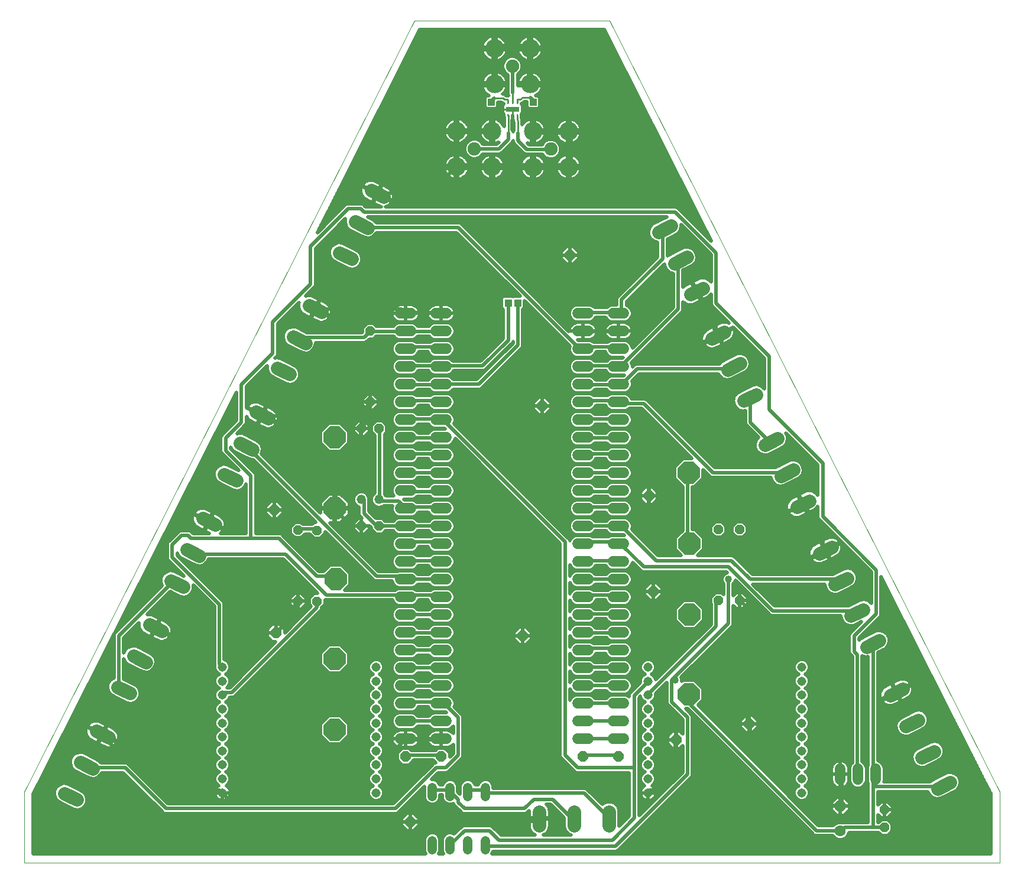
<source format=gtl>
G75*
%MOIN*%
%OFA0B0*%
%FSLAX25Y25*%
%IPPOS*%
%LPD*%
%AMOC8*
5,1,8,0,0,1.08239X$1,22.5*
%
%ADD10C,0.00000*%
%ADD11OC8,0.06000*%
%ADD12OC8,0.05200*%
%ADD13OC8,0.06300*%
%ADD14C,0.06300*%
%ADD15C,0.07800*%
%ADD16OC8,0.12400*%
%ADD17C,0.06000*%
%ADD18C,0.05150*%
%ADD19C,0.05200*%
%ADD20C,0.05200*%
%ADD21C,0.07500*%
%ADD22C,0.10500*%
%ADD23R,0.00800X0.01600*%
%ADD24R,0.07480X0.02953*%
%ADD25C,0.01969*%
%ADD26C,0.01000*%
%ADD27C,0.04000*%
%ADD28R,0.03962X0.03962*%
D10*
X0012516Y0011833D02*
X0012516Y0051833D01*
X0232516Y0486833D01*
X0342516Y0486833D01*
X0562516Y0051833D01*
X0562437Y0011833D01*
X0012516Y0011833D01*
D11*
X0154283Y0141492D03*
X0227516Y0071833D03*
X0247516Y0071833D03*
X0230036Y0034970D03*
X0327516Y0071833D03*
X0347516Y0071833D03*
X0379938Y0081301D03*
X0421136Y0090212D03*
X0367044Y0164995D03*
X0364603Y0219038D03*
X0304366Y0269629D03*
X0320114Y0354668D03*
X0153382Y0210967D03*
X0293369Y0140011D03*
D12*
X0212516Y0201833D03*
X0202516Y0201833D03*
X0177591Y0199446D03*
X0166765Y0199523D03*
X0166765Y0159523D03*
X0177591Y0159446D03*
X0202516Y0256833D03*
X0212516Y0256833D03*
X0207516Y0271833D03*
X0207516Y0311833D03*
X0403863Y0199840D03*
X0415817Y0199840D03*
X0415817Y0159840D03*
X0403863Y0159840D03*
X0497516Y0041833D03*
X0497516Y0031833D03*
D13*
X0472516Y0043833D03*
D14*
X0472516Y0029833D03*
D15*
X0518536Y0071242D02*
X0525485Y0074783D01*
X0516496Y0092425D02*
X0509547Y0088884D01*
X0500648Y0106347D02*
X0507598Y0109889D01*
X0494384Y0137319D02*
X0487434Y0133778D01*
X0478536Y0151242D02*
X0485485Y0154783D01*
X0476496Y0172425D02*
X0469547Y0168884D01*
X0460648Y0186347D02*
X0467598Y0189889D01*
X0454934Y0216051D02*
X0447985Y0212510D01*
X0439041Y0230063D02*
X0445991Y0233604D01*
X0437047Y0251157D02*
X0430097Y0247616D01*
X0417985Y0272510D02*
X0424934Y0276051D01*
X0415991Y0293604D02*
X0409041Y0290063D01*
X0400097Y0307616D02*
X0407047Y0311157D01*
X0394934Y0336051D02*
X0387985Y0332510D01*
X0379041Y0350063D02*
X0385991Y0353604D01*
X0377047Y0371157D02*
X0370097Y0367616D01*
X0214934Y0387616D02*
X0207985Y0391157D01*
X0199041Y0373604D02*
X0205991Y0370063D01*
X0197047Y0352510D02*
X0190097Y0356051D01*
X0172985Y0326157D02*
X0179934Y0322616D01*
X0170991Y0305063D02*
X0164041Y0308604D01*
X0155097Y0291051D02*
X0162047Y0287510D01*
X0149934Y0262616D02*
X0142985Y0266157D01*
X0134041Y0248604D02*
X0140991Y0245063D01*
X0132047Y0227510D02*
X0125097Y0231051D01*
X0112985Y0206157D02*
X0119934Y0202616D01*
X0110991Y0185063D02*
X0104041Y0188604D01*
X0095097Y0171051D02*
X0102047Y0167510D01*
X0089934Y0142616D02*
X0082985Y0146157D01*
X0074041Y0128604D02*
X0080991Y0125063D01*
X0072047Y0107510D02*
X0065097Y0111051D01*
X0052985Y0086157D02*
X0059934Y0082616D01*
X0050991Y0065063D02*
X0044041Y0068604D01*
X0035097Y0051051D02*
X0042047Y0047510D01*
X0302816Y0040733D02*
X0302816Y0032933D01*
X0322516Y0032933D02*
X0322516Y0040733D01*
X0342216Y0040733D02*
X0342216Y0032933D01*
X0527434Y0053778D02*
X0534384Y0057319D01*
D16*
X0387516Y0151833D03*
X0387516Y0191833D03*
X0387016Y0231833D03*
X0387016Y0106833D03*
X0188016Y0171833D03*
X0187516Y0211833D03*
X0187516Y0251833D03*
X0187516Y0126833D03*
X0187516Y0086833D03*
D17*
X0224516Y0081833D02*
X0230516Y0081833D01*
X0230516Y0091833D02*
X0224516Y0091833D01*
X0224516Y0101833D02*
X0230516Y0101833D01*
X0230516Y0111833D02*
X0224516Y0111833D01*
X0224516Y0121833D02*
X0230516Y0121833D01*
X0230516Y0131833D02*
X0224516Y0131833D01*
X0224516Y0141833D02*
X0230516Y0141833D01*
X0230516Y0151833D02*
X0224516Y0151833D01*
X0224516Y0161833D02*
X0230516Y0161833D01*
X0230516Y0171833D02*
X0224516Y0171833D01*
X0224516Y0181833D02*
X0230516Y0181833D01*
X0230516Y0191833D02*
X0224516Y0191833D01*
X0224516Y0201833D02*
X0230516Y0201833D01*
X0230516Y0211833D02*
X0224516Y0211833D01*
X0224516Y0221833D02*
X0230516Y0221833D01*
X0230516Y0231833D02*
X0224516Y0231833D01*
X0224516Y0241833D02*
X0230516Y0241833D01*
X0230516Y0251833D02*
X0224516Y0251833D01*
X0224516Y0261833D02*
X0230516Y0261833D01*
X0230516Y0271833D02*
X0224516Y0271833D01*
X0224516Y0281833D02*
X0230516Y0281833D01*
X0230516Y0291833D02*
X0224516Y0291833D01*
X0224516Y0301833D02*
X0230516Y0301833D01*
X0230516Y0311833D02*
X0224516Y0311833D01*
X0224516Y0321833D02*
X0230516Y0321833D01*
X0244516Y0321833D02*
X0250516Y0321833D01*
X0250516Y0311833D02*
X0244516Y0311833D01*
X0244516Y0301833D02*
X0250516Y0301833D01*
X0250516Y0291833D02*
X0244516Y0291833D01*
X0244516Y0281833D02*
X0250516Y0281833D01*
X0250516Y0271833D02*
X0244516Y0271833D01*
X0244516Y0261833D02*
X0250516Y0261833D01*
X0250516Y0251833D02*
X0244516Y0251833D01*
X0244516Y0241833D02*
X0250516Y0241833D01*
X0250516Y0231833D02*
X0244516Y0231833D01*
X0244516Y0221833D02*
X0250516Y0221833D01*
X0250516Y0211833D02*
X0244516Y0211833D01*
X0244516Y0201833D02*
X0250516Y0201833D01*
X0250516Y0191833D02*
X0244516Y0191833D01*
X0244516Y0181833D02*
X0250516Y0181833D01*
X0250516Y0171833D02*
X0244516Y0171833D01*
X0244516Y0161833D02*
X0250516Y0161833D01*
X0250516Y0151833D02*
X0244516Y0151833D01*
X0244516Y0141833D02*
X0250516Y0141833D01*
X0250516Y0131833D02*
X0244516Y0131833D01*
X0244516Y0121833D02*
X0250516Y0121833D01*
X0250516Y0111833D02*
X0244516Y0111833D01*
X0244516Y0101833D02*
X0250516Y0101833D01*
X0250516Y0091833D02*
X0244516Y0091833D01*
X0244516Y0081833D02*
X0250516Y0081833D01*
X0324516Y0081833D02*
X0330516Y0081833D01*
X0330516Y0091833D02*
X0324516Y0091833D01*
X0324516Y0101833D02*
X0330516Y0101833D01*
X0330516Y0111833D02*
X0324516Y0111833D01*
X0324516Y0121833D02*
X0330516Y0121833D01*
X0330516Y0131833D02*
X0324516Y0131833D01*
X0324516Y0141833D02*
X0330516Y0141833D01*
X0330516Y0151833D02*
X0324516Y0151833D01*
X0324516Y0161833D02*
X0330516Y0161833D01*
X0330516Y0171833D02*
X0324516Y0171833D01*
X0324516Y0181833D02*
X0330516Y0181833D01*
X0330516Y0191833D02*
X0324516Y0191833D01*
X0324516Y0201833D02*
X0330516Y0201833D01*
X0330516Y0211833D02*
X0324516Y0211833D01*
X0324516Y0221833D02*
X0330516Y0221833D01*
X0330516Y0231833D02*
X0324516Y0231833D01*
X0324516Y0241833D02*
X0330516Y0241833D01*
X0330516Y0251833D02*
X0324516Y0251833D01*
X0324516Y0261833D02*
X0330516Y0261833D01*
X0330516Y0271833D02*
X0324516Y0271833D01*
X0324516Y0281833D02*
X0330516Y0281833D01*
X0330516Y0291833D02*
X0324516Y0291833D01*
X0324516Y0301833D02*
X0330516Y0301833D01*
X0330516Y0311833D02*
X0324516Y0311833D01*
X0324516Y0321833D02*
X0330516Y0321833D01*
X0344516Y0321833D02*
X0350516Y0321833D01*
X0350516Y0311833D02*
X0344516Y0311833D01*
X0344516Y0301833D02*
X0350516Y0301833D01*
X0350516Y0291833D02*
X0344516Y0291833D01*
X0344516Y0281833D02*
X0350516Y0281833D01*
X0350516Y0271833D02*
X0344516Y0271833D01*
X0344516Y0261833D02*
X0350516Y0261833D01*
X0350516Y0251833D02*
X0344516Y0251833D01*
X0344516Y0241833D02*
X0350516Y0241833D01*
X0350516Y0231833D02*
X0344516Y0231833D01*
X0344516Y0221833D02*
X0350516Y0221833D01*
X0350516Y0211833D02*
X0344516Y0211833D01*
X0344516Y0201833D02*
X0350516Y0201833D01*
X0350516Y0191833D02*
X0344516Y0191833D01*
X0344516Y0181833D02*
X0350516Y0181833D01*
X0350516Y0171833D02*
X0344516Y0171833D01*
X0344516Y0161833D02*
X0350516Y0161833D01*
X0350516Y0151833D02*
X0344516Y0151833D01*
X0344516Y0141833D02*
X0350516Y0141833D01*
X0350516Y0131833D02*
X0344516Y0131833D01*
X0344516Y0121833D02*
X0350516Y0121833D01*
X0350516Y0111833D02*
X0344516Y0111833D01*
X0344516Y0101833D02*
X0350516Y0101833D01*
X0350516Y0091833D02*
X0344516Y0091833D01*
X0344516Y0081833D02*
X0350516Y0081833D01*
X0472516Y0064833D02*
X0472516Y0058833D01*
X0482516Y0058833D02*
X0482516Y0064833D01*
X0492516Y0064833D02*
X0492516Y0058833D01*
D18*
X0450823Y0059274D03*
X0450823Y0067148D03*
X0450823Y0075022D03*
X0450823Y0082896D03*
X0450823Y0090770D03*
X0450823Y0098644D03*
X0450823Y0106518D03*
X0450823Y0114392D03*
X0450823Y0122266D03*
X0450823Y0051400D03*
X0364209Y0051400D03*
X0364209Y0059274D03*
X0364209Y0067148D03*
X0364209Y0075022D03*
X0364209Y0082896D03*
X0364209Y0090770D03*
X0364209Y0098644D03*
X0364209Y0106518D03*
X0364209Y0114392D03*
X0364209Y0122266D03*
X0210823Y0122266D03*
X0210823Y0114392D03*
X0210823Y0106518D03*
X0210823Y0098644D03*
X0210823Y0090770D03*
X0210823Y0082896D03*
X0210823Y0075022D03*
X0210823Y0067148D03*
X0210823Y0059274D03*
X0210823Y0051400D03*
X0124209Y0051400D03*
X0124209Y0059274D03*
X0124209Y0067148D03*
X0124209Y0075022D03*
X0124209Y0082896D03*
X0124209Y0090770D03*
X0124209Y0098644D03*
X0124209Y0106518D03*
X0124209Y0114392D03*
X0124209Y0122266D03*
D19*
X0202516Y0216833D03*
X0212516Y0216833D03*
D20*
X0242516Y0054433D02*
X0242516Y0049233D01*
X0252516Y0049233D02*
X0252516Y0054433D01*
X0262516Y0054433D02*
X0262516Y0049233D01*
X0272516Y0049233D02*
X0272516Y0054433D01*
X0272516Y0024433D02*
X0272516Y0019233D01*
X0262516Y0019233D02*
X0262516Y0024433D01*
X0252516Y0024433D02*
X0252516Y0019233D01*
X0242516Y0019233D02*
X0242516Y0024433D01*
D21*
X0266185Y0414592D03*
X0309325Y0414468D03*
X0287636Y0461258D03*
D22*
X0297675Y0471297D03*
X0277597Y0471297D03*
X0277597Y0451219D03*
X0297675Y0451219D03*
X0299286Y0424507D03*
X0299286Y0404429D03*
X0319364Y0404429D03*
X0319364Y0424507D03*
X0276224Y0424631D03*
X0276224Y0404553D03*
X0256146Y0404553D03*
X0256146Y0424631D03*
D23*
X0285199Y0433633D03*
X0287758Y0433633D03*
X0290317Y0433633D03*
X0290317Y0440523D03*
X0287758Y0440523D03*
X0285199Y0440523D03*
D24*
X0287758Y0437078D03*
D25*
X0287758Y0433633D02*
X0287758Y0430849D01*
X0288106Y0430849D01*
X0288106Y0430100D01*
X0288499Y0429706D01*
X0288499Y0425197D01*
X0288437Y0425134D01*
X0288028Y0424147D01*
X0287619Y0425134D01*
X0287556Y0425197D01*
X0287556Y0430849D01*
X0287758Y0430849D01*
X0287758Y0433633D01*
X0287758Y0433633D01*
X0287758Y0432775D02*
X0287758Y0432775D01*
X0287556Y0430808D02*
X0288106Y0430808D01*
X0288499Y0428841D02*
X0287556Y0428841D01*
X0287556Y0426874D02*
X0288499Y0426874D01*
X0288342Y0424907D02*
X0287713Y0424907D01*
X0285272Y0423566D02*
X0285272Y0419825D01*
X0279957Y0414510D01*
X0266267Y0414510D01*
X0266185Y0414592D01*
X0261208Y0417038D02*
X0202803Y0417038D01*
X0201808Y0415071D02*
X0260651Y0415071D01*
X0260651Y0415693D02*
X0260651Y0413492D01*
X0261493Y0411457D01*
X0263050Y0409901D01*
X0265084Y0409058D01*
X0267286Y0409058D01*
X0269320Y0409901D01*
X0270877Y0411457D01*
X0270995Y0411742D01*
X0275403Y0411742D01*
X0274810Y0411664D01*
X0273894Y0411418D01*
X0273018Y0411056D01*
X0272196Y0410581D01*
X0271444Y0410004D01*
X0270773Y0409334D01*
X0270196Y0408581D01*
X0269722Y0407760D01*
X0269359Y0406884D01*
X0269114Y0405968D01*
X0269028Y0405319D01*
X0275458Y0405319D01*
X0275458Y0403788D01*
X0269028Y0403788D01*
X0269114Y0403139D01*
X0269359Y0402223D01*
X0269722Y0401347D01*
X0270196Y0400526D01*
X0270773Y0399773D01*
X0271444Y0399103D01*
X0272196Y0398525D01*
X0273018Y0398051D01*
X0273894Y0397688D01*
X0274810Y0397443D01*
X0275458Y0397358D01*
X0275458Y0403788D01*
X0276990Y0403788D01*
X0276990Y0405319D01*
X0283420Y0405319D01*
X0283334Y0405968D01*
X0283089Y0406884D01*
X0282726Y0407760D01*
X0282252Y0408581D01*
X0281675Y0409334D01*
X0281004Y0410004D01*
X0280252Y0410581D01*
X0279430Y0411056D01*
X0278554Y0411418D01*
X0277638Y0411664D01*
X0277045Y0411742D01*
X0280508Y0411742D01*
X0281525Y0412163D01*
X0282304Y0412942D01*
X0287619Y0418257D01*
X0288015Y0419214D01*
X0288015Y0418881D01*
X0288437Y0417864D01*
X0289215Y0417085D01*
X0289215Y0417085D01*
X0293555Y0412745D01*
X0294334Y0411967D01*
X0295351Y0411545D01*
X0297916Y0411545D01*
X0297872Y0411539D01*
X0296956Y0411294D01*
X0296080Y0410931D01*
X0295259Y0410457D01*
X0294506Y0409880D01*
X0293836Y0409209D01*
X0293258Y0408457D01*
X0292784Y0407635D01*
X0292421Y0406759D01*
X0292176Y0405843D01*
X0292090Y0405195D01*
X0298520Y0405195D01*
X0298520Y0403663D01*
X0292090Y0403663D01*
X0292176Y0403015D01*
X0292421Y0402099D01*
X0292784Y0401222D01*
X0293258Y0400401D01*
X0293836Y0399649D01*
X0294506Y0398978D01*
X0295259Y0398401D01*
X0296080Y0397927D01*
X0296956Y0397564D01*
X0297872Y0397318D01*
X0298521Y0397233D01*
X0298521Y0403663D01*
X0300052Y0403663D01*
X0300052Y0397233D01*
X0300701Y0397318D01*
X0301617Y0397564D01*
X0302493Y0397927D01*
X0303314Y0398401D01*
X0304066Y0398978D01*
X0304737Y0399649D01*
X0305314Y0400401D01*
X0305788Y0401222D01*
X0306151Y0402099D01*
X0306397Y0403015D01*
X0306482Y0403663D01*
X0300052Y0403663D01*
X0300052Y0405195D01*
X0300052Y0411545D01*
X0298521Y0411545D01*
X0298521Y0405195D01*
X0300052Y0405195D01*
X0306482Y0405195D01*
X0306397Y0405843D01*
X0306151Y0406759D01*
X0305788Y0407635D01*
X0305314Y0408457D01*
X0304737Y0409209D01*
X0304066Y0409880D01*
X0303314Y0410457D01*
X0302493Y0410931D01*
X0301617Y0411294D01*
X0300701Y0411539D01*
X0300657Y0411545D01*
X0304546Y0411545D01*
X0304634Y0411333D01*
X0306190Y0409776D01*
X0308224Y0408934D01*
X0310426Y0408934D01*
X0312460Y0409776D01*
X0314017Y0411333D01*
X0314859Y0413367D01*
X0314859Y0415569D01*
X0314017Y0417603D01*
X0312460Y0419160D01*
X0310426Y0420002D01*
X0308224Y0420002D01*
X0306190Y0419160D01*
X0304634Y0417603D01*
X0304418Y0417082D01*
X0297048Y0417082D01*
X0296159Y0417972D01*
X0296956Y0417642D01*
X0297872Y0417396D01*
X0298521Y0417311D01*
X0298521Y0423741D01*
X0300052Y0423741D01*
X0300052Y0417311D01*
X0300701Y0417396D01*
X0301617Y0417642D01*
X0302493Y0418005D01*
X0303314Y0418479D01*
X0304066Y0419056D01*
X0304737Y0419727D01*
X0305314Y0420479D01*
X0305788Y0421300D01*
X0306151Y0422176D01*
X0306397Y0423092D01*
X0306482Y0423741D01*
X0300052Y0423741D01*
X0300052Y0425273D01*
X0298521Y0425273D01*
X0298521Y0431703D01*
X0297872Y0431617D01*
X0296956Y0431372D01*
X0296080Y0431009D01*
X0295259Y0430535D01*
X0294506Y0429958D01*
X0293836Y0429287D01*
X0293258Y0428535D01*
X0293068Y0428205D01*
X0293068Y0431598D01*
X0292674Y0431992D01*
X0292674Y0434255D01*
X0293282Y0434863D01*
X0293282Y0439294D01*
X0292601Y0439975D01*
X0292601Y0440179D01*
X0293203Y0440179D01*
X0294384Y0441360D01*
X0295680Y0441360D01*
X0295680Y0438168D01*
X0296725Y0437123D01*
X0302165Y0437123D01*
X0303210Y0438168D01*
X0303210Y0443609D01*
X0302165Y0444654D01*
X0300776Y0444654D01*
X0300762Y0444667D01*
X0300881Y0444717D01*
X0301703Y0445191D01*
X0302455Y0445768D01*
X0303126Y0446439D01*
X0303703Y0447191D01*
X0304177Y0448012D01*
X0304540Y0448888D01*
X0304785Y0449804D01*
X0304871Y0450453D01*
X0298441Y0450453D01*
X0298441Y0451985D01*
X0296909Y0451985D01*
X0296909Y0458415D01*
X0296261Y0458329D01*
X0295345Y0458084D01*
X0294468Y0457721D01*
X0293647Y0457247D01*
X0292895Y0456670D01*
X0292224Y0455999D01*
X0291647Y0455247D01*
X0291173Y0454425D01*
X0290810Y0453549D01*
X0290599Y0452764D01*
X0290599Y0456495D01*
X0290771Y0456566D01*
X0292328Y0458123D01*
X0293170Y0460157D01*
X0293170Y0462359D01*
X0292328Y0464393D01*
X0290771Y0465950D01*
X0288737Y0466792D01*
X0286535Y0466792D01*
X0284501Y0465950D01*
X0282944Y0464393D01*
X0282102Y0462359D01*
X0282102Y0460157D01*
X0282944Y0458123D01*
X0284501Y0456566D01*
X0285062Y0456334D01*
X0285062Y0445653D01*
X0285437Y0444747D01*
X0284205Y0444747D01*
X0283417Y0445535D01*
X0282073Y0445535D01*
X0282377Y0445768D01*
X0283048Y0446439D01*
X0283625Y0447191D01*
X0284099Y0448012D01*
X0284462Y0448888D01*
X0284707Y0449804D01*
X0284793Y0450453D01*
X0278363Y0450453D01*
X0278363Y0451985D01*
X0276831Y0451985D01*
X0276831Y0458415D01*
X0276183Y0458329D01*
X0275267Y0458084D01*
X0274390Y0457721D01*
X0273569Y0457247D01*
X0272817Y0456670D01*
X0272146Y0455999D01*
X0271569Y0455247D01*
X0271095Y0454425D01*
X0270732Y0453549D01*
X0270487Y0452633D01*
X0270401Y0451985D01*
X0276831Y0451985D01*
X0276831Y0450453D01*
X0270401Y0450453D01*
X0270487Y0449804D01*
X0270732Y0448888D01*
X0271095Y0448012D01*
X0271569Y0447191D01*
X0272146Y0446439D01*
X0272817Y0445768D01*
X0273569Y0445191D01*
X0274390Y0444717D01*
X0274542Y0444654D01*
X0273103Y0444654D01*
X0272058Y0443609D01*
X0272058Y0438168D01*
X0273103Y0437123D01*
X0278543Y0437123D01*
X0279588Y0438168D01*
X0279588Y0440966D01*
X0281525Y0440966D01*
X0282312Y0440179D01*
X0282914Y0440179D01*
X0282914Y0439975D01*
X0282233Y0439294D01*
X0282233Y0434863D01*
X0282914Y0434182D01*
X0282914Y0432687D01*
X0282988Y0432614D01*
X0282988Y0427207D01*
X0282726Y0427838D01*
X0282252Y0428659D01*
X0281675Y0429411D01*
X0281004Y0430082D01*
X0280252Y0430659D01*
X0279430Y0431133D01*
X0278554Y0431496D01*
X0277638Y0431742D01*
X0276990Y0431827D01*
X0276990Y0425397D01*
X0275458Y0425397D01*
X0275458Y0423866D01*
X0269028Y0423866D01*
X0269114Y0423217D01*
X0269359Y0422301D01*
X0269722Y0421425D01*
X0270196Y0420604D01*
X0270773Y0419851D01*
X0271444Y0419181D01*
X0272196Y0418603D01*
X0273018Y0418129D01*
X0273894Y0417766D01*
X0274810Y0417521D01*
X0275458Y0417435D01*
X0275458Y0423866D01*
X0276990Y0423866D01*
X0276990Y0417435D01*
X0277638Y0417521D01*
X0278554Y0417766D01*
X0279430Y0418129D01*
X0279974Y0418443D01*
X0278810Y0417279D01*
X0271062Y0417279D01*
X0270877Y0417727D01*
X0269320Y0419284D01*
X0267286Y0420127D01*
X0265084Y0420127D01*
X0263050Y0419284D01*
X0261493Y0417727D01*
X0260651Y0415693D01*
X0260811Y0413104D02*
X0200813Y0413104D01*
X0199818Y0411137D02*
X0253137Y0411137D01*
X0252940Y0411056D02*
X0252118Y0410581D01*
X0251366Y0410004D01*
X0250695Y0409334D01*
X0250118Y0408581D01*
X0249644Y0407760D01*
X0249281Y0406884D01*
X0249036Y0405968D01*
X0248950Y0405319D01*
X0255380Y0405319D01*
X0255380Y0403788D01*
X0248950Y0403788D01*
X0249036Y0403139D01*
X0249281Y0402223D01*
X0249644Y0401347D01*
X0250118Y0400526D01*
X0250695Y0399773D01*
X0251366Y0399103D01*
X0252118Y0398525D01*
X0252940Y0398051D01*
X0253816Y0397688D01*
X0254732Y0397443D01*
X0255380Y0397358D01*
X0255380Y0403788D01*
X0256912Y0403788D01*
X0256912Y0405319D01*
X0263342Y0405319D01*
X0263257Y0405968D01*
X0263011Y0406884D01*
X0262648Y0407760D01*
X0262174Y0408581D01*
X0261597Y0409334D01*
X0260926Y0410004D01*
X0260174Y0410581D01*
X0259353Y0411056D01*
X0258476Y0411418D01*
X0257560Y0411664D01*
X0256912Y0411749D01*
X0256912Y0405319D01*
X0255380Y0405319D01*
X0255380Y0411749D01*
X0254732Y0411664D01*
X0253816Y0411418D01*
X0252940Y0411056D01*
X0255380Y0411137D02*
X0256912Y0411137D01*
X0256912Y0409170D02*
X0255380Y0409170D01*
X0255380Y0407203D02*
X0256912Y0407203D01*
X0257122Y0405652D02*
X0256146Y0404553D01*
X0255351Y0403881D01*
X0241177Y0389707D01*
X0212831Y0389707D01*
X0211460Y0389386D01*
X0211163Y0389500D02*
X0210540Y0389500D01*
X0211035Y0389248D02*
X0202598Y0393547D01*
X0202531Y0393415D01*
X0202245Y0392535D01*
X0202100Y0391620D01*
X0202100Y0390694D01*
X0202245Y0389779D01*
X0202531Y0388898D01*
X0202952Y0388073D01*
X0203496Y0387323D01*
X0204151Y0386668D01*
X0204901Y0386124D01*
X0208507Y0384287D01*
X0211035Y0389248D01*
X0211598Y0388961D01*
X0211884Y0389524D01*
X0220321Y0385226D01*
X0220388Y0385357D01*
X0220674Y0386238D01*
X0220819Y0387152D01*
X0220819Y0388079D01*
X0220674Y0388993D01*
X0220388Y0389874D01*
X0219967Y0390700D01*
X0219423Y0391449D01*
X0218768Y0392104D01*
X0218018Y0392648D01*
X0214412Y0394486D01*
X0211884Y0389524D01*
X0211322Y0389811D01*
X0213850Y0394772D01*
X0210243Y0396610D01*
X0209363Y0396896D01*
X0208448Y0397041D01*
X0207522Y0397041D01*
X0206607Y0396896D01*
X0205726Y0396610D01*
X0204901Y0396189D01*
X0204151Y0395645D01*
X0203496Y0394990D01*
X0202952Y0394241D01*
X0202885Y0394109D01*
X0211321Y0389811D01*
X0211035Y0389248D01*
X0211598Y0388961D02*
X0209069Y0384000D01*
X0212676Y0382162D01*
X0213557Y0381876D01*
X0213748Y0381846D01*
X0205119Y0381846D01*
X0204548Y0382417D01*
X0203769Y0383196D01*
X0202752Y0383618D01*
X0194564Y0383618D01*
X0193546Y0383196D01*
X0177645Y0367295D01*
X0235581Y0481849D01*
X0339451Y0481849D01*
X0399763Y0362596D01*
X0381713Y0380646D01*
X0380935Y0381424D01*
X0379917Y0381846D01*
X0216121Y0381846D01*
X0216312Y0381876D01*
X0217193Y0382162D01*
X0218018Y0382583D01*
X0218768Y0383127D01*
X0219423Y0383782D01*
X0219967Y0384532D01*
X0220034Y0384663D01*
X0211598Y0388961D01*
X0211872Y0389500D02*
X0211931Y0389500D01*
X0212166Y0391467D02*
X0212874Y0391467D01*
X0213168Y0393434D02*
X0213877Y0393434D01*
X0212615Y0395401D02*
X0383172Y0395401D01*
X0384167Y0393434D02*
X0216476Y0393434D01*
X0219404Y0391467D02*
X0385162Y0391467D01*
X0386156Y0389500D02*
X0220509Y0389500D01*
X0220819Y0387533D02*
X0387151Y0387533D01*
X0388146Y0385566D02*
X0220456Y0385566D01*
X0219652Y0385566D02*
X0218261Y0385566D01*
X0219240Y0383599D02*
X0389141Y0383599D01*
X0390136Y0381632D02*
X0380433Y0381632D01*
X0379366Y0379077D02*
X0203973Y0379077D01*
X0202201Y0380849D01*
X0195114Y0380849D01*
X0173855Y0359589D01*
X0173855Y0338329D01*
X0152595Y0317070D01*
X0152595Y0299353D01*
X0134878Y0281636D01*
X0134878Y0260377D01*
X0126020Y0251518D01*
X0126020Y0244432D01*
X0140193Y0230259D01*
X0140193Y0194825D01*
X0156138Y0194825D01*
X0177398Y0173566D01*
X0186256Y0173566D01*
X0188016Y0171833D01*
X0194078Y0177063D02*
X0203647Y0177063D01*
X0201680Y0179030D02*
X0192111Y0179030D01*
X0191323Y0179818D02*
X0184709Y0179818D01*
X0181225Y0176334D01*
X0178545Y0176334D01*
X0158485Y0196394D01*
X0157706Y0197172D01*
X0156689Y0197594D01*
X0142962Y0197594D01*
X0142962Y0230809D01*
X0142540Y0231827D01*
X0141761Y0232606D01*
X0128788Y0245578D01*
X0128788Y0246375D01*
X0128984Y0245772D01*
X0130453Y0244052D01*
X0139418Y0239485D01*
X0141379Y0239330D01*
X0176879Y0203830D01*
X0175775Y0203830D01*
X0174853Y0202909D01*
X0169580Y0202909D01*
X0168581Y0203908D01*
X0164949Y0203908D01*
X0162380Y0201339D01*
X0162380Y0197707D01*
X0164949Y0195139D01*
X0168581Y0195139D01*
X0170813Y0197372D01*
X0173465Y0197372D01*
X0175775Y0195062D01*
X0179407Y0195062D01*
X0181975Y0197630D01*
X0181975Y0198735D01*
X0208712Y0171997D01*
X0209491Y0171219D01*
X0210509Y0170797D01*
X0219767Y0170797D01*
X0220460Y0169123D01*
X0221806Y0167777D01*
X0223564Y0167049D01*
X0231468Y0167049D01*
X0233226Y0167777D01*
X0234474Y0169025D01*
X0240558Y0169025D01*
X0241806Y0167777D01*
X0243564Y0167049D01*
X0251468Y0167049D01*
X0253226Y0167777D01*
X0254572Y0169123D01*
X0255300Y0170882D01*
X0255300Y0172785D01*
X0254572Y0174543D01*
X0253226Y0175889D01*
X0251468Y0176618D01*
X0243564Y0176618D01*
X0241806Y0175889D01*
X0240479Y0174562D01*
X0234553Y0174562D01*
X0233226Y0175889D01*
X0231468Y0176618D01*
X0223564Y0176618D01*
X0222880Y0176334D01*
X0212206Y0176334D01*
X0184891Y0203649D01*
X0187200Y0203649D01*
X0187200Y0211517D01*
X0187832Y0211517D01*
X0187832Y0203649D01*
X0190906Y0203649D01*
X0195700Y0208443D01*
X0195700Y0211518D01*
X0187832Y0211518D01*
X0187832Y0212149D01*
X0195700Y0212149D01*
X0195700Y0215223D01*
X0190906Y0220018D01*
X0187832Y0220018D01*
X0187832Y0212149D01*
X0187200Y0212149D01*
X0187200Y0211518D01*
X0179332Y0211518D01*
X0179332Y0209208D01*
X0146056Y0242484D01*
X0146569Y0243490D01*
X0146746Y0245744D01*
X0146048Y0247895D01*
X0144579Y0249614D01*
X0135614Y0254182D01*
X0133360Y0254359D01*
X0132495Y0254078D01*
X0137225Y0258808D01*
X0137647Y0259826D01*
X0137647Y0263672D01*
X0137952Y0263073D01*
X0138496Y0262323D01*
X0139151Y0261668D01*
X0139901Y0261124D01*
X0143507Y0259287D01*
X0146035Y0264248D01*
X0146597Y0263961D01*
X0144069Y0259000D01*
X0147676Y0257162D01*
X0148557Y0256876D01*
X0149471Y0256731D01*
X0150398Y0256731D01*
X0151312Y0256876D01*
X0152193Y0257162D01*
X0153018Y0257583D01*
X0153768Y0258127D01*
X0154423Y0258782D01*
X0154967Y0259532D01*
X0155034Y0259663D01*
X0146598Y0263961D01*
X0146884Y0264524D01*
X0155321Y0260226D01*
X0155388Y0260357D01*
X0155674Y0261238D01*
X0155819Y0262152D01*
X0155819Y0263079D01*
X0155674Y0263993D01*
X0155388Y0264874D01*
X0154967Y0265700D01*
X0154423Y0266449D01*
X0153768Y0267104D01*
X0153018Y0267648D01*
X0149412Y0269486D01*
X0146884Y0264524D01*
X0146322Y0264811D01*
X0148850Y0269772D01*
X0145243Y0271610D01*
X0144363Y0271896D01*
X0143448Y0272041D01*
X0142522Y0272041D01*
X0141607Y0271896D01*
X0140726Y0271610D01*
X0139901Y0271189D01*
X0139151Y0270645D01*
X0138496Y0269990D01*
X0137952Y0269241D01*
X0137885Y0269109D01*
X0146321Y0264811D01*
X0146035Y0264248D01*
X0137647Y0268522D01*
X0137647Y0280490D01*
X0149497Y0292340D01*
X0149342Y0290370D01*
X0150041Y0288219D01*
X0151509Y0286500D01*
X0160474Y0281932D01*
X0162728Y0281755D01*
X0164879Y0282453D01*
X0166599Y0283922D01*
X0167625Y0285937D01*
X0167803Y0288191D01*
X0167104Y0290342D01*
X0165635Y0292061D01*
X0156671Y0296629D01*
X0154416Y0296806D01*
X0153745Y0296589D01*
X0154942Y0297785D01*
X0155363Y0298802D01*
X0155363Y0315923D01*
X0167375Y0327935D01*
X0167245Y0327535D01*
X0167100Y0326620D01*
X0167100Y0325694D01*
X0167245Y0324779D01*
X0167531Y0323898D01*
X0167952Y0323073D01*
X0168496Y0322323D01*
X0169151Y0321668D01*
X0169901Y0321124D01*
X0173507Y0319287D01*
X0176035Y0324248D01*
X0176597Y0323961D01*
X0174069Y0319000D01*
X0177676Y0317162D01*
X0178557Y0316876D01*
X0179471Y0316731D01*
X0180398Y0316731D01*
X0181312Y0316876D01*
X0182193Y0317162D01*
X0183018Y0317583D01*
X0183768Y0318127D01*
X0184423Y0318782D01*
X0184967Y0319532D01*
X0185034Y0319663D01*
X0176598Y0323961D01*
X0176884Y0324524D01*
X0185321Y0320226D01*
X0185388Y0320357D01*
X0185674Y0321238D01*
X0185819Y0322152D01*
X0185819Y0323079D01*
X0185674Y0323993D01*
X0185388Y0324874D01*
X0184967Y0325700D01*
X0184423Y0326449D01*
X0183768Y0327104D01*
X0183018Y0327648D01*
X0179412Y0329486D01*
X0176884Y0324524D01*
X0176322Y0324811D01*
X0178850Y0329772D01*
X0175243Y0331610D01*
X0174363Y0331896D01*
X0173448Y0332041D01*
X0172522Y0332041D01*
X0171607Y0331896D01*
X0171206Y0331766D01*
X0176202Y0336761D01*
X0176623Y0337779D01*
X0176623Y0358442D01*
X0193573Y0375392D01*
X0193463Y0375177D01*
X0193286Y0372923D01*
X0193984Y0370772D01*
X0195453Y0369052D01*
X0204418Y0364485D01*
X0206672Y0364307D01*
X0208823Y0365006D01*
X0210542Y0366475D01*
X0211039Y0367451D01*
X0255975Y0367451D01*
X0291961Y0331465D01*
X0288063Y0331465D01*
X0288028Y0331429D01*
X0287992Y0331465D01*
X0282552Y0331465D01*
X0281506Y0330420D01*
X0281506Y0324979D01*
X0282503Y0323982D01*
X0282503Y0307783D01*
X0269755Y0295035D01*
X0254080Y0295035D01*
X0253226Y0295889D01*
X0251468Y0296618D01*
X0243564Y0296618D01*
X0241806Y0295889D01*
X0240952Y0295035D01*
X0234080Y0295035D01*
X0233226Y0295889D01*
X0231468Y0296618D01*
X0223564Y0296618D01*
X0221806Y0295889D01*
X0220460Y0294543D01*
X0219732Y0292785D01*
X0219732Y0290882D01*
X0220460Y0289123D01*
X0221806Y0287777D01*
X0223564Y0287049D01*
X0231468Y0287049D01*
X0233226Y0287777D01*
X0234572Y0289123D01*
X0234727Y0289498D01*
X0240305Y0289498D01*
X0240460Y0289123D01*
X0241806Y0287777D01*
X0243564Y0287049D01*
X0251468Y0287049D01*
X0253226Y0287777D01*
X0254572Y0289123D01*
X0254727Y0289498D01*
X0271452Y0289498D01*
X0272470Y0289919D01*
X0286840Y0304289D01*
X0287619Y0305068D01*
X0288015Y0306025D01*
X0288015Y0305027D01*
X0267590Y0284602D01*
X0254513Y0284602D01*
X0253226Y0285889D01*
X0251468Y0286618D01*
X0243564Y0286618D01*
X0241806Y0285889D01*
X0240460Y0284543D01*
X0240403Y0284405D01*
X0234629Y0284405D01*
X0234572Y0284543D01*
X0233226Y0285889D01*
X0231468Y0286618D01*
X0223564Y0286618D01*
X0221806Y0285889D01*
X0220460Y0284543D01*
X0219732Y0282785D01*
X0219732Y0280882D01*
X0220460Y0279123D01*
X0221806Y0277777D01*
X0223564Y0277049D01*
X0231468Y0277049D01*
X0233226Y0277777D01*
X0234317Y0278868D01*
X0240715Y0278868D01*
X0241806Y0277777D01*
X0243564Y0277049D01*
X0251468Y0277049D01*
X0253226Y0277777D01*
X0254513Y0279065D01*
X0269287Y0279065D01*
X0270305Y0279486D01*
X0292352Y0301534D01*
X0293131Y0302312D01*
X0293552Y0303330D01*
X0293552Y0323982D01*
X0294549Y0324979D01*
X0294549Y0328877D01*
X0319998Y0303428D01*
X0319732Y0302785D01*
X0319732Y0300882D01*
X0320460Y0299123D01*
X0321806Y0297777D01*
X0323564Y0297049D01*
X0331468Y0297049D01*
X0333226Y0297777D01*
X0334572Y0299123D01*
X0334988Y0300128D01*
X0340044Y0300128D01*
X0340460Y0299123D01*
X0341806Y0297777D01*
X0343564Y0297049D01*
X0350116Y0297049D01*
X0349684Y0296618D01*
X0343564Y0296618D01*
X0341806Y0295889D01*
X0340952Y0295035D01*
X0334080Y0295035D01*
X0333226Y0295889D01*
X0331468Y0296618D01*
X0323564Y0296618D01*
X0321806Y0295889D01*
X0320460Y0294543D01*
X0319732Y0292785D01*
X0319732Y0290882D01*
X0320460Y0289123D01*
X0321806Y0287777D01*
X0323564Y0287049D01*
X0331468Y0287049D01*
X0333226Y0287777D01*
X0334572Y0289123D01*
X0334727Y0289498D01*
X0340305Y0289498D01*
X0340460Y0289123D01*
X0341806Y0287777D01*
X0343564Y0287049D01*
X0350746Y0287049D01*
X0350314Y0286618D01*
X0343564Y0286618D01*
X0341806Y0285889D01*
X0340460Y0284543D01*
X0340403Y0284405D01*
X0334629Y0284405D01*
X0334572Y0284543D01*
X0333226Y0285889D01*
X0331468Y0286618D01*
X0323564Y0286618D01*
X0321806Y0285889D01*
X0320460Y0284543D01*
X0319732Y0282785D01*
X0319732Y0280882D01*
X0320460Y0279123D01*
X0321806Y0277777D01*
X0323564Y0277049D01*
X0331468Y0277049D01*
X0333226Y0277777D01*
X0334317Y0278868D01*
X0340715Y0278868D01*
X0341806Y0277777D01*
X0343564Y0277049D01*
X0351468Y0277049D01*
X0353226Y0277777D01*
X0354572Y0279123D01*
X0355300Y0280882D01*
X0355300Y0282785D01*
X0355011Y0283484D01*
X0359253Y0287726D01*
X0403852Y0287726D01*
X0404490Y0286475D01*
X0406209Y0285006D01*
X0408360Y0284307D01*
X0410614Y0284485D01*
X0419579Y0289052D01*
X0421048Y0290772D01*
X0421746Y0292923D01*
X0421569Y0295177D01*
X0420542Y0297192D01*
X0418823Y0298661D01*
X0416672Y0299359D01*
X0414418Y0299182D01*
X0405453Y0294614D01*
X0404299Y0293263D01*
X0357556Y0293263D01*
X0356538Y0292842D01*
X0355300Y0291604D01*
X0355300Y0292785D01*
X0354826Y0293929D01*
X0383485Y0322588D01*
X0383906Y0323605D01*
X0383906Y0328266D01*
X0384151Y0328022D01*
X0384901Y0327477D01*
X0385726Y0327057D01*
X0386607Y0326771D01*
X0387522Y0326626D01*
X0388448Y0326626D01*
X0389363Y0326771D01*
X0390243Y0327057D01*
X0393850Y0328894D01*
X0391322Y0333856D01*
X0391884Y0334142D01*
X0394412Y0329181D01*
X0398018Y0331018D01*
X0398768Y0331563D01*
X0399423Y0332218D01*
X0399629Y0332502D01*
X0399629Y0327149D01*
X0400051Y0326131D01*
X0400830Y0325352D01*
X0409849Y0316333D01*
X0409306Y0316610D01*
X0408425Y0316896D01*
X0407510Y0317041D01*
X0406584Y0317041D01*
X0405669Y0316896D01*
X0404788Y0316610D01*
X0401182Y0314772D01*
X0403710Y0309811D01*
X0403148Y0309524D01*
X0403434Y0308961D01*
X0394998Y0304663D01*
X0395065Y0304532D01*
X0395609Y0303782D01*
X0396264Y0303127D01*
X0397013Y0302583D01*
X0397839Y0302162D01*
X0398720Y0301876D01*
X0399634Y0301731D01*
X0400561Y0301731D01*
X0401475Y0301876D01*
X0402356Y0302162D01*
X0405962Y0304000D01*
X0403434Y0308961D01*
X0403997Y0309248D01*
X0406525Y0304287D01*
X0410131Y0306124D01*
X0410881Y0306668D01*
X0411535Y0307323D01*
X0412080Y0308073D01*
X0412500Y0308898D01*
X0412787Y0309779D01*
X0412931Y0310694D01*
X0412931Y0311620D01*
X0412787Y0312535D01*
X0412500Y0313415D01*
X0412433Y0313547D01*
X0403997Y0309248D01*
X0403710Y0309811D01*
X0412098Y0314084D01*
X0429747Y0296435D01*
X0429747Y0279126D01*
X0429486Y0279639D01*
X0427766Y0281108D01*
X0425616Y0281806D01*
X0423361Y0281629D01*
X0414397Y0277061D01*
X0412928Y0275342D01*
X0412229Y0273191D01*
X0412407Y0270937D01*
X0413433Y0268922D01*
X0415153Y0267453D01*
X0417303Y0266755D01*
X0419118Y0266897D01*
X0419118Y0259826D01*
X0419539Y0258808D01*
X0426358Y0251990D01*
X0425041Y0250447D01*
X0424342Y0248297D01*
X0424519Y0246042D01*
X0425546Y0244028D01*
X0427266Y0242559D01*
X0429416Y0241860D01*
X0431671Y0242038D01*
X0440635Y0246605D01*
X0442104Y0248325D01*
X0442803Y0250475D01*
X0442625Y0252730D01*
X0441889Y0254175D01*
X0459866Y0236198D01*
X0459866Y0219275D01*
X0459423Y0219884D01*
X0458768Y0220539D01*
X0458018Y0221084D01*
X0457193Y0221504D01*
X0456312Y0221790D01*
X0455398Y0221935D01*
X0454471Y0221935D01*
X0453557Y0221790D01*
X0452676Y0221504D01*
X0449069Y0219667D01*
X0451597Y0214705D01*
X0451035Y0214419D01*
X0448507Y0219380D01*
X0444901Y0217543D01*
X0444151Y0216998D01*
X0443496Y0216343D01*
X0442952Y0215594D01*
X0442531Y0214769D01*
X0442245Y0213888D01*
X0442100Y0212973D01*
X0442100Y0212047D01*
X0442245Y0211132D01*
X0442531Y0210251D01*
X0442598Y0210120D01*
X0451035Y0214418D01*
X0451321Y0213856D01*
X0442885Y0209557D01*
X0442952Y0209426D01*
X0443496Y0208677D01*
X0444151Y0208022D01*
X0444901Y0207477D01*
X0445726Y0207057D01*
X0446607Y0206771D01*
X0447522Y0206626D01*
X0448448Y0206626D01*
X0449363Y0206771D01*
X0450243Y0207057D01*
X0453850Y0208894D01*
X0451322Y0213856D01*
X0451884Y0214142D01*
X0454412Y0209181D01*
X0458018Y0211018D01*
X0458768Y0211563D01*
X0459423Y0212218D01*
X0459866Y0212827D01*
X0459866Y0206676D01*
X0460287Y0205659D01*
X0461066Y0204880D01*
X0489984Y0175962D01*
X0489984Y0158416D01*
X0488317Y0159840D01*
X0486167Y0160538D01*
X0483912Y0160361D01*
X0477014Y0156846D01*
X0435434Y0156846D01*
X0423255Y0169025D01*
X0463834Y0169025D01*
X0463969Y0167311D01*
X0464995Y0165296D01*
X0466715Y0163827D01*
X0468865Y0163128D01*
X0471120Y0163306D01*
X0480084Y0167873D01*
X0481553Y0169593D01*
X0482252Y0171744D01*
X0482074Y0173998D01*
X0481048Y0176013D01*
X0479328Y0177481D01*
X0477178Y0178180D01*
X0474923Y0178003D01*
X0468171Y0174562D01*
X0423033Y0174562D01*
X0413603Y0183992D01*
X0412824Y0184771D01*
X0411807Y0185192D01*
X0392166Y0185192D01*
X0395500Y0188526D01*
X0395500Y0195141D01*
X0390823Y0199818D01*
X0389221Y0199818D01*
X0389221Y0223849D01*
X0390323Y0223849D01*
X0395000Y0228526D01*
X0395000Y0233741D01*
X0399058Y0229683D01*
X0400075Y0229262D01*
X0433402Y0229262D01*
X0433463Y0228490D01*
X0434490Y0226475D01*
X0436209Y0225006D01*
X0438360Y0224307D01*
X0440614Y0224485D01*
X0449579Y0229052D01*
X0451048Y0230772D01*
X0451746Y0232923D01*
X0451569Y0235177D01*
X0450542Y0237192D01*
X0448823Y0238661D01*
X0446672Y0239359D01*
X0444418Y0239182D01*
X0435815Y0234799D01*
X0401773Y0234799D01*
X0363997Y0272575D01*
X0363218Y0273354D01*
X0362200Y0273775D01*
X0354890Y0273775D01*
X0354572Y0274543D01*
X0353226Y0275889D01*
X0351468Y0276618D01*
X0343564Y0276618D01*
X0341806Y0275889D01*
X0341463Y0275547D01*
X0333569Y0275547D01*
X0333226Y0275889D01*
X0331468Y0276618D01*
X0323564Y0276618D01*
X0321806Y0275889D01*
X0320460Y0274543D01*
X0319732Y0272785D01*
X0319732Y0270882D01*
X0320460Y0269123D01*
X0321806Y0267777D01*
X0323564Y0267049D01*
X0331468Y0267049D01*
X0333226Y0267777D01*
X0334572Y0269123D01*
X0334939Y0270010D01*
X0340093Y0270010D01*
X0340460Y0269123D01*
X0341806Y0267777D01*
X0343564Y0267049D01*
X0351468Y0267049D01*
X0353226Y0267777D01*
X0353687Y0268238D01*
X0360503Y0268238D01*
X0388924Y0239818D01*
X0383709Y0239818D01*
X0379032Y0235141D01*
X0379032Y0228526D01*
X0383684Y0223873D01*
X0383684Y0199293D01*
X0379532Y0195141D01*
X0379532Y0188526D01*
X0382865Y0185192D01*
X0369883Y0185192D01*
X0354976Y0200099D01*
X0355300Y0200882D01*
X0355300Y0202785D01*
X0354572Y0204543D01*
X0353226Y0205889D01*
X0351468Y0206618D01*
X0343564Y0206618D01*
X0341806Y0205889D01*
X0340597Y0204681D01*
X0334435Y0204681D01*
X0333226Y0205889D01*
X0331468Y0206618D01*
X0323564Y0206618D01*
X0321806Y0205889D01*
X0320460Y0204543D01*
X0319732Y0202785D01*
X0319732Y0200882D01*
X0320460Y0199123D01*
X0321806Y0197777D01*
X0323564Y0197049D01*
X0331468Y0197049D01*
X0333226Y0197777D01*
X0334572Y0199123D01*
X0334580Y0199144D01*
X0340452Y0199144D01*
X0340460Y0199123D01*
X0341806Y0197777D01*
X0343564Y0197049D01*
X0350196Y0197049D01*
X0350627Y0196618D01*
X0343564Y0196618D01*
X0341806Y0195889D01*
X0341739Y0195822D01*
X0333293Y0195822D01*
X0333226Y0195889D01*
X0331468Y0196618D01*
X0323564Y0196618D01*
X0321806Y0195889D01*
X0320460Y0194543D01*
X0320099Y0193672D01*
X0319705Y0194622D01*
X0318927Y0195401D01*
X0254757Y0259570D01*
X0255300Y0260882D01*
X0255300Y0262785D01*
X0254572Y0264543D01*
X0253226Y0265889D01*
X0251468Y0266618D01*
X0243564Y0266618D01*
X0241806Y0265889D01*
X0240833Y0264917D01*
X0234198Y0264917D01*
X0233226Y0265889D01*
X0231468Y0266618D01*
X0223564Y0266618D01*
X0221806Y0265889D01*
X0220460Y0264543D01*
X0219732Y0262785D01*
X0219732Y0260882D01*
X0220460Y0259123D01*
X0221806Y0257777D01*
X0223564Y0257049D01*
X0231468Y0257049D01*
X0233226Y0257777D01*
X0234572Y0259123D01*
X0234678Y0259380D01*
X0240354Y0259380D01*
X0240460Y0259123D01*
X0241806Y0257777D01*
X0243564Y0257049D01*
X0249448Y0257049D01*
X0249879Y0256618D01*
X0243564Y0256618D01*
X0241806Y0255889D01*
X0240460Y0254543D01*
X0240354Y0254287D01*
X0234678Y0254287D01*
X0234572Y0254543D01*
X0233226Y0255889D01*
X0231468Y0256618D01*
X0223564Y0256618D01*
X0221806Y0255889D01*
X0220460Y0254543D01*
X0219732Y0252785D01*
X0219732Y0250882D01*
X0220460Y0249123D01*
X0221806Y0247777D01*
X0223564Y0247049D01*
X0231468Y0247049D01*
X0233226Y0247777D01*
X0234198Y0248750D01*
X0240833Y0248750D01*
X0241806Y0247777D01*
X0243564Y0247049D01*
X0251468Y0247049D01*
X0253226Y0247777D01*
X0254572Y0249123D01*
X0255300Y0250882D01*
X0255300Y0251197D01*
X0314590Y0191907D01*
X0314590Y0072031D01*
X0315011Y0071013D01*
X0322098Y0063927D01*
X0322877Y0063148D01*
X0323894Y0062726D01*
X0353566Y0062726D01*
X0353566Y0038295D01*
X0347900Y0032629D01*
X0347900Y0041864D01*
X0347035Y0043953D01*
X0345436Y0045552D01*
X0343347Y0046418D01*
X0341085Y0046418D01*
X0338996Y0045552D01*
X0338335Y0044891D01*
X0329557Y0053669D01*
X0328539Y0054090D01*
X0276900Y0054090D01*
X0276900Y0055305D01*
X0276233Y0056917D01*
X0274999Y0058150D01*
X0273388Y0058818D01*
X0271644Y0058818D01*
X0270032Y0058150D01*
X0268799Y0056917D01*
X0268362Y0055862D01*
X0266670Y0055862D01*
X0266233Y0056917D01*
X0264999Y0058150D01*
X0263388Y0058818D01*
X0261644Y0058818D01*
X0260032Y0058150D01*
X0258799Y0056917D01*
X0258132Y0055305D01*
X0258132Y0050684D01*
X0256900Y0051916D01*
X0256900Y0055305D01*
X0256233Y0056917D01*
X0254999Y0058150D01*
X0253388Y0058818D01*
X0251644Y0058818D01*
X0250032Y0058150D01*
X0248799Y0056917D01*
X0248362Y0055862D01*
X0246670Y0055862D01*
X0246233Y0056917D01*
X0244999Y0058150D01*
X0243388Y0058818D01*
X0241959Y0058818D01*
X0245867Y0062726D01*
X0250586Y0062726D01*
X0251604Y0063148D01*
X0258690Y0070234D01*
X0259469Y0071013D01*
X0259891Y0072031D01*
X0259891Y0094392D01*
X0259469Y0095409D01*
X0254918Y0099960D01*
X0255300Y0100882D01*
X0255300Y0102785D01*
X0254572Y0104543D01*
X0253226Y0105889D01*
X0251468Y0106618D01*
X0243564Y0106618D01*
X0241806Y0105889D01*
X0241385Y0105468D01*
X0233647Y0105468D01*
X0233226Y0105889D01*
X0231468Y0106618D01*
X0223564Y0106618D01*
X0221806Y0105889D01*
X0220460Y0104543D01*
X0219732Y0102785D01*
X0219732Y0100882D01*
X0220460Y0099123D01*
X0221806Y0097777D01*
X0223564Y0097049D01*
X0231468Y0097049D01*
X0233226Y0097777D01*
X0234572Y0099123D01*
X0234906Y0099931D01*
X0240125Y0099931D01*
X0240460Y0099123D01*
X0241806Y0097777D01*
X0243564Y0097049D01*
X0249999Y0097049D01*
X0250431Y0096618D01*
X0243564Y0096618D01*
X0241806Y0095889D01*
X0240518Y0094602D01*
X0234513Y0094602D01*
X0233226Y0095889D01*
X0231468Y0096618D01*
X0223564Y0096618D01*
X0221806Y0095889D01*
X0220460Y0094543D01*
X0219732Y0092785D01*
X0219732Y0090882D01*
X0220460Y0089123D01*
X0221806Y0087777D01*
X0223564Y0087049D01*
X0231468Y0087049D01*
X0233226Y0087777D01*
X0234513Y0089065D01*
X0240518Y0089065D01*
X0241806Y0087777D01*
X0243564Y0087049D01*
X0251468Y0087049D01*
X0253226Y0087777D01*
X0254354Y0088905D01*
X0254354Y0085031D01*
X0254318Y0085080D01*
X0253763Y0085635D01*
X0253128Y0086096D01*
X0252429Y0086452D01*
X0251683Y0086695D01*
X0250908Y0086818D01*
X0247532Y0086818D01*
X0247532Y0081849D01*
X0247500Y0081849D01*
X0247500Y0081818D01*
X0239532Y0081818D01*
X0239532Y0081441D01*
X0239654Y0080666D01*
X0239897Y0079920D01*
X0240253Y0079221D01*
X0240714Y0078586D01*
X0241269Y0078032D01*
X0241904Y0077570D01*
X0242603Y0077214D01*
X0243349Y0076972D01*
X0244124Y0076849D01*
X0247500Y0076849D01*
X0247500Y0081817D01*
X0247532Y0081817D01*
X0247532Y0076849D01*
X0250908Y0076849D01*
X0251683Y0076972D01*
X0252429Y0077214D01*
X0253128Y0077570D01*
X0253763Y0078032D01*
X0254318Y0078586D01*
X0254354Y0078636D01*
X0254354Y0073728D01*
X0252300Y0071675D01*
X0252300Y0073815D01*
X0249498Y0076618D01*
X0245534Y0076618D01*
X0244267Y0075350D01*
X0230765Y0075350D01*
X0229498Y0076618D01*
X0225534Y0076618D01*
X0222732Y0073815D01*
X0222732Y0069852D01*
X0225534Y0067049D01*
X0229498Y0067049D01*
X0232261Y0069813D01*
X0242770Y0069813D01*
X0244320Y0068263D01*
X0244170Y0068263D01*
X0243152Y0067842D01*
X0242374Y0067063D01*
X0220542Y0045232D01*
X0093505Y0045232D01*
X0070895Y0067842D01*
X0069878Y0068263D01*
X0055733Y0068263D01*
X0054579Y0069614D01*
X0045614Y0074182D01*
X0043360Y0074359D01*
X0041209Y0073661D01*
X0039490Y0072192D01*
X0038463Y0070177D01*
X0038286Y0067923D01*
X0038984Y0065772D01*
X0040453Y0064052D01*
X0049418Y0059485D01*
X0051672Y0059307D01*
X0053823Y0060006D01*
X0055542Y0061475D01*
X0056180Y0062726D01*
X0068180Y0062726D01*
X0090011Y0040895D01*
X0090790Y0040116D01*
X0091808Y0039695D01*
X0222240Y0039695D01*
X0223257Y0040116D01*
X0238132Y0054991D01*
X0238132Y0048361D01*
X0238799Y0046750D01*
X0240032Y0045517D01*
X0241644Y0044849D01*
X0243388Y0044849D01*
X0244999Y0045517D01*
X0246233Y0046750D01*
X0246900Y0048361D01*
X0246900Y0050325D01*
X0248132Y0050325D01*
X0248132Y0048361D01*
X0248799Y0046750D01*
X0250032Y0045517D01*
X0251644Y0044849D01*
X0253388Y0044849D01*
X0254427Y0045279D01*
X0254775Y0044438D01*
X0258319Y0040895D01*
X0259097Y0040116D01*
X0260115Y0039695D01*
X0294878Y0039695D01*
X0295895Y0040116D01*
X0296932Y0041153D01*
X0296932Y0037149D01*
X0302500Y0037149D01*
X0302500Y0036518D01*
X0296932Y0036518D01*
X0296932Y0032470D01*
X0297077Y0031555D01*
X0297363Y0030675D01*
X0297783Y0029849D01*
X0298328Y0029100D01*
X0298983Y0028445D01*
X0299732Y0027901D01*
X0300488Y0027515D01*
X0281300Y0027515D01*
X0277186Y0031630D01*
X0276407Y0032409D01*
X0275389Y0032830D01*
X0260115Y0032830D01*
X0259097Y0032409D01*
X0254886Y0028197D01*
X0253388Y0028818D01*
X0251644Y0028818D01*
X0250032Y0028150D01*
X0248799Y0026917D01*
X0248132Y0025305D01*
X0248132Y0018361D01*
X0248771Y0016818D01*
X0246261Y0016818D01*
X0246900Y0018361D01*
X0246900Y0025305D01*
X0246233Y0026917D01*
X0244999Y0028150D01*
X0243388Y0028818D01*
X0241644Y0028818D01*
X0240032Y0028150D01*
X0238799Y0026917D01*
X0238132Y0025305D01*
X0238132Y0018361D01*
X0238771Y0016818D01*
X0017500Y0016818D01*
X0017500Y0050645D01*
X0132110Y0277259D01*
X0132110Y0261523D01*
X0124452Y0253865D01*
X0123673Y0253087D01*
X0123251Y0252069D01*
X0123251Y0243881D01*
X0123673Y0242864D01*
X0133270Y0233267D01*
X0126671Y0236629D01*
X0124416Y0236806D01*
X0122266Y0236108D01*
X0120546Y0234639D01*
X0119519Y0232624D01*
X0119342Y0230370D01*
X0120041Y0228219D01*
X0121509Y0226500D01*
X0130474Y0221932D01*
X0132728Y0221755D01*
X0134879Y0222453D01*
X0136599Y0223922D01*
X0137425Y0225543D01*
X0137425Y0197594D01*
X0123034Y0197594D01*
X0123768Y0198127D01*
X0124423Y0198782D01*
X0124967Y0199532D01*
X0125034Y0199663D01*
X0116598Y0203961D01*
X0116884Y0204524D01*
X0125321Y0200226D01*
X0125388Y0200357D01*
X0125674Y0201238D01*
X0125819Y0202152D01*
X0125819Y0203079D01*
X0125674Y0203993D01*
X0125388Y0204874D01*
X0124967Y0205700D01*
X0124423Y0206449D01*
X0123768Y0207104D01*
X0123018Y0207648D01*
X0119412Y0209486D01*
X0116884Y0204524D01*
X0116322Y0204811D01*
X0118850Y0209772D01*
X0115243Y0211610D01*
X0114363Y0211896D01*
X0113448Y0212041D01*
X0112522Y0212041D01*
X0111607Y0211896D01*
X0110726Y0211610D01*
X0109901Y0211189D01*
X0109151Y0210645D01*
X0108496Y0209990D01*
X0107952Y0209241D01*
X0107885Y0209109D01*
X0116321Y0204811D01*
X0116035Y0204248D01*
X0116597Y0203961D01*
X0114069Y0199000D01*
X0116829Y0197594D01*
X0107678Y0197594D01*
X0107107Y0198165D01*
X0106328Y0198944D01*
X0105311Y0199366D01*
X0100666Y0199366D01*
X0099648Y0198944D01*
X0094334Y0193629D01*
X0093555Y0192850D01*
X0093133Y0191833D01*
X0093133Y0183645D01*
X0093555Y0182627D01*
X0102547Y0173635D01*
X0096671Y0176629D01*
X0094416Y0176806D01*
X0092266Y0176108D01*
X0090546Y0174639D01*
X0089519Y0172624D01*
X0089342Y0170370D01*
X0090041Y0168219D01*
X0090106Y0168142D01*
X0064215Y0142251D01*
X0063437Y0141472D01*
X0063015Y0140455D01*
X0063015Y0116351D01*
X0062266Y0116108D01*
X0060546Y0114639D01*
X0059519Y0112624D01*
X0059342Y0110370D01*
X0060041Y0108219D01*
X0061509Y0106500D01*
X0070474Y0101932D01*
X0072728Y0101755D01*
X0074879Y0102453D01*
X0076599Y0103922D01*
X0077625Y0105937D01*
X0077803Y0108191D01*
X0077104Y0110342D01*
X0075635Y0112061D01*
X0068552Y0115670D01*
X0068552Y0127102D01*
X0068984Y0125772D01*
X0070453Y0124052D01*
X0079418Y0119485D01*
X0081672Y0119307D01*
X0083823Y0120006D01*
X0085542Y0121475D01*
X0086569Y0123490D01*
X0086746Y0125744D01*
X0086048Y0127895D01*
X0084579Y0129614D01*
X0075614Y0134182D01*
X0073360Y0134359D01*
X0071209Y0133661D01*
X0069490Y0132192D01*
X0068552Y0130352D01*
X0068552Y0138757D01*
X0077229Y0147435D01*
X0077100Y0146620D01*
X0077100Y0145694D01*
X0077245Y0144779D01*
X0077531Y0143898D01*
X0077952Y0143073D01*
X0078496Y0142323D01*
X0079151Y0141668D01*
X0079901Y0141124D01*
X0083507Y0139287D01*
X0086035Y0144248D01*
X0086597Y0143961D01*
X0084069Y0139000D01*
X0087676Y0137162D01*
X0088557Y0136876D01*
X0089471Y0136731D01*
X0090398Y0136731D01*
X0091312Y0136876D01*
X0092193Y0137162D01*
X0093018Y0137583D01*
X0093768Y0138127D01*
X0094423Y0138782D01*
X0094967Y0139532D01*
X0095034Y0139663D01*
X0086598Y0143961D01*
X0086884Y0144524D01*
X0095321Y0140226D01*
X0095388Y0140357D01*
X0095674Y0141238D01*
X0095819Y0142152D01*
X0095819Y0143079D01*
X0095674Y0143993D01*
X0095388Y0144874D01*
X0094967Y0145700D01*
X0094423Y0146449D01*
X0093768Y0147104D01*
X0093018Y0147648D01*
X0089412Y0149486D01*
X0086884Y0144524D01*
X0086322Y0144811D01*
X0088850Y0149772D01*
X0085243Y0151610D01*
X0084363Y0151896D01*
X0083448Y0152041D01*
X0082522Y0152041D01*
X0081707Y0151912D01*
X0094679Y0164885D01*
X0100474Y0161932D01*
X0102728Y0161755D01*
X0104879Y0162453D01*
X0106599Y0163922D01*
X0107625Y0165937D01*
X0107803Y0168191D01*
X0107712Y0168470D01*
X0119708Y0156474D01*
X0119708Y0124493D01*
X0119702Y0124478D01*
X0119708Y0123943D01*
X0119708Y0123409D01*
X0119714Y0123393D01*
X0119715Y0123377D01*
X0119850Y0123061D01*
X0119850Y0121399D01*
X0120513Y0119797D01*
X0121740Y0118571D01*
X0122323Y0118329D01*
X0121740Y0118088D01*
X0120513Y0116862D01*
X0119850Y0115259D01*
X0119850Y0113525D01*
X0120513Y0111923D01*
X0121740Y0110697D01*
X0122323Y0110455D01*
X0121740Y0110214D01*
X0120513Y0108988D01*
X0119850Y0107385D01*
X0119850Y0105651D01*
X0120513Y0104049D01*
X0121740Y0102823D01*
X0122323Y0102581D01*
X0121740Y0102340D01*
X0120513Y0101114D01*
X0119850Y0099511D01*
X0119850Y0097777D01*
X0120513Y0096175D01*
X0121740Y0094949D01*
X0122323Y0094707D01*
X0121740Y0094466D01*
X0120513Y0093240D01*
X0119850Y0091637D01*
X0119850Y0089903D01*
X0120513Y0088301D01*
X0121740Y0087075D01*
X0122323Y0086833D01*
X0121740Y0086592D01*
X0120513Y0085366D01*
X0119850Y0083763D01*
X0119850Y0082029D01*
X0120513Y0080427D01*
X0121740Y0079201D01*
X0122323Y0078959D01*
X0121740Y0078718D01*
X0120513Y0077492D01*
X0119850Y0075889D01*
X0119850Y0074155D01*
X0120513Y0072553D01*
X0121740Y0071327D01*
X0122323Y0071085D01*
X0121740Y0070844D01*
X0052166Y0070844D01*
X0055209Y0068877D02*
X0120207Y0068877D01*
X0120513Y0069617D02*
X0119850Y0068015D01*
X0119850Y0066281D01*
X0120513Y0064679D01*
X0121740Y0063453D01*
X0122323Y0063211D01*
X0121740Y0062970D01*
X0120513Y0061743D01*
X0119850Y0060141D01*
X0119850Y0058407D01*
X0120513Y0056805D01*
X0121740Y0055579D01*
X0122086Y0055435D01*
X0121819Y0055299D01*
X0121239Y0054878D01*
X0120731Y0054370D01*
X0120310Y0053790D01*
X0119984Y0053150D01*
X0119762Y0052468D01*
X0119650Y0051759D01*
X0119650Y0051400D01*
X0119650Y0051041D01*
X0119762Y0050333D01*
X0119984Y0049650D01*
X0120310Y0049011D01*
X0120731Y0048430D01*
X0121239Y0047923D01*
X0121819Y0047501D01*
X0122459Y0047175D01*
X0123141Y0046953D01*
X0123850Y0046841D01*
X0124209Y0046841D01*
X0124568Y0046841D01*
X0125276Y0046953D01*
X0125959Y0047175D01*
X0126598Y0047501D01*
X0127179Y0047923D01*
X0127686Y0048430D01*
X0128108Y0049011D01*
X0128434Y0049650D01*
X0128656Y0050333D01*
X0128768Y0051041D01*
X0128768Y0051400D01*
X0124209Y0051400D01*
X0124209Y0046841D01*
X0124209Y0051400D01*
X0124209Y0051400D01*
X0124209Y0051400D01*
X0124248Y0051322D01*
X0129563Y0046007D01*
X0212831Y0046007D01*
X0216374Y0049550D01*
X0216374Y0070810D01*
X0227004Y0081440D01*
X0227516Y0081833D01*
X0228776Y0081440D01*
X0246492Y0081440D01*
X0247500Y0081849D02*
X0239532Y0081849D01*
X0239532Y0082226D01*
X0239654Y0083000D01*
X0239897Y0083747D01*
X0240253Y0084446D01*
X0240714Y0085080D01*
X0241269Y0085635D01*
X0241904Y0086096D01*
X0242603Y0086452D01*
X0243349Y0086695D01*
X0244124Y0086818D01*
X0247500Y0086818D01*
X0247500Y0081849D01*
X0247500Y0082646D02*
X0247532Y0082646D01*
X0247500Y0084613D02*
X0247532Y0084613D01*
X0247500Y0086580D02*
X0247532Y0086580D01*
X0252037Y0086580D02*
X0254354Y0086580D01*
X0254354Y0088547D02*
X0253995Y0088547D01*
X0259891Y0088547D02*
X0314590Y0088547D01*
X0314590Y0090514D02*
X0259891Y0090514D01*
X0259891Y0092481D02*
X0314590Y0092481D01*
X0314590Y0094448D02*
X0259868Y0094448D01*
X0258464Y0096415D02*
X0314590Y0096415D01*
X0314590Y0098382D02*
X0256497Y0098382D01*
X0255080Y0100349D02*
X0314590Y0100349D01*
X0314590Y0102316D02*
X0255300Y0102316D01*
X0254680Y0104283D02*
X0314590Y0104283D01*
X0314590Y0106250D02*
X0252355Y0106250D01*
X0251468Y0107049D02*
X0253226Y0107777D01*
X0254572Y0109123D01*
X0255300Y0110882D01*
X0255300Y0112785D01*
X0254572Y0114543D01*
X0253226Y0115889D01*
X0251468Y0116618D01*
X0243564Y0116618D01*
X0241806Y0115889D01*
X0240460Y0114543D01*
X0240370Y0114326D01*
X0234662Y0114326D01*
X0234572Y0114543D01*
X0233226Y0115889D01*
X0231468Y0116618D01*
X0223564Y0116618D01*
X0221806Y0115889D01*
X0220460Y0114543D01*
X0219732Y0112785D01*
X0219732Y0110882D01*
X0220460Y0109123D01*
X0221806Y0107777D01*
X0223564Y0107049D01*
X0231468Y0107049D01*
X0233226Y0107777D01*
X0234238Y0108789D01*
X0240794Y0108789D01*
X0241806Y0107777D01*
X0243564Y0107049D01*
X0251468Y0107049D01*
X0253666Y0108217D02*
X0314590Y0108217D01*
X0314590Y0110184D02*
X0255011Y0110184D01*
X0255300Y0112151D02*
X0314590Y0112151D01*
X0314590Y0114118D02*
X0254748Y0114118D01*
X0252753Y0116085D02*
X0314590Y0116085D01*
X0314590Y0118052D02*
X0253501Y0118052D01*
X0253226Y0117777D02*
X0254572Y0119123D01*
X0255300Y0120882D01*
X0255300Y0122785D01*
X0254572Y0124543D01*
X0253226Y0125889D01*
X0251468Y0126618D01*
X0243564Y0126618D01*
X0241806Y0125889D01*
X0240518Y0124602D01*
X0234513Y0124602D01*
X0233226Y0125889D01*
X0231468Y0126618D01*
X0223564Y0126618D01*
X0221806Y0125889D01*
X0220460Y0124543D01*
X0219732Y0122785D01*
X0219732Y0120882D01*
X0220460Y0119123D01*
X0221806Y0117777D01*
X0223564Y0117049D01*
X0231468Y0117049D01*
X0233226Y0117777D01*
X0234513Y0119065D01*
X0240518Y0119065D01*
X0241806Y0117777D01*
X0243564Y0117049D01*
X0251468Y0117049D01*
X0253226Y0117777D01*
X0254943Y0120019D02*
X0314590Y0120019D01*
X0314590Y0121986D02*
X0255300Y0121986D01*
X0254816Y0123953D02*
X0314590Y0123953D01*
X0314590Y0125920D02*
X0253151Y0125920D01*
X0253226Y0127777D02*
X0251468Y0127049D01*
X0243564Y0127049D01*
X0241806Y0127777D01*
X0240518Y0129065D01*
X0234513Y0129065D01*
X0233226Y0127777D01*
X0231468Y0127049D01*
X0223564Y0127049D01*
X0221806Y0127777D01*
X0220460Y0129123D01*
X0219732Y0130882D01*
X0219732Y0132785D01*
X0220460Y0134543D01*
X0221806Y0135889D01*
X0223564Y0136618D01*
X0231468Y0136618D01*
X0233226Y0135889D01*
X0234513Y0134602D01*
X0240518Y0134602D01*
X0241806Y0135889D01*
X0243564Y0136618D01*
X0251468Y0136618D01*
X0253226Y0135889D01*
X0254572Y0134543D01*
X0255300Y0132785D01*
X0255300Y0130882D01*
X0254572Y0129123D01*
X0253226Y0127777D01*
X0253336Y0127887D02*
X0314590Y0127887D01*
X0314590Y0129854D02*
X0254875Y0129854D01*
X0255300Y0131821D02*
X0314590Y0131821D01*
X0314590Y0133788D02*
X0254885Y0133788D01*
X0253360Y0135755D02*
X0290576Y0135755D01*
X0291304Y0135027D02*
X0293353Y0135027D01*
X0293353Y0139995D01*
X0293385Y0139995D01*
X0293385Y0140027D01*
X0298353Y0140027D01*
X0298353Y0142076D01*
X0295433Y0144995D01*
X0293385Y0144995D01*
X0293385Y0140027D01*
X0293353Y0140027D01*
X0293353Y0144995D01*
X0291304Y0144995D01*
X0288385Y0142076D01*
X0288385Y0140027D01*
X0293353Y0140027D01*
X0293353Y0139995D01*
X0288385Y0139995D01*
X0288385Y0137947D01*
X0291304Y0135027D01*
X0293385Y0135027D02*
X0295433Y0135027D01*
X0298353Y0137947D01*
X0298353Y0139995D01*
X0293385Y0139995D01*
X0293385Y0135027D01*
X0293353Y0135755D02*
X0293385Y0135755D01*
X0293353Y0137722D02*
X0293385Y0137722D01*
X0293353Y0139689D02*
X0293385Y0139689D01*
X0293353Y0141656D02*
X0293385Y0141656D01*
X0293353Y0143623D02*
X0293385Y0143623D01*
X0296805Y0143623D02*
X0314590Y0143623D01*
X0314590Y0141656D02*
X0298353Y0141656D01*
X0298353Y0139689D02*
X0314590Y0139689D01*
X0314590Y0137722D02*
X0298129Y0137722D01*
X0296162Y0135755D02*
X0314590Y0135755D01*
X0320127Y0135755D02*
X0321672Y0135755D01*
X0321806Y0135889D02*
X0320460Y0134543D01*
X0320127Y0133739D01*
X0320127Y0139927D01*
X0320460Y0139123D01*
X0321806Y0137777D01*
X0323564Y0137049D01*
X0331468Y0137049D01*
X0333226Y0137777D01*
X0334356Y0138907D01*
X0340676Y0138907D01*
X0341806Y0137777D01*
X0343564Y0137049D01*
X0351468Y0137049D01*
X0353226Y0137777D01*
X0354572Y0139123D01*
X0355300Y0140882D01*
X0355300Y0142785D01*
X0354572Y0144543D01*
X0353226Y0145889D01*
X0351468Y0146618D01*
X0343564Y0146618D01*
X0341806Y0145889D01*
X0340460Y0144543D01*
X0340419Y0144444D01*
X0334613Y0144444D01*
X0334572Y0144543D01*
X0333226Y0145889D01*
X0331468Y0146618D01*
X0323564Y0146618D01*
X0321806Y0145889D01*
X0320460Y0144543D01*
X0320127Y0143739D01*
X0320127Y0149927D01*
X0320460Y0149123D01*
X0321806Y0147777D01*
X0323564Y0147049D01*
X0331468Y0147049D01*
X0333226Y0147777D01*
X0334572Y0149123D01*
X0334743Y0149537D01*
X0340289Y0149537D01*
X0340460Y0149123D01*
X0341806Y0147777D01*
X0343564Y0147049D01*
X0351468Y0147049D01*
X0353226Y0147777D01*
X0354572Y0149123D01*
X0355300Y0150882D01*
X0355300Y0152785D01*
X0354572Y0154543D01*
X0353226Y0155889D01*
X0351468Y0156618D01*
X0343564Y0156618D01*
X0341806Y0155889D01*
X0340991Y0155074D01*
X0334041Y0155074D01*
X0333226Y0155889D01*
X0331468Y0156618D01*
X0323564Y0156618D01*
X0321806Y0155889D01*
X0320460Y0154543D01*
X0320127Y0153739D01*
X0320127Y0159927D01*
X0320460Y0159123D01*
X0321806Y0157777D01*
X0323564Y0157049D01*
X0331468Y0157049D01*
X0333226Y0157777D01*
X0334572Y0159123D01*
X0335004Y0160167D01*
X0340028Y0160167D01*
X0340460Y0159123D01*
X0341806Y0157777D01*
X0343564Y0157049D01*
X0351468Y0157049D01*
X0353226Y0157777D01*
X0354572Y0159123D01*
X0355300Y0160882D01*
X0355300Y0162785D01*
X0354572Y0164543D01*
X0353226Y0165889D01*
X0351468Y0166618D01*
X0343564Y0166618D01*
X0341806Y0165889D01*
X0341621Y0165704D01*
X0333411Y0165704D01*
X0333226Y0165889D01*
X0331468Y0166618D01*
X0323564Y0166618D01*
X0321806Y0165889D01*
X0320460Y0164543D01*
X0320127Y0163739D01*
X0320127Y0169927D01*
X0320460Y0169123D01*
X0321806Y0167777D01*
X0323564Y0167049D01*
X0331468Y0167049D01*
X0333226Y0167777D01*
X0334474Y0169025D01*
X0340558Y0169025D01*
X0341806Y0167777D01*
X0343564Y0167049D01*
X0351468Y0167049D01*
X0353226Y0167777D01*
X0354572Y0169123D01*
X0355300Y0170882D01*
X0355300Y0172785D01*
X0354572Y0174543D01*
X0353226Y0175889D01*
X0351468Y0176618D01*
X0343564Y0176618D01*
X0341806Y0175889D01*
X0340479Y0174562D01*
X0334553Y0174562D01*
X0333226Y0175889D01*
X0331468Y0176618D01*
X0323564Y0176618D01*
X0321806Y0175889D01*
X0320460Y0174543D01*
X0320127Y0173739D01*
X0320127Y0179927D01*
X0320460Y0179123D01*
X0321806Y0177777D01*
X0323564Y0177049D01*
X0331468Y0177049D01*
X0333226Y0177777D01*
X0334572Y0179123D01*
X0334792Y0179655D01*
X0340240Y0179655D01*
X0340460Y0179123D01*
X0341806Y0177777D01*
X0343564Y0177049D01*
X0351468Y0177049D01*
X0353226Y0177777D01*
X0354572Y0179123D01*
X0355300Y0180882D01*
X0355300Y0181315D01*
X0360082Y0176534D01*
X0361099Y0176112D01*
X0408338Y0176112D01*
X0408872Y0175578D01*
X0408732Y0175578D01*
X0407341Y0175002D01*
X0406276Y0173938D01*
X0405700Y0172547D01*
X0405700Y0171041D01*
X0406276Y0169650D01*
X0406716Y0169211D01*
X0406716Y0163187D01*
X0405679Y0164224D01*
X0402047Y0164224D01*
X0399478Y0161656D01*
X0399478Y0158024D01*
X0399629Y0157873D01*
X0399629Y0146366D01*
X0368555Y0115291D01*
X0367904Y0116862D01*
X0366678Y0118088D01*
X0366095Y0118329D01*
X0366678Y0118571D01*
X0367904Y0119797D01*
X0368568Y0121399D01*
X0368568Y0123133D01*
X0367904Y0124736D01*
X0366678Y0125962D01*
X0365076Y0126625D01*
X0363342Y0126625D01*
X0361740Y0125962D01*
X0360513Y0124736D01*
X0359850Y0123133D01*
X0359850Y0121399D01*
X0360513Y0119797D01*
X0361740Y0118571D01*
X0362323Y0118329D01*
X0361740Y0118088D01*
X0360513Y0116862D01*
X0359850Y0115259D01*
X0359850Y0113673D01*
X0354767Y0108590D01*
X0354767Y0108590D01*
X0353988Y0107811D01*
X0353566Y0106793D01*
X0353566Y0105549D01*
X0353226Y0105889D01*
X0351468Y0106618D01*
X0343564Y0106618D01*
X0341806Y0105889D01*
X0340518Y0104602D01*
X0334513Y0104602D01*
X0333226Y0105889D01*
X0331468Y0106618D01*
X0323564Y0106618D01*
X0321806Y0105889D01*
X0320460Y0104543D01*
X0320127Y0103739D01*
X0320127Y0109927D01*
X0320460Y0109123D01*
X0321806Y0107777D01*
X0323564Y0107049D01*
X0331468Y0107049D01*
X0333226Y0107777D01*
X0334513Y0109065D01*
X0340518Y0109065D01*
X0341806Y0107777D01*
X0343564Y0107049D01*
X0351468Y0107049D01*
X0353226Y0107777D01*
X0354572Y0109123D01*
X0355300Y0110882D01*
X0355300Y0112785D01*
X0354572Y0114543D01*
X0353226Y0115889D01*
X0351468Y0116618D01*
X0343564Y0116618D01*
X0341806Y0115889D01*
X0340518Y0114602D01*
X0334513Y0114602D01*
X0333226Y0115889D01*
X0331468Y0116618D01*
X0323564Y0116618D01*
X0321806Y0115889D01*
X0320460Y0114543D01*
X0320127Y0113739D01*
X0320127Y0119927D01*
X0320460Y0119123D01*
X0321806Y0117777D01*
X0323564Y0117049D01*
X0331468Y0117049D01*
X0333226Y0117777D01*
X0334572Y0119123D01*
X0334694Y0119419D01*
X0340338Y0119419D01*
X0340460Y0119123D01*
X0341806Y0117777D01*
X0343564Y0117049D01*
X0351468Y0117049D01*
X0353226Y0117777D01*
X0354572Y0119123D01*
X0355300Y0120882D01*
X0355300Y0122785D01*
X0354572Y0124543D01*
X0353226Y0125889D01*
X0351468Y0126618D01*
X0343564Y0126618D01*
X0341806Y0125889D01*
X0340873Y0124956D01*
X0334159Y0124956D01*
X0333226Y0125889D01*
X0331468Y0126618D01*
X0323564Y0126618D01*
X0321806Y0125889D01*
X0320460Y0124543D01*
X0320127Y0123739D01*
X0320127Y0129927D01*
X0320460Y0129123D01*
X0321806Y0127777D01*
X0323564Y0127049D01*
X0331468Y0127049D01*
X0333226Y0127777D01*
X0334572Y0129123D01*
X0334955Y0130049D01*
X0340077Y0130049D01*
X0340460Y0129123D01*
X0341806Y0127777D01*
X0343564Y0127049D01*
X0351468Y0127049D01*
X0353226Y0127777D01*
X0354572Y0129123D01*
X0355300Y0130882D01*
X0355300Y0132785D01*
X0354572Y0134543D01*
X0353226Y0135889D01*
X0351468Y0136618D01*
X0343564Y0136618D01*
X0341806Y0135889D01*
X0341503Y0135586D01*
X0333529Y0135586D01*
X0333226Y0135889D01*
X0331468Y0136618D01*
X0323564Y0136618D01*
X0321806Y0135889D01*
X0321939Y0137722D02*
X0320127Y0137722D01*
X0320127Y0139689D02*
X0320226Y0139689D01*
X0320127Y0133788D02*
X0320147Y0133788D01*
X0320127Y0129854D02*
X0320157Y0129854D01*
X0320127Y0127887D02*
X0321696Y0127887D01*
X0321881Y0125920D02*
X0320127Y0125920D01*
X0320127Y0123953D02*
X0320216Y0123953D01*
X0320127Y0118052D02*
X0321531Y0118052D01*
X0322279Y0116085D02*
X0320127Y0116085D01*
X0320127Y0114118D02*
X0320284Y0114118D01*
X0320127Y0108217D02*
X0321366Y0108217D01*
X0320127Y0106250D02*
X0322677Y0106250D01*
X0320352Y0104283D02*
X0320127Y0104283D01*
X0327516Y0101833D02*
X0347516Y0101833D01*
X0352355Y0106250D02*
X0353566Y0106250D01*
X0353666Y0108217D02*
X0354394Y0108217D01*
X0355011Y0110184D02*
X0356361Y0110184D01*
X0355300Y0112151D02*
X0358328Y0112151D01*
X0359850Y0114118D02*
X0354748Y0114118D01*
X0352753Y0116085D02*
X0360192Y0116085D01*
X0361704Y0118052D02*
X0353501Y0118052D01*
X0354943Y0120019D02*
X0360421Y0120019D01*
X0359850Y0121986D02*
X0355300Y0121986D01*
X0354816Y0123953D02*
X0360189Y0123953D01*
X0361698Y0125920D02*
X0353151Y0125920D01*
X0353336Y0127887D02*
X0381151Y0127887D01*
X0383118Y0129854D02*
X0354875Y0129854D01*
X0355300Y0131821D02*
X0385085Y0131821D01*
X0387052Y0133788D02*
X0354885Y0133788D01*
X0353360Y0135755D02*
X0389019Y0135755D01*
X0390986Y0137722D02*
X0353093Y0137722D01*
X0354806Y0139689D02*
X0392953Y0139689D01*
X0394920Y0141656D02*
X0355300Y0141656D01*
X0354953Y0143623D02*
X0396887Y0143623D01*
X0398854Y0145590D02*
X0392564Y0145590D01*
X0390823Y0143849D02*
X0395500Y0148526D01*
X0395500Y0155141D01*
X0390823Y0159818D01*
X0384209Y0159818D01*
X0379532Y0155141D01*
X0379532Y0148526D01*
X0384209Y0143849D01*
X0390823Y0143849D01*
X0394531Y0147557D02*
X0399629Y0147557D01*
X0399629Y0149524D02*
X0395500Y0149524D01*
X0395500Y0151491D02*
X0399629Y0151491D01*
X0399629Y0153458D02*
X0395500Y0153458D01*
X0395215Y0155425D02*
X0399629Y0155425D01*
X0399629Y0157392D02*
X0393248Y0157392D01*
X0391281Y0159359D02*
X0399478Y0159359D01*
X0399478Y0161326D02*
X0370425Y0161326D01*
X0369109Y0160010D02*
X0372029Y0162930D01*
X0372029Y0164979D01*
X0367060Y0164979D01*
X0367060Y0165010D01*
X0372029Y0165010D01*
X0372029Y0167059D01*
X0369109Y0169979D01*
X0367060Y0169979D01*
X0367060Y0165010D01*
X0367029Y0165010D01*
X0367029Y0164979D01*
X0367060Y0164979D01*
X0367060Y0160010D01*
X0369109Y0160010D01*
X0367029Y0160010D02*
X0367029Y0164979D01*
X0362060Y0164979D01*
X0362060Y0162930D01*
X0364980Y0160010D01*
X0367029Y0160010D01*
X0367029Y0161326D02*
X0367060Y0161326D01*
X0367029Y0163294D02*
X0367060Y0163294D01*
X0367029Y0165010D02*
X0362060Y0165010D01*
X0362060Y0167059D01*
X0364980Y0169979D01*
X0367029Y0169979D01*
X0367029Y0165010D01*
X0367029Y0165261D02*
X0367060Y0165261D01*
X0367029Y0167228D02*
X0367060Y0167228D01*
X0367029Y0169195D02*
X0367060Y0169195D01*
X0369893Y0169195D02*
X0406716Y0169195D01*
X0406716Y0167228D02*
X0371860Y0167228D01*
X0372029Y0165261D02*
X0406716Y0165261D01*
X0406716Y0163294D02*
X0406609Y0163294D01*
X0403863Y0159840D02*
X0402398Y0159392D01*
X0402398Y0145219D01*
X0365193Y0108014D01*
X0364209Y0106518D01*
X0366095Y0102581D02*
X0366678Y0102823D01*
X0367904Y0104049D01*
X0368568Y0105651D01*
X0368568Y0107385D01*
X0368542Y0107448D01*
X0374826Y0113732D01*
X0374826Y0102149D01*
X0375248Y0101131D01*
X0376026Y0100352D01*
X0383684Y0092694D01*
X0383684Y0084603D01*
X0382002Y0086285D01*
X0379954Y0086285D01*
X0379954Y0081317D01*
X0379922Y0081317D01*
X0379922Y0086285D01*
X0377873Y0086285D01*
X0374954Y0083365D01*
X0374954Y0081317D01*
X0379922Y0081317D01*
X0379922Y0081285D01*
X0379954Y0081285D01*
X0379954Y0076317D01*
X0382002Y0076317D01*
X0383684Y0077999D01*
X0383684Y0063098D01*
X0359103Y0038517D01*
X0359103Y0105096D01*
X0359850Y0105843D01*
X0359850Y0105651D01*
X0360513Y0104049D01*
X0361740Y0102823D01*
X0362323Y0102581D01*
X0361740Y0102340D01*
X0360513Y0101114D01*
X0359850Y0099511D01*
X0359850Y0097777D01*
X0360513Y0096175D01*
X0361740Y0094949D01*
X0362323Y0094707D01*
X0361740Y0094466D01*
X0360513Y0093240D01*
X0359850Y0091637D01*
X0359850Y0089903D01*
X0360513Y0088301D01*
X0361740Y0087075D01*
X0362323Y0086833D01*
X0361740Y0086592D01*
X0360513Y0085366D01*
X0359850Y0083763D01*
X0359850Y0082029D01*
X0360513Y0080427D01*
X0361740Y0079201D01*
X0362323Y0078959D01*
X0361740Y0078718D01*
X0360513Y0077492D01*
X0359850Y0075889D01*
X0359850Y0074155D01*
X0360513Y0072553D01*
X0361740Y0071327D01*
X0362323Y0071085D01*
X0361740Y0070844D01*
X0359103Y0070844D01*
X0360513Y0069617D02*
X0359850Y0068015D01*
X0359850Y0066281D01*
X0360513Y0064679D01*
X0361740Y0063453D01*
X0362323Y0063211D01*
X0361740Y0062970D01*
X0360513Y0061743D01*
X0359850Y0060141D01*
X0359850Y0058407D01*
X0360513Y0056805D01*
X0361740Y0055579D01*
X0362086Y0055435D01*
X0361819Y0055299D01*
X0361239Y0054878D01*
X0360731Y0054370D01*
X0360310Y0053790D01*
X0359984Y0053150D01*
X0359762Y0052468D01*
X0359650Y0051759D01*
X0359650Y0051400D01*
X0359650Y0051041D01*
X0359762Y0050333D01*
X0359984Y0049650D01*
X0360310Y0049011D01*
X0360731Y0048430D01*
X0361239Y0047923D01*
X0361819Y0047501D01*
X0362459Y0047175D01*
X0363141Y0046953D01*
X0363850Y0046841D01*
X0364209Y0046841D01*
X0364568Y0046841D01*
X0365276Y0046953D01*
X0365959Y0047175D01*
X0366598Y0047501D01*
X0367179Y0047923D01*
X0367686Y0048430D01*
X0368108Y0049011D01*
X0368434Y0049650D01*
X0368656Y0050333D01*
X0368768Y0051041D01*
X0368768Y0051400D01*
X0364209Y0051400D01*
X0364209Y0046841D01*
X0364209Y0051400D01*
X0364209Y0051400D01*
X0364209Y0051400D01*
X0365193Y0053093D01*
X0366965Y0053093D01*
X0379366Y0065495D01*
X0379366Y0079668D01*
X0379938Y0081301D01*
X0379922Y0081285D02*
X0379922Y0076317D01*
X0377873Y0076317D01*
X0374954Y0079236D01*
X0374954Y0081285D01*
X0379922Y0081285D01*
X0379922Y0080679D02*
X0379954Y0080679D01*
X0379922Y0082646D02*
X0379954Y0082646D01*
X0379922Y0084613D02*
X0379954Y0084613D01*
X0383675Y0084613D02*
X0383684Y0084613D01*
X0383684Y0086580D02*
X0366690Y0086580D01*
X0366678Y0086592D02*
X0366095Y0086833D01*
X0366678Y0087075D01*
X0367904Y0088301D01*
X0368568Y0089903D01*
X0368568Y0091637D01*
X0367904Y0093240D01*
X0366678Y0094466D01*
X0366095Y0094707D01*
X0366678Y0094949D01*
X0367904Y0096175D01*
X0368568Y0097777D01*
X0368568Y0099511D01*
X0367904Y0101114D01*
X0366678Y0102340D01*
X0366095Y0102581D01*
X0366702Y0102316D02*
X0374826Y0102316D01*
X0374826Y0104283D02*
X0368001Y0104283D01*
X0368568Y0106250D02*
X0374826Y0106250D01*
X0374826Y0108217D02*
X0369311Y0108217D01*
X0371278Y0110184D02*
X0374826Y0110184D01*
X0374826Y0112151D02*
X0373245Y0112151D01*
X0377595Y0115101D02*
X0377595Y0102699D01*
X0386453Y0093841D01*
X0386453Y0061951D01*
X0345705Y0021203D01*
X0273067Y0021203D01*
X0272516Y0021833D01*
X0276900Y0018435D02*
X0346256Y0018435D01*
X0347273Y0018856D01*
X0388021Y0059604D01*
X0388800Y0060383D01*
X0389221Y0061401D01*
X0389221Y0094392D01*
X0388800Y0095409D01*
X0385360Y0098849D01*
X0386388Y0098849D01*
X0456744Y0028493D01*
X0457523Y0027715D01*
X0458540Y0027293D01*
X0468227Y0027293D01*
X0468333Y0027038D01*
X0469721Y0025650D01*
X0471534Y0024899D01*
X0473497Y0024899D01*
X0475311Y0025650D01*
X0476699Y0027038D01*
X0477450Y0028852D01*
X0477450Y0029065D01*
X0494084Y0029065D01*
X0495700Y0027449D01*
X0499332Y0027449D01*
X0501900Y0030017D01*
X0501900Y0033649D01*
X0499332Y0036218D01*
X0495700Y0036218D01*
X0494084Y0034602D01*
X0493749Y0034602D01*
X0493749Y0039117D01*
X0495617Y0037249D01*
X0497516Y0037249D01*
X0499415Y0037249D01*
X0502100Y0039934D01*
X0502100Y0041833D01*
X0497516Y0041833D01*
X0497516Y0037249D01*
X0497516Y0041833D01*
X0497516Y0041833D01*
X0497516Y0041833D01*
X0502100Y0041833D01*
X0502100Y0043732D01*
X0499415Y0046418D01*
X0497516Y0046418D01*
X0495617Y0046418D01*
X0493749Y0044549D01*
X0493749Y0052096D01*
X0521911Y0052096D01*
X0522882Y0050190D01*
X0524602Y0048721D01*
X0526753Y0048023D01*
X0529007Y0048200D01*
X0537972Y0052768D01*
X0539440Y0054487D01*
X0540139Y0056638D01*
X0539962Y0058892D01*
X0538935Y0060907D01*
X0537215Y0062376D01*
X0535065Y0063075D01*
X0532810Y0062897D01*
X0523846Y0058329D01*
X0523251Y0057633D01*
X0497197Y0057633D01*
X0497300Y0057882D01*
X0497300Y0065785D01*
X0496572Y0067543D01*
X0495226Y0068889D01*
X0493749Y0069501D01*
X0493749Y0130616D01*
X0497972Y0132768D01*
X0499440Y0134487D01*
X0500139Y0136638D01*
X0499962Y0138892D01*
X0498935Y0140907D01*
X0497215Y0142376D01*
X0495065Y0143075D01*
X0492810Y0142897D01*
X0483846Y0138329D01*
X0483119Y0137479D01*
X0483119Y0138757D01*
X0494320Y0149959D01*
X0494320Y0149959D01*
X0495099Y0150738D01*
X0495521Y0151755D01*
X0495521Y0173257D01*
X0557529Y0050649D01*
X0557463Y0016818D01*
X0276261Y0016818D01*
X0276900Y0018361D01*
X0276900Y0018435D01*
X0276641Y0017734D02*
X0557465Y0017734D01*
X0557468Y0019701D02*
X0348118Y0019701D01*
X0350085Y0021668D02*
X0557472Y0021668D01*
X0557476Y0023635D02*
X0352052Y0023635D01*
X0354019Y0025602D02*
X0469836Y0025602D01*
X0471492Y0030062D02*
X0472516Y0029833D01*
X0473264Y0030062D01*
X0475036Y0031833D01*
X0490981Y0031833D01*
X0490981Y0054865D01*
X0529957Y0054865D01*
X0530909Y0055549D01*
X0529104Y0061009D02*
X0497300Y0061009D01*
X0497300Y0062976D02*
X0533808Y0062976D01*
X0535369Y0062976D02*
X0551295Y0062976D01*
X0550300Y0064943D02*
X0497300Y0064943D01*
X0496834Y0066910D02*
X0514855Y0066910D01*
X0515704Y0066185D02*
X0517854Y0065486D01*
X0520109Y0065664D01*
X0529073Y0070232D01*
X0530542Y0071951D01*
X0531241Y0074102D01*
X0531063Y0076356D01*
X0530037Y0078371D01*
X0528317Y0079840D01*
X0526167Y0080538D01*
X0523912Y0080361D01*
X0514948Y0075793D01*
X0513479Y0074074D01*
X0512780Y0071923D01*
X0512958Y0069669D01*
X0513984Y0067654D01*
X0515704Y0066185D01*
X0513361Y0068877D02*
X0495238Y0068877D01*
X0493749Y0070844D02*
X0512865Y0070844D01*
X0513069Y0072811D02*
X0493749Y0072811D01*
X0493749Y0074778D02*
X0514080Y0074778D01*
X0516815Y0076745D02*
X0493749Y0076745D01*
X0493749Y0078712D02*
X0520676Y0078712D01*
X0517546Y0086580D02*
X0539358Y0086580D01*
X0540352Y0084613D02*
X0513685Y0084613D01*
X0511120Y0083306D02*
X0520084Y0087873D01*
X0521553Y0089593D01*
X0522252Y0091744D01*
X0522074Y0093998D01*
X0521048Y0096013D01*
X0519328Y0097481D01*
X0517178Y0098180D01*
X0514923Y0098003D01*
X0505958Y0093435D01*
X0504490Y0091716D01*
X0503791Y0089565D01*
X0503969Y0087311D01*
X0504995Y0085296D01*
X0506715Y0083827D01*
X0508865Y0083128D01*
X0511120Y0083306D01*
X0505795Y0084613D02*
X0493749Y0084613D01*
X0493749Y0086580D02*
X0504341Y0086580D01*
X0503871Y0088547D02*
X0493749Y0088547D01*
X0493749Y0090514D02*
X0504099Y0090514D01*
X0505144Y0092481D02*
X0493749Y0092481D01*
X0493749Y0094448D02*
X0507946Y0094448D01*
X0511807Y0096415D02*
X0493749Y0096415D01*
X0493749Y0098382D02*
X0533389Y0098382D01*
X0534383Y0096415D02*
X0520577Y0096415D01*
X0521845Y0094448D02*
X0535378Y0094448D01*
X0536373Y0092481D02*
X0522194Y0092481D01*
X0521852Y0090514D02*
X0537368Y0090514D01*
X0538363Y0088547D02*
X0520660Y0088547D01*
X0529638Y0078712D02*
X0543337Y0078712D01*
X0542342Y0080679D02*
X0493749Y0080679D01*
X0493749Y0082646D02*
X0541347Y0082646D01*
X0544332Y0076745D02*
X0530865Y0076745D01*
X0531188Y0074778D02*
X0545326Y0074778D01*
X0546321Y0072811D02*
X0530821Y0072811D01*
X0529596Y0070844D02*
X0547316Y0070844D01*
X0548311Y0068877D02*
X0526415Y0068877D01*
X0522554Y0066910D02*
X0549306Y0066910D01*
X0552290Y0061009D02*
X0538816Y0061009D01*
X0539885Y0059042D02*
X0553285Y0059042D01*
X0554280Y0057075D02*
X0540105Y0057075D01*
X0539642Y0055108D02*
X0555275Y0055108D01*
X0556269Y0053141D02*
X0538290Y0053141D01*
X0534843Y0051174D02*
X0557264Y0051174D01*
X0557527Y0049207D02*
X0530982Y0049207D01*
X0524034Y0049207D02*
X0493749Y0049207D01*
X0493749Y0051174D02*
X0522381Y0051174D01*
X0525244Y0059042D02*
X0497300Y0059042D01*
X0492516Y0061833D02*
X0490981Y0061951D01*
X0490981Y0134589D01*
X0490909Y0135549D01*
X0486515Y0139689D02*
X0484051Y0139689D01*
X0483327Y0137722D02*
X0483119Y0137722D01*
X0480351Y0139904D02*
X0492752Y0152306D01*
X0492752Y0177109D01*
X0462634Y0207227D01*
X0462634Y0237345D01*
X0432516Y0267463D01*
X0432516Y0297581D01*
X0402398Y0327699D01*
X0402398Y0356046D01*
X0379366Y0379077D01*
X0382694Y0379665D02*
X0391130Y0379665D01*
X0392125Y0377698D02*
X0384661Y0377698D01*
X0386628Y0375731D02*
X0393120Y0375731D01*
X0394115Y0373764D02*
X0388595Y0373764D01*
X0390562Y0371797D02*
X0395110Y0371797D01*
X0396105Y0369830D02*
X0392529Y0369830D01*
X0394496Y0367863D02*
X0397099Y0367863D01*
X0396463Y0365896D02*
X0398094Y0365896D01*
X0398430Y0363929D02*
X0399089Y0363929D01*
X0394533Y0359995D02*
X0375048Y0359995D01*
X0375048Y0358028D02*
X0382153Y0358028D01*
X0384418Y0359182D02*
X0375453Y0354614D01*
X0375048Y0354140D01*
X0375048Y0363759D01*
X0380635Y0366605D01*
X0382104Y0368325D01*
X0382803Y0370475D01*
X0382696Y0371833D01*
X0399629Y0354899D01*
X0399629Y0339600D01*
X0399423Y0339884D01*
X0398768Y0340539D01*
X0398018Y0341084D01*
X0397193Y0341504D01*
X0396312Y0341790D01*
X0395398Y0341935D01*
X0394471Y0341935D01*
X0393557Y0341790D01*
X0392676Y0341504D01*
X0389069Y0339667D01*
X0391597Y0334705D01*
X0391035Y0334419D01*
X0388507Y0339380D01*
X0384901Y0337543D01*
X0384151Y0336998D01*
X0383906Y0336753D01*
X0383906Y0346162D01*
X0389579Y0349052D01*
X0391048Y0350772D01*
X0391746Y0352923D01*
X0391569Y0355177D01*
X0390542Y0357192D01*
X0388823Y0358661D01*
X0386672Y0359359D01*
X0384418Y0359182D01*
X0389563Y0358028D02*
X0396500Y0358028D01*
X0398468Y0356061D02*
X0391118Y0356061D01*
X0391654Y0354094D02*
X0399629Y0354094D01*
X0399629Y0352127D02*
X0391488Y0352127D01*
X0390525Y0350160D02*
X0399629Y0350160D01*
X0399629Y0348193D02*
X0387892Y0348193D01*
X0384031Y0346226D02*
X0399629Y0346226D01*
X0399629Y0344259D02*
X0383906Y0344259D01*
X0383906Y0342292D02*
X0399629Y0342292D01*
X0399629Y0340325D02*
X0398982Y0340325D01*
X0399596Y0332457D02*
X0399629Y0332457D01*
X0399629Y0330490D02*
X0396981Y0330490D01*
X0393745Y0330490D02*
X0393037Y0330490D01*
X0393121Y0328523D02*
X0399629Y0328523D01*
X0399875Y0326556D02*
X0383906Y0326556D01*
X0383906Y0324589D02*
X0401593Y0324589D01*
X0402398Y0322385D02*
X0391768Y0333014D01*
X0391460Y0334280D01*
X0391045Y0334424D02*
X0391032Y0334424D01*
X0390739Y0336391D02*
X0390030Y0336391D01*
X0389736Y0338358D02*
X0389028Y0338358D01*
X0390361Y0340325D02*
X0383906Y0340325D01*
X0383906Y0338358D02*
X0386501Y0338358D01*
X0378369Y0338358D02*
X0362050Y0338358D01*
X0360083Y0336391D02*
X0378369Y0336391D01*
X0378369Y0334424D02*
X0358116Y0334424D01*
X0356149Y0332457D02*
X0378369Y0332457D01*
X0378369Y0330490D02*
X0354182Y0330490D01*
X0352215Y0328523D02*
X0378369Y0328523D01*
X0378369Y0326556D02*
X0352017Y0326556D01*
X0352017Y0326390D02*
X0352017Y0328324D01*
X0373370Y0349677D01*
X0373463Y0348490D01*
X0374490Y0346475D01*
X0376209Y0345006D01*
X0378360Y0344307D01*
X0378369Y0344308D01*
X0378369Y0325303D01*
X0355300Y0302234D01*
X0355300Y0302785D01*
X0354572Y0304543D01*
X0353226Y0305889D01*
X0351468Y0306618D01*
X0343564Y0306618D01*
X0341806Y0305889D01*
X0341581Y0305665D01*
X0333450Y0305665D01*
X0333226Y0305889D01*
X0331468Y0306618D01*
X0324639Y0306618D01*
X0324408Y0306849D01*
X0327500Y0306849D01*
X0327500Y0311817D01*
X0327532Y0311817D01*
X0327532Y0306849D01*
X0330908Y0306849D01*
X0331683Y0306972D01*
X0332429Y0307214D01*
X0333128Y0307570D01*
X0333763Y0308032D01*
X0334318Y0308586D01*
X0334779Y0309221D01*
X0335135Y0309920D01*
X0335377Y0310666D01*
X0335500Y0311441D01*
X0335500Y0311818D01*
X0327532Y0311818D01*
X0327532Y0311849D01*
X0335500Y0311849D01*
X0335500Y0312226D01*
X0335377Y0313000D01*
X0335135Y0313747D01*
X0334779Y0314446D01*
X0334318Y0315080D01*
X0333763Y0315635D01*
X0333128Y0316096D01*
X0332429Y0316452D01*
X0331683Y0316695D01*
X0330908Y0316818D01*
X0327532Y0316818D01*
X0327532Y0311849D01*
X0327500Y0311849D01*
X0327500Y0311818D01*
X0319532Y0311818D01*
X0319532Y0311725D01*
X0258690Y0372566D01*
X0257673Y0372988D01*
X0210968Y0372988D01*
X0209579Y0374614D01*
X0206253Y0376309D01*
X0374638Y0376309D01*
X0366509Y0372167D01*
X0365041Y0370447D01*
X0364342Y0368297D01*
X0364519Y0366042D01*
X0365546Y0364028D01*
X0367266Y0362559D01*
X0369416Y0361860D01*
X0369511Y0361868D01*
X0369511Y0353649D01*
X0347680Y0331818D01*
X0346901Y0331039D01*
X0346480Y0330022D01*
X0346480Y0326618D01*
X0343564Y0326618D01*
X0341806Y0325889D01*
X0341070Y0325153D01*
X0333962Y0325153D01*
X0333226Y0325889D01*
X0331468Y0326618D01*
X0323564Y0326618D01*
X0321806Y0325889D01*
X0320460Y0324543D01*
X0319732Y0322785D01*
X0319732Y0320882D01*
X0320460Y0319123D01*
X0321806Y0317777D01*
X0323564Y0317049D01*
X0331468Y0317049D01*
X0333226Y0317777D01*
X0334572Y0319123D01*
X0334776Y0319616D01*
X0340256Y0319616D01*
X0340460Y0319123D01*
X0341806Y0317777D01*
X0343564Y0317049D01*
X0351468Y0317049D01*
X0353226Y0317777D01*
X0354572Y0319123D01*
X0355300Y0320882D01*
X0355300Y0322785D01*
X0354572Y0324543D01*
X0353226Y0325889D01*
X0352017Y0326390D01*
X0354526Y0324589D02*
X0377655Y0324589D01*
X0375688Y0322622D02*
X0355300Y0322622D01*
X0355206Y0320655D02*
X0373721Y0320655D01*
X0371754Y0318688D02*
X0354136Y0318688D01*
X0353128Y0316096D02*
X0352429Y0316452D01*
X0351683Y0316695D01*
X0350908Y0316818D01*
X0347532Y0316818D01*
X0347532Y0311849D01*
X0355500Y0311849D01*
X0355500Y0312226D01*
X0355377Y0313000D01*
X0355135Y0313747D01*
X0354779Y0314446D01*
X0354318Y0315080D01*
X0353763Y0315635D01*
X0353128Y0316096D01*
X0351520Y0316721D02*
X0369787Y0316721D01*
X0367820Y0314754D02*
X0354555Y0314754D01*
X0355411Y0312787D02*
X0365853Y0312787D01*
X0363886Y0310820D02*
X0355402Y0310820D01*
X0355377Y0310666D02*
X0355500Y0311441D01*
X0355500Y0311818D01*
X0347532Y0311818D01*
X0347532Y0311849D01*
X0347500Y0311849D01*
X0347500Y0311818D01*
X0339532Y0311818D01*
X0339532Y0311441D01*
X0339654Y0310666D01*
X0339897Y0309920D01*
X0340253Y0309221D01*
X0340714Y0308586D01*
X0341269Y0308032D01*
X0341904Y0307570D01*
X0342603Y0307214D01*
X0343349Y0306972D01*
X0344124Y0306849D01*
X0347500Y0306849D01*
X0347500Y0311817D01*
X0347532Y0311817D01*
X0347532Y0306849D01*
X0350908Y0306849D01*
X0351683Y0306972D01*
X0352429Y0307214D01*
X0353128Y0307570D01*
X0353763Y0308032D01*
X0354318Y0308586D01*
X0354779Y0309221D01*
X0355135Y0309920D01*
X0355377Y0310666D01*
X0354511Y0308853D02*
X0361919Y0308853D01*
X0359952Y0306886D02*
X0351139Y0306886D01*
X0347532Y0306886D02*
X0347500Y0306886D01*
X0347500Y0308853D02*
X0347532Y0308853D01*
X0347500Y0310820D02*
X0347532Y0310820D01*
X0347477Y0311755D02*
X0347516Y0311833D01*
X0347500Y0311849D02*
X0339532Y0311849D01*
X0339532Y0312226D01*
X0339654Y0313000D01*
X0339897Y0313747D01*
X0340253Y0314446D01*
X0340714Y0315080D01*
X0341269Y0315635D01*
X0341904Y0316096D01*
X0342603Y0316452D01*
X0343349Y0316695D01*
X0344124Y0316818D01*
X0347500Y0316818D01*
X0347500Y0311849D01*
X0347477Y0311755D02*
X0327988Y0311755D01*
X0327516Y0311833D01*
X0327500Y0311849D02*
X0319532Y0311849D01*
X0319532Y0312226D01*
X0319654Y0313000D01*
X0319897Y0313747D01*
X0320253Y0314446D01*
X0320714Y0315080D01*
X0321269Y0315635D01*
X0321904Y0316096D01*
X0322603Y0316452D01*
X0323349Y0316695D01*
X0324124Y0316818D01*
X0327500Y0316818D01*
X0327500Y0311849D01*
X0327500Y0312787D02*
X0327532Y0312787D01*
X0327500Y0314754D02*
X0327532Y0314754D01*
X0327500Y0316721D02*
X0327532Y0316721D01*
X0331520Y0316721D02*
X0343512Y0316721D01*
X0340896Y0318688D02*
X0334136Y0318688D01*
X0334555Y0314754D02*
X0340477Y0314754D01*
X0339621Y0312787D02*
X0335411Y0312787D01*
X0335402Y0310820D02*
X0339630Y0310820D01*
X0340521Y0308853D02*
X0334511Y0308853D01*
X0331139Y0306886D02*
X0343893Y0306886D01*
X0347477Y0302896D02*
X0347516Y0301833D01*
X0347477Y0302896D02*
X0327988Y0302896D01*
X0327516Y0301833D01*
X0326217Y0301125D01*
X0257122Y0370219D01*
X0203973Y0370219D01*
X0202516Y0371833D01*
X0197787Y0367863D02*
X0186044Y0367863D01*
X0188011Y0369830D02*
X0194789Y0369830D01*
X0193651Y0371797D02*
X0189978Y0371797D01*
X0191945Y0373764D02*
X0193352Y0373764D01*
X0188048Y0377698D02*
X0182907Y0377698D01*
X0183901Y0379665D02*
X0190015Y0379665D01*
X0191982Y0381632D02*
X0184896Y0381632D01*
X0185891Y0383599D02*
X0194519Y0383599D01*
X0187881Y0387533D02*
X0203344Y0387533D01*
X0202336Y0389500D02*
X0188875Y0389500D01*
X0189870Y0391467D02*
X0202100Y0391467D01*
X0202541Y0393434D02*
X0190865Y0393434D01*
X0191860Y0395401D02*
X0203908Y0395401D01*
X0204210Y0393434D02*
X0202819Y0393434D01*
X0206680Y0391467D02*
X0208071Y0391467D01*
X0210161Y0387533D02*
X0210870Y0387533D01*
X0209868Y0385566D02*
X0209159Y0385566D01*
X0209856Y0383599D02*
X0202796Y0383599D01*
X0205995Y0385566D02*
X0186886Y0385566D01*
X0186081Y0375731D02*
X0181912Y0375731D01*
X0180917Y0373764D02*
X0184114Y0373764D01*
X0182147Y0371797D02*
X0179922Y0371797D01*
X0180180Y0369830D02*
X0178927Y0369830D01*
X0178213Y0367863D02*
X0177933Y0367863D01*
X0182110Y0363929D02*
X0259497Y0363929D01*
X0257530Y0365896D02*
X0209865Y0365896D01*
X0201648Y0365896D02*
X0184077Y0365896D01*
X0180143Y0361962D02*
X0261464Y0361962D01*
X0263431Y0359995D02*
X0194878Y0359995D01*
X0191671Y0361629D02*
X0189416Y0361806D01*
X0187266Y0361108D01*
X0185546Y0359639D01*
X0184519Y0357624D01*
X0184342Y0355370D01*
X0185041Y0353219D01*
X0186509Y0351500D01*
X0195474Y0346932D01*
X0197728Y0346755D01*
X0199879Y0347453D01*
X0201599Y0348922D01*
X0202625Y0350937D01*
X0202803Y0353191D01*
X0202104Y0355342D01*
X0200635Y0357061D01*
X0191671Y0361629D01*
X0185963Y0359995D02*
X0178176Y0359995D01*
X0176623Y0358028D02*
X0184725Y0358028D01*
X0184396Y0356061D02*
X0176623Y0356061D01*
X0176623Y0354094D02*
X0184757Y0354094D01*
X0185974Y0352127D02*
X0176623Y0352127D01*
X0176623Y0350160D02*
X0189139Y0350160D01*
X0192999Y0348193D02*
X0176623Y0348193D01*
X0176623Y0346226D02*
X0277200Y0346226D01*
X0275233Y0348193D02*
X0200745Y0348193D01*
X0202229Y0350160D02*
X0273266Y0350160D01*
X0271299Y0352127D02*
X0202719Y0352127D01*
X0202509Y0354094D02*
X0269332Y0354094D01*
X0267365Y0356061D02*
X0201490Y0356061D01*
X0198738Y0358028D02*
X0265398Y0358028D01*
X0269295Y0361962D02*
X0369103Y0361962D01*
X0369511Y0359995D02*
X0271262Y0359995D01*
X0273229Y0358028D02*
X0316426Y0358028D01*
X0315130Y0356733D02*
X0318050Y0359652D01*
X0320099Y0359652D01*
X0320099Y0354684D01*
X0320130Y0354684D01*
X0320130Y0359652D01*
X0322179Y0359652D01*
X0325099Y0356733D01*
X0325099Y0354684D01*
X0320130Y0354684D01*
X0320130Y0354652D01*
X0320130Y0349684D01*
X0322179Y0349684D01*
X0325099Y0352603D01*
X0325099Y0354652D01*
X0320130Y0354652D01*
X0320099Y0354652D01*
X0320099Y0349684D01*
X0318050Y0349684D01*
X0315130Y0352603D01*
X0315130Y0354652D01*
X0320099Y0354652D01*
X0320099Y0354684D01*
X0315130Y0354684D01*
X0315130Y0356733D01*
X0315130Y0356061D02*
X0275196Y0356061D01*
X0277163Y0354094D02*
X0315130Y0354094D01*
X0315607Y0352127D02*
X0279130Y0352127D01*
X0281097Y0350160D02*
X0317574Y0350160D01*
X0320099Y0350160D02*
X0320130Y0350160D01*
X0320099Y0352127D02*
X0320130Y0352127D01*
X0320099Y0354094D02*
X0320130Y0354094D01*
X0320099Y0356061D02*
X0320130Y0356061D01*
X0320099Y0358028D02*
X0320130Y0358028D01*
X0323803Y0358028D02*
X0369511Y0358028D01*
X0369511Y0356061D02*
X0325099Y0356061D01*
X0325099Y0354094D02*
X0369511Y0354094D01*
X0367989Y0352127D02*
X0324622Y0352127D01*
X0322655Y0350160D02*
X0366022Y0350160D01*
X0364055Y0348193D02*
X0283064Y0348193D01*
X0285031Y0346226D02*
X0362088Y0346226D01*
X0360121Y0344259D02*
X0286998Y0344259D01*
X0288965Y0342292D02*
X0358154Y0342292D01*
X0356187Y0340325D02*
X0290932Y0340325D01*
X0292899Y0338358D02*
X0354220Y0338358D01*
X0352253Y0336391D02*
X0294866Y0336391D01*
X0296833Y0334424D02*
X0350286Y0334424D01*
X0348319Y0332457D02*
X0298800Y0332457D01*
X0300767Y0330490D02*
X0346674Y0330490D01*
X0347680Y0331818D02*
X0347680Y0331818D01*
X0349248Y0329471D02*
X0349248Y0322385D01*
X0347516Y0321833D01*
X0347477Y0322385D01*
X0327988Y0322385D01*
X0327516Y0321833D01*
X0331617Y0326556D02*
X0343415Y0326556D01*
X0346480Y0328523D02*
X0302734Y0328523D01*
X0304701Y0326556D02*
X0323415Y0326556D01*
X0320505Y0324589D02*
X0306668Y0324589D01*
X0308635Y0322622D02*
X0319732Y0322622D01*
X0319826Y0320655D02*
X0310602Y0320655D01*
X0312569Y0318688D02*
X0320896Y0318688D01*
X0323512Y0316721D02*
X0314536Y0316721D01*
X0316503Y0314754D02*
X0320477Y0314754D01*
X0319621Y0312787D02*
X0318470Y0312787D01*
X0314574Y0308853D02*
X0293552Y0308853D01*
X0293552Y0310820D02*
X0312607Y0310820D01*
X0310639Y0312787D02*
X0293552Y0312787D01*
X0293552Y0314754D02*
X0308672Y0314754D01*
X0306705Y0316721D02*
X0293552Y0316721D01*
X0293552Y0318688D02*
X0304738Y0318688D01*
X0302771Y0320655D02*
X0293552Y0320655D01*
X0293552Y0322622D02*
X0300804Y0322622D01*
X0298837Y0324589D02*
X0294158Y0324589D01*
X0294549Y0326556D02*
X0296870Y0326556D01*
X0294903Y0328523D02*
X0294549Y0328523D01*
X0290784Y0327699D02*
X0290784Y0303881D01*
X0268736Y0281833D01*
X0247516Y0281833D01*
X0246492Y0281636D01*
X0228776Y0281636D01*
X0227516Y0281833D01*
X0232267Y0277380D02*
X0242764Y0277380D01*
X0243564Y0276618D02*
X0241806Y0275889D01*
X0241463Y0275547D01*
X0233568Y0275547D01*
X0233226Y0275889D01*
X0231468Y0276618D01*
X0223564Y0276618D01*
X0221806Y0275889D01*
X0220460Y0274543D01*
X0219732Y0272785D01*
X0219732Y0270882D01*
X0220460Y0269123D01*
X0221806Y0267777D01*
X0223564Y0267049D01*
X0231468Y0267049D01*
X0233226Y0267777D01*
X0234572Y0269123D01*
X0234939Y0270010D01*
X0240093Y0270010D01*
X0240460Y0269123D01*
X0241806Y0267777D01*
X0243564Y0267049D01*
X0251468Y0267049D01*
X0253226Y0267777D01*
X0254572Y0269123D01*
X0255300Y0270882D01*
X0255300Y0272785D01*
X0254572Y0274543D01*
X0253226Y0275889D01*
X0251468Y0276618D01*
X0243564Y0276618D01*
X0246492Y0272778D02*
X0247516Y0271833D01*
X0246492Y0272778D02*
X0228776Y0272778D01*
X0227516Y0271833D01*
X0232666Y0267545D02*
X0242366Y0267545D01*
X0241495Y0265578D02*
X0233537Y0265578D01*
X0234733Y0269512D02*
X0240299Y0269512D01*
X0246492Y0262148D02*
X0228776Y0262148D01*
X0227516Y0261833D01*
X0233064Y0257710D02*
X0241968Y0257710D01*
X0241660Y0255743D02*
X0233372Y0255743D01*
X0228776Y0251518D02*
X0227516Y0251833D01*
X0228776Y0251518D02*
X0246492Y0251518D01*
X0247516Y0251833D01*
X0251468Y0246618D02*
X0243564Y0246618D01*
X0241806Y0245889D01*
X0241345Y0245429D01*
X0233687Y0245429D01*
X0233226Y0245889D01*
X0231468Y0246618D01*
X0223564Y0246618D01*
X0221806Y0245889D01*
X0220460Y0244543D01*
X0219732Y0242785D01*
X0219732Y0240882D01*
X0220460Y0239123D01*
X0221806Y0237777D01*
X0223564Y0237049D01*
X0231468Y0237049D01*
X0233226Y0237777D01*
X0234572Y0239123D01*
X0234890Y0239892D01*
X0240142Y0239892D01*
X0240460Y0239123D01*
X0241806Y0237777D01*
X0243564Y0237049D01*
X0251468Y0237049D01*
X0253226Y0237777D01*
X0254572Y0239123D01*
X0255300Y0240882D01*
X0255300Y0242785D01*
X0254572Y0244543D01*
X0253226Y0245889D01*
X0251468Y0246618D01*
X0253180Y0245908D02*
X0260589Y0245908D01*
X0262556Y0243941D02*
X0254821Y0243941D01*
X0255300Y0241974D02*
X0264523Y0241974D01*
X0266490Y0240007D02*
X0254938Y0240007D01*
X0253489Y0238040D02*
X0268457Y0238040D01*
X0270424Y0236073D02*
X0252782Y0236073D01*
X0253226Y0235889D02*
X0251468Y0236618D01*
X0243564Y0236618D01*
X0241806Y0235889D01*
X0240715Y0234799D01*
X0234317Y0234799D01*
X0233226Y0235889D01*
X0231468Y0236618D01*
X0223564Y0236618D01*
X0221806Y0235889D01*
X0220460Y0234543D01*
X0219732Y0232785D01*
X0219732Y0230882D01*
X0220460Y0229123D01*
X0221806Y0227777D01*
X0223564Y0227049D01*
X0231468Y0227049D01*
X0233226Y0227777D01*
X0234572Y0229123D01*
X0234629Y0229262D01*
X0240403Y0229262D01*
X0240460Y0229123D01*
X0241806Y0227777D01*
X0243564Y0227049D01*
X0251468Y0227049D01*
X0253226Y0227777D01*
X0254572Y0229123D01*
X0255300Y0230882D01*
X0255300Y0232785D01*
X0254572Y0234543D01*
X0253226Y0235889D01*
X0254753Y0234106D02*
X0272391Y0234106D01*
X0274358Y0232139D02*
X0255300Y0232139D01*
X0255006Y0230172D02*
X0276325Y0230172D01*
X0278292Y0228205D02*
X0253654Y0228205D01*
X0252384Y0226238D02*
X0280259Y0226238D01*
X0282226Y0224271D02*
X0254685Y0224271D01*
X0254572Y0224543D02*
X0253226Y0225889D01*
X0251468Y0226618D01*
X0243564Y0226618D01*
X0241806Y0225889D01*
X0240460Y0224543D01*
X0240305Y0224169D01*
X0234727Y0224169D01*
X0234572Y0224543D01*
X0233226Y0225889D01*
X0231468Y0226618D01*
X0223564Y0226618D01*
X0221806Y0225889D01*
X0220460Y0224543D01*
X0219732Y0222785D01*
X0219732Y0220882D01*
X0220460Y0219123D01*
X0220730Y0218854D01*
X0216425Y0218854D01*
X0216233Y0219317D01*
X0215599Y0219950D01*
X0215599Y0253717D01*
X0216900Y0255017D01*
X0216900Y0258649D01*
X0214332Y0261218D01*
X0210700Y0261218D01*
X0208132Y0258649D01*
X0208132Y0255017D01*
X0210062Y0253087D01*
X0210062Y0220563D01*
X0210032Y0220550D01*
X0208799Y0219317D01*
X0208132Y0217705D01*
X0208132Y0215961D01*
X0208799Y0214350D01*
X0210032Y0213117D01*
X0211644Y0212449D01*
X0213388Y0212449D01*
X0214999Y0213117D01*
X0215200Y0213317D01*
X0219952Y0213317D01*
X0219732Y0212785D01*
X0219732Y0210882D01*
X0220460Y0209123D01*
X0221806Y0207777D01*
X0223564Y0207049D01*
X0231468Y0207049D01*
X0233226Y0207777D01*
X0234572Y0209123D01*
X0234841Y0209773D01*
X0240191Y0209773D01*
X0240460Y0209123D01*
X0241806Y0207777D01*
X0243564Y0207049D01*
X0251468Y0207049D01*
X0253226Y0207777D01*
X0254572Y0209123D01*
X0255300Y0210882D01*
X0255300Y0212785D01*
X0254572Y0214543D01*
X0253226Y0215889D01*
X0251468Y0216618D01*
X0243564Y0216618D01*
X0241806Y0215889D01*
X0241227Y0215310D01*
X0233805Y0215310D01*
X0233226Y0215889D01*
X0231468Y0216618D01*
X0226844Y0216618D01*
X0226412Y0217049D01*
X0231468Y0217049D01*
X0233226Y0217777D01*
X0234080Y0218632D01*
X0240952Y0218632D01*
X0241806Y0217777D01*
X0243564Y0217049D01*
X0251468Y0217049D01*
X0253226Y0217777D01*
X0254572Y0219123D01*
X0255300Y0220882D01*
X0255300Y0222785D01*
X0254572Y0224543D01*
X0255300Y0222304D02*
X0284193Y0222304D01*
X0286160Y0220337D02*
X0255075Y0220337D01*
X0253818Y0218370D02*
X0288127Y0218370D01*
X0290094Y0216403D02*
X0251986Y0216403D01*
X0254616Y0214436D02*
X0292061Y0214436D01*
X0294028Y0212469D02*
X0255300Y0212469D01*
X0255143Y0210502D02*
X0295995Y0210502D01*
X0297962Y0208535D02*
X0253983Y0208535D01*
X0253226Y0205889D02*
X0251468Y0206618D01*
X0243564Y0206618D01*
X0241806Y0205889D01*
X0240597Y0204681D01*
X0234435Y0204681D01*
X0233226Y0205889D01*
X0231468Y0206618D01*
X0223564Y0206618D01*
X0221806Y0205889D01*
X0220597Y0204681D01*
X0215869Y0204681D01*
X0214332Y0206218D01*
X0210700Y0206218D01*
X0210684Y0206202D01*
X0206741Y0210145D01*
X0206741Y0215577D01*
X0206900Y0215961D01*
X0206900Y0217705D01*
X0206233Y0219317D01*
X0204999Y0220550D01*
X0203388Y0221218D01*
X0201644Y0221218D01*
X0200032Y0220550D01*
X0198799Y0219317D01*
X0198132Y0217705D01*
X0198132Y0215961D01*
X0198799Y0214350D01*
X0200032Y0213117D01*
X0201204Y0212631D01*
X0201204Y0208448D01*
X0201626Y0207430D01*
X0202639Y0206418D01*
X0202516Y0206418D01*
X0202516Y0201833D01*
X0202516Y0197249D01*
X0204415Y0197249D01*
X0207100Y0199934D01*
X0207100Y0201833D01*
X0202516Y0201833D01*
X0202516Y0201833D01*
X0202516Y0197249D01*
X0200617Y0197249D01*
X0197932Y0199934D01*
X0197932Y0201833D01*
X0202516Y0201833D01*
X0202516Y0201833D01*
X0202516Y0201833D01*
X0202201Y0201912D01*
X0196886Y0201912D01*
X0188028Y0210770D01*
X0187516Y0211833D01*
X0188028Y0212542D01*
X0188028Y0239117D01*
X0202201Y0253290D01*
X0202201Y0256833D01*
X0202516Y0256833D01*
X0202516Y0252249D01*
X0204415Y0252249D01*
X0207100Y0254934D01*
X0207100Y0256833D01*
X0202516Y0256833D01*
X0202516Y0256833D01*
X0202516Y0252249D01*
X0200617Y0252249D01*
X0197932Y0254934D01*
X0197932Y0256833D01*
X0202516Y0256833D01*
X0202516Y0256833D01*
X0202516Y0256833D01*
X0203973Y0256833D01*
X0203973Y0263920D01*
X0147280Y0263920D01*
X0146460Y0264386D01*
X0146419Y0263611D02*
X0145710Y0263611D01*
X0147285Y0263611D02*
X0148676Y0263611D01*
X0147421Y0265578D02*
X0146713Y0265578D01*
X0144815Y0265578D02*
X0143424Y0265578D01*
X0140955Y0267545D02*
X0139564Y0267545D01*
X0138149Y0269512D02*
X0137647Y0269512D01*
X0137647Y0271479D02*
X0140470Y0271479D01*
X0137647Y0273446D02*
X0202932Y0273446D01*
X0202932Y0273732D02*
X0202932Y0271833D01*
X0202932Y0269934D01*
X0205617Y0267249D01*
X0207516Y0267249D01*
X0209415Y0267249D01*
X0212100Y0269934D01*
X0212100Y0271833D01*
X0207516Y0271833D01*
X0207516Y0267249D01*
X0207516Y0271833D01*
X0207516Y0271833D01*
X0207516Y0271833D01*
X0202932Y0271833D01*
X0207516Y0271833D01*
X0207516Y0271833D01*
X0207516Y0271007D01*
X0203973Y0267463D01*
X0203973Y0263920D01*
X0204415Y0261418D02*
X0202516Y0261418D01*
X0202516Y0256833D01*
X0207100Y0256833D01*
X0207100Y0258732D01*
X0204415Y0261418D01*
X0202516Y0261418D02*
X0200617Y0261418D01*
X0197932Y0258732D01*
X0197932Y0256833D01*
X0202516Y0256833D01*
X0202516Y0256833D01*
X0202516Y0261418D01*
X0202516Y0259677D02*
X0202516Y0259677D01*
X0202516Y0257710D02*
X0202516Y0257710D01*
X0202516Y0255743D02*
X0202516Y0255743D01*
X0202516Y0253776D02*
X0202516Y0253776D01*
X0205942Y0253776D02*
X0209373Y0253776D01*
X0210062Y0251809D02*
X0195500Y0251809D01*
X0195500Y0249842D02*
X0210062Y0249842D01*
X0210062Y0247875D02*
X0194849Y0247875D01*
X0195500Y0248526D02*
X0190823Y0243849D01*
X0184209Y0243849D01*
X0179532Y0248526D01*
X0179532Y0255141D01*
X0184209Y0259818D01*
X0190823Y0259818D01*
X0195500Y0255141D01*
X0195500Y0248526D01*
X0192882Y0245908D02*
X0210062Y0245908D01*
X0210062Y0243941D02*
X0190915Y0243941D01*
X0184117Y0243941D02*
X0146604Y0243941D01*
X0146566Y0241974D02*
X0210062Y0241974D01*
X0210062Y0240007D02*
X0148533Y0240007D01*
X0150500Y0238040D02*
X0210062Y0238040D01*
X0210062Y0236073D02*
X0152467Y0236073D01*
X0154434Y0234106D02*
X0210062Y0234106D01*
X0210062Y0232139D02*
X0156401Y0232139D01*
X0158368Y0230172D02*
X0210062Y0230172D01*
X0210062Y0228205D02*
X0160335Y0228205D01*
X0162302Y0226238D02*
X0210062Y0226238D01*
X0210062Y0224271D02*
X0164269Y0224271D01*
X0166236Y0222304D02*
X0210062Y0222304D01*
X0209819Y0220337D02*
X0205213Y0220337D01*
X0206625Y0218370D02*
X0208407Y0218370D01*
X0208132Y0216403D02*
X0206900Y0216403D01*
X0206741Y0214436D02*
X0208763Y0214436D01*
X0206741Y0212469D02*
X0211596Y0212469D01*
X0213436Y0212469D02*
X0219732Y0212469D01*
X0219889Y0210502D02*
X0206741Y0210502D01*
X0208352Y0208535D02*
X0221048Y0208535D01*
X0223444Y0206568D02*
X0210319Y0206568D01*
X0211059Y0201912D02*
X0212516Y0201833D01*
X0212831Y0201912D01*
X0227004Y0201912D01*
X0227516Y0201833D01*
X0228776Y0201912D01*
X0246492Y0201912D01*
X0247516Y0201833D01*
X0243564Y0197049D02*
X0251468Y0197049D01*
X0253226Y0197777D01*
X0254572Y0199123D01*
X0255300Y0200882D01*
X0255300Y0202785D01*
X0254572Y0204543D01*
X0253226Y0205889D01*
X0251588Y0206568D02*
X0299929Y0206568D01*
X0301896Y0204601D02*
X0254514Y0204601D01*
X0255300Y0202634D02*
X0303863Y0202634D01*
X0305830Y0200667D02*
X0255211Y0200667D01*
X0254148Y0198700D02*
X0307797Y0198700D01*
X0309764Y0196733D02*
X0191807Y0196733D01*
X0189840Y0198700D02*
X0199166Y0198700D01*
X0197932Y0200667D02*
X0187873Y0200667D01*
X0185906Y0202634D02*
X0197932Y0202634D01*
X0197932Y0201833D02*
X0202516Y0201833D01*
X0207100Y0201833D01*
X0207100Y0201956D01*
X0208132Y0200924D01*
X0208132Y0200017D01*
X0210700Y0197449D01*
X0214332Y0197449D01*
X0216026Y0199144D01*
X0220452Y0199144D01*
X0220460Y0199123D01*
X0221806Y0197777D01*
X0223564Y0197049D01*
X0231468Y0197049D01*
X0233226Y0197777D01*
X0234572Y0199123D01*
X0234580Y0199144D01*
X0240452Y0199144D01*
X0240460Y0199123D01*
X0241806Y0197777D01*
X0243564Y0197049D01*
X0243564Y0196618D02*
X0241806Y0195889D01*
X0241739Y0195822D01*
X0233293Y0195822D01*
X0233226Y0195889D01*
X0231468Y0196618D01*
X0223564Y0196618D01*
X0221806Y0195889D01*
X0220460Y0194543D01*
X0219732Y0192785D01*
X0219732Y0190882D01*
X0220460Y0189123D01*
X0221806Y0187777D01*
X0223564Y0187049D01*
X0231468Y0187049D01*
X0233226Y0187777D01*
X0234572Y0189123D01*
X0235053Y0190285D01*
X0239979Y0190285D01*
X0240460Y0189123D01*
X0241806Y0187777D01*
X0243564Y0187049D01*
X0251468Y0187049D01*
X0253226Y0187777D01*
X0254572Y0189123D01*
X0255300Y0190882D01*
X0255300Y0192785D01*
X0254572Y0194543D01*
X0253226Y0195889D01*
X0251468Y0196618D01*
X0243564Y0196618D01*
X0240884Y0198700D02*
X0234148Y0198700D01*
X0228776Y0193054D02*
X0227516Y0191833D01*
X0228776Y0193054D02*
X0246492Y0193054D01*
X0247516Y0191833D01*
X0251468Y0186618D02*
X0243564Y0186618D01*
X0241806Y0185889D01*
X0241109Y0185192D01*
X0233923Y0185192D01*
X0233226Y0185889D01*
X0231468Y0186618D01*
X0223564Y0186618D01*
X0221806Y0185889D01*
X0220460Y0184543D01*
X0219732Y0182785D01*
X0219732Y0180882D01*
X0220460Y0179123D01*
X0221806Y0177777D01*
X0223564Y0177049D01*
X0231468Y0177049D01*
X0233226Y0177777D01*
X0234572Y0179123D01*
X0234792Y0179655D01*
X0240240Y0179655D01*
X0240460Y0179123D01*
X0241806Y0177777D01*
X0243564Y0177049D01*
X0251468Y0177049D01*
X0253226Y0177777D01*
X0254572Y0179123D01*
X0255300Y0180882D01*
X0255300Y0182785D01*
X0254572Y0184543D01*
X0253226Y0185889D01*
X0251468Y0186618D01*
X0254185Y0184931D02*
X0314590Y0184931D01*
X0314590Y0186898D02*
X0201642Y0186898D01*
X0199675Y0188865D02*
X0220719Y0188865D01*
X0219752Y0190832D02*
X0197708Y0190832D01*
X0195741Y0192799D02*
X0219737Y0192799D01*
X0220682Y0194766D02*
X0193774Y0194766D01*
X0189878Y0190832D02*
X0164047Y0190832D01*
X0162080Y0192799D02*
X0187911Y0192799D01*
X0185944Y0194766D02*
X0160113Y0194766D01*
X0158146Y0196733D02*
X0163355Y0196733D01*
X0162380Y0198700D02*
X0142962Y0198700D01*
X0142962Y0200667D02*
X0162380Y0200667D01*
X0163675Y0202634D02*
X0142962Y0202634D01*
X0142962Y0204601D02*
X0176109Y0204601D01*
X0174142Y0206568D02*
X0156032Y0206568D01*
X0155447Y0205983D02*
X0158366Y0208903D01*
X0158366Y0210951D01*
X0153398Y0210951D01*
X0153398Y0205983D01*
X0155447Y0205983D01*
X0153366Y0205983D02*
X0153366Y0210951D01*
X0153398Y0210951D01*
X0153398Y0210983D01*
X0158366Y0210983D01*
X0158366Y0213032D01*
X0155447Y0215951D01*
X0153398Y0215951D01*
X0153398Y0210983D01*
X0153366Y0210983D01*
X0153366Y0210951D01*
X0148398Y0210951D01*
X0148398Y0208903D01*
X0151318Y0205983D01*
X0153366Y0205983D01*
X0153366Y0206568D02*
X0153398Y0206568D01*
X0153366Y0208535D02*
X0153398Y0208535D01*
X0153366Y0210502D02*
X0153398Y0210502D01*
X0153366Y0210983D02*
X0148398Y0210983D01*
X0148398Y0213032D01*
X0151318Y0215951D01*
X0153366Y0215951D01*
X0153366Y0210983D01*
X0153366Y0212469D02*
X0153398Y0212469D01*
X0153366Y0214436D02*
X0153398Y0214436D01*
X0156962Y0214436D02*
X0166274Y0214436D01*
X0168241Y0212469D02*
X0158366Y0212469D01*
X0158366Y0210502D02*
X0170208Y0210502D01*
X0172175Y0208535D02*
X0157999Y0208535D01*
X0150733Y0206568D02*
X0142962Y0206568D01*
X0142962Y0208535D02*
X0148766Y0208535D01*
X0148398Y0210502D02*
X0142962Y0210502D01*
X0142962Y0212469D02*
X0148398Y0212469D01*
X0149802Y0214436D02*
X0142962Y0214436D01*
X0142962Y0216403D02*
X0164307Y0216403D01*
X0162340Y0218370D02*
X0142962Y0218370D01*
X0142962Y0220337D02*
X0160373Y0220337D01*
X0158406Y0222304D02*
X0142962Y0222304D01*
X0142962Y0224271D02*
X0156439Y0224271D01*
X0154472Y0226238D02*
X0142962Y0226238D01*
X0142962Y0228205D02*
X0152505Y0228205D01*
X0150538Y0230172D02*
X0142962Y0230172D01*
X0142228Y0232139D02*
X0148571Y0232139D01*
X0146604Y0234106D02*
X0140261Y0234106D01*
X0138294Y0236073D02*
X0144637Y0236073D01*
X0142670Y0238040D02*
X0136327Y0238040D01*
X0134360Y0240007D02*
X0138393Y0240007D01*
X0134532Y0241974D02*
X0132393Y0241974D01*
X0130672Y0243941D02*
X0130426Y0243941D01*
X0128940Y0245908D02*
X0128788Y0245908D01*
X0123251Y0245908D02*
X0116254Y0245908D01*
X0115259Y0243941D02*
X0123251Y0243941D01*
X0124562Y0241974D02*
X0114265Y0241974D01*
X0113270Y0240007D02*
X0126529Y0240007D01*
X0128496Y0238040D02*
X0112275Y0238040D01*
X0111280Y0236073D02*
X0122225Y0236073D01*
X0120274Y0234106D02*
X0110285Y0234106D01*
X0109290Y0232139D02*
X0119481Y0232139D01*
X0119406Y0230172D02*
X0108296Y0230172D01*
X0107301Y0228205D02*
X0120053Y0228205D01*
X0122023Y0226238D02*
X0106306Y0226238D01*
X0105311Y0224271D02*
X0125883Y0224271D01*
X0129744Y0222304D02*
X0104316Y0222304D01*
X0103322Y0220337D02*
X0137425Y0220337D01*
X0137425Y0222304D02*
X0134420Y0222304D01*
X0136776Y0224271D02*
X0137425Y0224271D01*
X0137425Y0218370D02*
X0102327Y0218370D01*
X0101332Y0216403D02*
X0137425Y0216403D01*
X0137425Y0214436D02*
X0100337Y0214436D01*
X0099342Y0212469D02*
X0137425Y0212469D01*
X0137425Y0210502D02*
X0117418Y0210502D01*
X0118219Y0208535D02*
X0118928Y0208535D01*
X0117926Y0206568D02*
X0117217Y0206568D01*
X0116923Y0204601D02*
X0116734Y0204601D01*
X0116214Y0204601D02*
X0115343Y0204601D01*
X0116035Y0204248D02*
X0107598Y0208547D01*
X0107531Y0208415D01*
X0107245Y0207535D01*
X0107100Y0206620D01*
X0107100Y0205694D01*
X0107245Y0204779D01*
X0107531Y0203898D01*
X0107952Y0203073D01*
X0108496Y0202323D01*
X0109151Y0201668D01*
X0109901Y0201124D01*
X0113507Y0199287D01*
X0116035Y0204248D01*
X0115921Y0202634D02*
X0115212Y0202634D01*
X0114919Y0200667D02*
X0114210Y0200667D01*
X0114658Y0198700D02*
X0106573Y0198700D01*
X0104760Y0196597D02*
X0101217Y0196597D01*
X0095902Y0191282D01*
X0095902Y0184196D01*
X0122477Y0157621D01*
X0122477Y0123959D01*
X0124209Y0122266D01*
X0128228Y0123953D02*
X0141587Y0123953D01*
X0143554Y0125920D02*
X0126720Y0125920D01*
X0126678Y0125962D02*
X0125245Y0126555D01*
X0125245Y0158171D01*
X0124824Y0159189D01*
X0124045Y0159968D01*
X0098670Y0185342D01*
X0098670Y0186739D01*
X0098984Y0185772D01*
X0100453Y0184052D01*
X0109418Y0179485D01*
X0111672Y0179307D01*
X0113823Y0180006D01*
X0115542Y0181475D01*
X0116421Y0183199D01*
X0158535Y0183199D01*
X0177903Y0163830D01*
X0175775Y0163830D01*
X0173206Y0161262D01*
X0173206Y0157630D01*
X0174235Y0156602D01*
X0159267Y0141633D01*
X0159267Y0143557D01*
X0156347Y0146476D01*
X0154298Y0146476D01*
X0154298Y0141508D01*
X0154267Y0141508D01*
X0154267Y0146476D01*
X0152218Y0146476D01*
X0149298Y0143557D01*
X0149298Y0141508D01*
X0154267Y0141508D01*
X0154267Y0141476D01*
X0149298Y0141476D01*
X0149298Y0139428D01*
X0152218Y0136508D01*
X0154141Y0136508D01*
X0128416Y0110783D01*
X0126764Y0110783D01*
X0127904Y0111923D01*
X0128568Y0113525D01*
X0128568Y0115259D01*
X0127904Y0116862D01*
X0126678Y0118088D01*
X0126095Y0118329D01*
X0126678Y0118571D01*
X0127904Y0119797D01*
X0128568Y0121399D01*
X0128568Y0123133D01*
X0127904Y0124736D01*
X0126678Y0125962D01*
X0125245Y0127887D02*
X0145521Y0127887D01*
X0147488Y0129854D02*
X0125245Y0129854D01*
X0125245Y0131821D02*
X0149455Y0131821D01*
X0151422Y0133788D02*
X0125245Y0133788D01*
X0125245Y0135755D02*
X0153389Y0135755D01*
X0151004Y0137722D02*
X0125245Y0137722D01*
X0125245Y0139689D02*
X0149298Y0139689D01*
X0149298Y0141656D02*
X0125245Y0141656D01*
X0125245Y0143623D02*
X0149365Y0143623D01*
X0151332Y0145590D02*
X0125245Y0145590D01*
X0125245Y0147557D02*
X0165191Y0147557D01*
X0163224Y0145590D02*
X0157233Y0145590D01*
X0159200Y0143623D02*
X0161257Y0143623D01*
X0159290Y0141656D02*
X0159267Y0141656D01*
X0154366Y0141676D02*
X0154283Y0141492D01*
X0154267Y0141656D02*
X0154298Y0141656D01*
X0154366Y0141676D02*
X0164996Y0152306D01*
X0164996Y0159392D01*
X0166765Y0159523D01*
X0166765Y0154939D01*
X0168664Y0154939D01*
X0171349Y0157625D01*
X0171349Y0159523D01*
X0166765Y0159523D01*
X0166765Y0159523D01*
X0166765Y0159523D01*
X0166765Y0154939D01*
X0164866Y0154939D01*
X0162180Y0157625D01*
X0162180Y0159523D01*
X0166765Y0159523D01*
X0171349Y0159523D01*
X0171349Y0161422D01*
X0168664Y0164108D01*
X0166765Y0164108D01*
X0166765Y0159524D01*
X0166765Y0159524D01*
X0166765Y0164108D01*
X0164866Y0164108D01*
X0162180Y0161422D01*
X0162180Y0159523D01*
X0166765Y0159523D01*
X0166765Y0159523D01*
X0166765Y0159359D02*
X0166765Y0159359D01*
X0166765Y0157392D02*
X0166765Y0157392D01*
X0166765Y0155425D02*
X0166765Y0155425D01*
X0169150Y0155425D02*
X0173059Y0155425D01*
X0173444Y0157392D02*
X0171117Y0157392D01*
X0171349Y0159359D02*
X0173206Y0159359D01*
X0173271Y0161326D02*
X0171349Y0161326D01*
X0169478Y0163294D02*
X0175238Y0163294D01*
X0176473Y0165261D02*
X0118752Y0165261D01*
X0116785Y0167228D02*
X0174506Y0167228D01*
X0172539Y0169195D02*
X0114818Y0169195D01*
X0112851Y0171162D02*
X0170572Y0171162D01*
X0168605Y0173129D02*
X0110884Y0173129D01*
X0108917Y0175096D02*
X0166638Y0175096D01*
X0164671Y0177063D02*
X0106950Y0177063D01*
X0104983Y0179030D02*
X0162704Y0179030D01*
X0160737Y0180997D02*
X0114982Y0180997D01*
X0116301Y0182964D02*
X0158770Y0182964D01*
X0159681Y0185967D02*
X0182713Y0162936D01*
X0227004Y0162936D01*
X0227516Y0161833D01*
X0228776Y0162936D01*
X0246492Y0162936D01*
X0247516Y0161833D01*
X0243564Y0157049D02*
X0251468Y0157049D01*
X0253226Y0157777D01*
X0254572Y0159123D01*
X0255300Y0160882D01*
X0255300Y0162785D01*
X0254572Y0164543D01*
X0253226Y0165889D01*
X0251468Y0166618D01*
X0243564Y0166618D01*
X0241806Y0165889D01*
X0241621Y0165704D01*
X0233411Y0165704D01*
X0233226Y0165889D01*
X0231468Y0166618D01*
X0223564Y0166618D01*
X0221806Y0165889D01*
X0221621Y0165704D01*
X0193178Y0165704D01*
X0196000Y0168526D01*
X0196000Y0175141D01*
X0191323Y0179818D01*
X0196000Y0175096D02*
X0205614Y0175096D01*
X0207581Y0173129D02*
X0196000Y0173129D01*
X0196000Y0171162D02*
X0209629Y0171162D01*
X0211059Y0173566D02*
X0227004Y0173566D01*
X0227516Y0171833D01*
X0228776Y0171794D01*
X0246492Y0171794D01*
X0247516Y0171833D01*
X0251898Y0167228D02*
X0314590Y0167228D01*
X0314590Y0169195D02*
X0254601Y0169195D01*
X0255300Y0171162D02*
X0314590Y0171162D01*
X0314590Y0173129D02*
X0255158Y0173129D01*
X0254020Y0175096D02*
X0314590Y0175096D01*
X0314590Y0177063D02*
X0251500Y0177063D01*
X0254478Y0179030D02*
X0314590Y0179030D01*
X0314590Y0180997D02*
X0255300Y0180997D01*
X0255226Y0182964D02*
X0314590Y0182964D01*
X0314590Y0188865D02*
X0254313Y0188865D01*
X0255279Y0190832D02*
X0314590Y0190832D01*
X0313698Y0192799D02*
X0255294Y0192799D01*
X0254349Y0194766D02*
X0311731Y0194766D01*
X0315628Y0198700D02*
X0320884Y0198700D01*
X0319821Y0200667D02*
X0313661Y0200667D01*
X0311694Y0202634D02*
X0319732Y0202634D01*
X0320517Y0204601D02*
X0309727Y0204601D01*
X0307760Y0206568D02*
X0323444Y0206568D01*
X0323564Y0207049D02*
X0321806Y0207777D01*
X0320460Y0209123D01*
X0319732Y0210882D01*
X0319732Y0212785D01*
X0320460Y0214543D01*
X0321806Y0215889D01*
X0323564Y0216618D01*
X0331468Y0216618D01*
X0333226Y0215889D01*
X0333805Y0215310D01*
X0341227Y0215310D01*
X0341806Y0215889D01*
X0343564Y0216618D01*
X0351468Y0216618D01*
X0353226Y0215889D01*
X0354572Y0214543D01*
X0355300Y0212785D01*
X0355300Y0210882D01*
X0354572Y0209123D01*
X0353226Y0207777D01*
X0351468Y0207049D01*
X0343564Y0207049D01*
X0341806Y0207777D01*
X0340460Y0209123D01*
X0340191Y0209773D01*
X0334841Y0209773D01*
X0334572Y0209123D01*
X0333226Y0207777D01*
X0331468Y0207049D01*
X0323564Y0207049D01*
X0321048Y0208535D02*
X0305793Y0208535D01*
X0303826Y0210502D02*
X0319889Y0210502D01*
X0319732Y0212469D02*
X0301859Y0212469D01*
X0299892Y0214436D02*
X0320416Y0214436D01*
X0323046Y0216403D02*
X0297925Y0216403D01*
X0295958Y0218370D02*
X0321213Y0218370D01*
X0321806Y0217777D02*
X0323564Y0217049D01*
X0331468Y0217049D01*
X0333226Y0217777D01*
X0334080Y0218632D01*
X0340952Y0218632D01*
X0341806Y0217777D01*
X0343564Y0217049D01*
X0351468Y0217049D01*
X0353226Y0217777D01*
X0354572Y0219123D01*
X0355300Y0220882D01*
X0355300Y0222785D01*
X0354572Y0224543D01*
X0353226Y0225889D01*
X0351468Y0226618D01*
X0343564Y0226618D01*
X0341806Y0225889D01*
X0340460Y0224543D01*
X0340305Y0224169D01*
X0334727Y0224169D01*
X0334572Y0224543D01*
X0333226Y0225889D01*
X0331468Y0226618D01*
X0323564Y0226618D01*
X0321806Y0225889D01*
X0320460Y0224543D01*
X0319732Y0222785D01*
X0319732Y0220882D01*
X0320460Y0219123D01*
X0321806Y0217777D01*
X0319957Y0220337D02*
X0293991Y0220337D01*
X0292024Y0222304D02*
X0319732Y0222304D01*
X0320347Y0224271D02*
X0290057Y0224271D01*
X0288090Y0226238D02*
X0322648Y0226238D01*
X0323564Y0227049D02*
X0321806Y0227777D01*
X0320460Y0229123D01*
X0319732Y0230882D01*
X0319732Y0232785D01*
X0320460Y0234543D01*
X0321806Y0235889D01*
X0323564Y0236618D01*
X0331468Y0236618D01*
X0333226Y0235889D01*
X0334317Y0234799D01*
X0340715Y0234799D01*
X0341806Y0235889D01*
X0343564Y0236618D01*
X0351468Y0236618D01*
X0353226Y0235889D01*
X0354572Y0234543D01*
X0355300Y0232785D01*
X0355300Y0230882D01*
X0354572Y0229123D01*
X0353226Y0227777D01*
X0351468Y0227049D01*
X0343564Y0227049D01*
X0341806Y0227777D01*
X0340460Y0229123D01*
X0340403Y0229262D01*
X0334629Y0229262D01*
X0334572Y0229123D01*
X0333226Y0227777D01*
X0331468Y0227049D01*
X0323564Y0227049D01*
X0321378Y0228205D02*
X0286122Y0228205D01*
X0284155Y0230172D02*
X0320026Y0230172D01*
X0319732Y0232139D02*
X0282188Y0232139D01*
X0280221Y0234106D02*
X0320279Y0234106D01*
X0322250Y0236073D02*
X0278254Y0236073D01*
X0276287Y0238040D02*
X0321543Y0238040D01*
X0321806Y0237777D02*
X0323564Y0237049D01*
X0331468Y0237049D01*
X0333226Y0237777D01*
X0334572Y0239123D01*
X0334890Y0239892D01*
X0340142Y0239892D01*
X0340460Y0239123D01*
X0341806Y0237777D01*
X0343564Y0237049D01*
X0351468Y0237049D01*
X0353226Y0237777D01*
X0354572Y0239123D01*
X0355300Y0240882D01*
X0355300Y0242785D01*
X0354572Y0244543D01*
X0353226Y0245889D01*
X0351468Y0246618D01*
X0343564Y0246618D01*
X0341806Y0245889D01*
X0341345Y0245429D01*
X0333687Y0245429D01*
X0333226Y0245889D01*
X0331468Y0246618D01*
X0323564Y0246618D01*
X0321806Y0245889D01*
X0320460Y0244543D01*
X0319732Y0242785D01*
X0319732Y0240882D01*
X0320460Y0239123D01*
X0321806Y0237777D01*
X0320094Y0240007D02*
X0274320Y0240007D01*
X0272353Y0241974D02*
X0319732Y0241974D01*
X0320211Y0243941D02*
X0270386Y0243941D01*
X0268419Y0245908D02*
X0321852Y0245908D01*
X0321806Y0247777D02*
X0323564Y0247049D01*
X0331468Y0247049D01*
X0333226Y0247777D01*
X0334198Y0248750D01*
X0340833Y0248750D01*
X0341806Y0247777D01*
X0343564Y0247049D01*
X0351468Y0247049D01*
X0353226Y0247777D01*
X0354572Y0249123D01*
X0355300Y0250882D01*
X0355300Y0252785D01*
X0354572Y0254543D01*
X0353226Y0255889D01*
X0351468Y0256618D01*
X0343564Y0256618D01*
X0341806Y0255889D01*
X0340460Y0254543D01*
X0340354Y0254287D01*
X0334678Y0254287D01*
X0334572Y0254543D01*
X0333226Y0255889D01*
X0331468Y0256618D01*
X0323564Y0256618D01*
X0321806Y0255889D01*
X0320460Y0254543D01*
X0319732Y0252785D01*
X0319732Y0250882D01*
X0320460Y0249123D01*
X0321806Y0247777D01*
X0321708Y0247875D02*
X0266452Y0247875D01*
X0264485Y0249842D02*
X0320162Y0249842D01*
X0319732Y0251809D02*
X0262518Y0251809D01*
X0260551Y0253776D02*
X0320142Y0253776D01*
X0321660Y0255743D02*
X0258584Y0255743D01*
X0256617Y0257710D02*
X0321968Y0257710D01*
X0321806Y0257777D02*
X0323564Y0257049D01*
X0331468Y0257049D01*
X0333226Y0257777D01*
X0334572Y0259123D01*
X0334678Y0259380D01*
X0340354Y0259380D01*
X0340460Y0259123D01*
X0341806Y0257777D01*
X0343564Y0257049D01*
X0351468Y0257049D01*
X0353226Y0257777D01*
X0354572Y0259123D01*
X0355300Y0260882D01*
X0355300Y0262785D01*
X0354572Y0264543D01*
X0353226Y0265889D01*
X0351468Y0266618D01*
X0343564Y0266618D01*
X0341806Y0265889D01*
X0340833Y0264917D01*
X0334198Y0264917D01*
X0333226Y0265889D01*
X0331468Y0266618D01*
X0323564Y0266618D01*
X0321806Y0265889D01*
X0320460Y0264543D01*
X0319732Y0262785D01*
X0319732Y0260882D01*
X0320460Y0259123D01*
X0321806Y0257777D01*
X0320231Y0259677D02*
X0254801Y0259677D01*
X0255300Y0261644D02*
X0319732Y0261644D01*
X0320074Y0263611D02*
X0254958Y0263611D01*
X0253537Y0265578D02*
X0301368Y0265578D01*
X0302302Y0264644D02*
X0299382Y0267564D01*
X0299382Y0269613D01*
X0304351Y0269613D01*
X0304382Y0269613D01*
X0304382Y0269644D01*
X0309351Y0269644D01*
X0309351Y0271693D01*
X0306431Y0274613D01*
X0304382Y0274613D01*
X0304382Y0269644D01*
X0304351Y0269644D01*
X0304351Y0269613D01*
X0304351Y0264644D01*
X0302302Y0264644D01*
X0304382Y0264644D02*
X0306431Y0264644D01*
X0309351Y0267564D01*
X0309351Y0269613D01*
X0304382Y0269613D01*
X0304382Y0264644D01*
X0304351Y0265578D02*
X0304382Y0265578D01*
X0304351Y0267545D02*
X0304382Y0267545D01*
X0304351Y0269512D02*
X0304382Y0269512D01*
X0304351Y0269644D02*
X0299382Y0269644D01*
X0299382Y0271693D01*
X0302302Y0274613D01*
X0304351Y0274613D01*
X0304351Y0269644D01*
X0304351Y0271479D02*
X0304382Y0271479D01*
X0304351Y0273446D02*
X0304382Y0273446D01*
X0307597Y0273446D02*
X0320006Y0273446D01*
X0319732Y0271479D02*
X0309351Y0271479D01*
X0309351Y0269512D02*
X0320299Y0269512D01*
X0322366Y0267545D02*
X0309332Y0267545D01*
X0307365Y0265578D02*
X0321495Y0265578D01*
X0327516Y0261833D02*
X0327988Y0262148D01*
X0347477Y0262148D01*
X0347516Y0261833D01*
X0353064Y0257710D02*
X0371031Y0257710D01*
X0372998Y0255743D02*
X0353372Y0255743D01*
X0354890Y0253776D02*
X0374965Y0253776D01*
X0376932Y0251809D02*
X0355300Y0251809D01*
X0354870Y0249842D02*
X0378899Y0249842D01*
X0380866Y0247875D02*
X0353324Y0247875D01*
X0353180Y0245908D02*
X0382833Y0245908D01*
X0384800Y0243941D02*
X0354821Y0243941D01*
X0355300Y0241974D02*
X0386767Y0241974D01*
X0388734Y0240007D02*
X0354938Y0240007D01*
X0353489Y0238040D02*
X0381931Y0238040D01*
X0379964Y0236073D02*
X0352782Y0236073D01*
X0354753Y0234106D02*
X0379032Y0234106D01*
X0379032Y0232139D02*
X0355300Y0232139D01*
X0355006Y0230172D02*
X0379032Y0230172D01*
X0379353Y0228205D02*
X0353654Y0228205D01*
X0352384Y0226238D02*
X0381320Y0226238D01*
X0383287Y0224271D02*
X0354685Y0224271D01*
X0355300Y0222304D02*
X0360820Y0222304D01*
X0359618Y0221103D02*
X0359618Y0219054D01*
X0364587Y0219054D01*
X0364587Y0224022D01*
X0362538Y0224022D01*
X0359618Y0221103D01*
X0359618Y0220337D02*
X0355075Y0220337D01*
X0353818Y0218370D02*
X0359618Y0218370D01*
X0359618Y0219022D02*
X0359618Y0216974D01*
X0362538Y0214054D01*
X0364587Y0214054D01*
X0364587Y0219022D01*
X0364618Y0219022D01*
X0364618Y0214054D01*
X0366667Y0214054D01*
X0369587Y0216974D01*
X0369587Y0219022D01*
X0364618Y0219022D01*
X0364618Y0219054D01*
X0364587Y0219054D01*
X0364587Y0219022D01*
X0359618Y0219022D01*
X0360189Y0216403D02*
X0351986Y0216403D01*
X0354616Y0214436D02*
X0362156Y0214436D01*
X0364587Y0214436D02*
X0364618Y0214436D01*
X0364587Y0216403D02*
X0364618Y0216403D01*
X0364587Y0218370D02*
X0364618Y0218370D01*
X0364618Y0219054D02*
X0369587Y0219054D01*
X0369587Y0221103D01*
X0366667Y0224022D01*
X0364618Y0224022D01*
X0364618Y0219054D01*
X0364587Y0220337D02*
X0364618Y0220337D01*
X0364587Y0222304D02*
X0364618Y0222304D01*
X0368385Y0222304D02*
X0383684Y0222304D01*
X0383684Y0220337D02*
X0369587Y0220337D01*
X0369587Y0218370D02*
X0383684Y0218370D01*
X0383684Y0216403D02*
X0369016Y0216403D01*
X0367049Y0214436D02*
X0383684Y0214436D01*
X0383684Y0212469D02*
X0355300Y0212469D01*
X0355143Y0210502D02*
X0383684Y0210502D01*
X0383684Y0208535D02*
X0353983Y0208535D01*
X0351588Y0206568D02*
X0383684Y0206568D01*
X0383684Y0204601D02*
X0354514Y0204601D01*
X0355300Y0202634D02*
X0383684Y0202634D01*
X0383684Y0200667D02*
X0355211Y0200667D01*
X0356376Y0198700D02*
X0383091Y0198700D01*
X0381124Y0196733D02*
X0358343Y0196733D01*
X0360310Y0194766D02*
X0379532Y0194766D01*
X0379532Y0192799D02*
X0362277Y0192799D01*
X0364244Y0190832D02*
X0379532Y0190832D01*
X0379532Y0188865D02*
X0366211Y0188865D01*
X0368178Y0186898D02*
X0381160Y0186898D01*
X0387516Y0191833D02*
X0386453Y0193054D01*
X0386453Y0230259D01*
X0387016Y0231833D01*
X0392712Y0226238D02*
X0434767Y0226238D01*
X0433608Y0228205D02*
X0394679Y0228205D01*
X0395000Y0230172D02*
X0398569Y0230172D01*
X0400626Y0232030D02*
X0361650Y0271007D01*
X0349248Y0271007D01*
X0347516Y0271833D01*
X0347477Y0272778D01*
X0327988Y0272778D01*
X0327516Y0271833D01*
X0332666Y0267545D02*
X0342366Y0267545D01*
X0341495Y0265578D02*
X0333537Y0265578D01*
X0334733Y0269512D02*
X0340299Y0269512D01*
X0342764Y0277380D02*
X0332267Y0277380D01*
X0327988Y0281636D02*
X0327516Y0281833D01*
X0327988Y0281636D02*
X0347477Y0281636D01*
X0347516Y0281833D01*
X0349248Y0281636D01*
X0358106Y0290495D01*
X0411256Y0290495D01*
X0412516Y0291833D01*
X0410235Y0297051D02*
X0357948Y0297051D01*
X0359915Y0299018D02*
X0414095Y0299018D01*
X0417724Y0299018D02*
X0427164Y0299018D01*
X0425197Y0300985D02*
X0361882Y0300985D01*
X0363849Y0302952D02*
X0396506Y0302952D01*
X0395500Y0304919D02*
X0365816Y0304919D01*
X0367783Y0306886D02*
X0394255Y0306886D01*
X0394213Y0307152D02*
X0394358Y0306238D01*
X0394644Y0305357D01*
X0394711Y0305226D01*
X0403148Y0309524D01*
X0400620Y0314486D01*
X0397013Y0312648D01*
X0396264Y0312104D01*
X0395609Y0311449D01*
X0395065Y0310700D01*
X0394644Y0309874D01*
X0394358Y0308993D01*
X0394213Y0308079D01*
X0394213Y0307152D01*
X0394336Y0308853D02*
X0369750Y0308853D01*
X0371717Y0310820D02*
X0395152Y0310820D01*
X0397285Y0312787D02*
X0373684Y0312787D01*
X0375651Y0314754D02*
X0401192Y0314754D01*
X0401485Y0312787D02*
X0402194Y0312787D01*
X0402488Y0310820D02*
X0403196Y0310820D01*
X0402398Y0309983D02*
X0403572Y0309386D01*
X0403490Y0308853D02*
X0404199Y0308853D01*
X0403221Y0308853D02*
X0401830Y0308853D01*
X0402398Y0309983D02*
X0402398Y0322385D01*
X0403560Y0322622D02*
X0383499Y0322622D01*
X0381552Y0320655D02*
X0405527Y0320655D01*
X0407494Y0318688D02*
X0379585Y0318688D01*
X0377618Y0316721D02*
X0405130Y0316721D01*
X0408965Y0316721D02*
X0409461Y0316721D01*
X0409551Y0312787D02*
X0410942Y0312787D01*
X0412705Y0312787D02*
X0413395Y0312787D01*
X0412931Y0310820D02*
X0415362Y0310820D01*
X0417329Y0308853D02*
X0412477Y0308853D01*
X0411098Y0306886D02*
X0419296Y0306886D01*
X0421263Y0304919D02*
X0407765Y0304919D01*
X0406203Y0304919D02*
X0405494Y0304919D01*
X0405201Y0306886D02*
X0404492Y0306886D01*
X0403905Y0302952D02*
X0423230Y0302952D01*
X0420614Y0297051D02*
X0429132Y0297051D01*
X0429747Y0295084D02*
X0421576Y0295084D01*
X0421731Y0293117D02*
X0429747Y0293117D01*
X0429747Y0291149D02*
X0421170Y0291149D01*
X0419690Y0289182D02*
X0429747Y0289182D01*
X0429747Y0287215D02*
X0415973Y0287215D01*
X0412113Y0285248D02*
X0429747Y0285248D01*
X0429747Y0283281D02*
X0355095Y0283281D01*
X0355300Y0281314D02*
X0422744Y0281314D01*
X0418883Y0279347D02*
X0354665Y0279347D01*
X0352267Y0277380D02*
X0415023Y0277380D01*
X0412989Y0275413D02*
X0353702Y0275413D01*
X0362994Y0273446D02*
X0412312Y0273446D01*
X0412364Y0271479D02*
X0365092Y0271479D01*
X0367059Y0269512D02*
X0413132Y0269512D01*
X0415045Y0267545D02*
X0369026Y0267545D01*
X0370993Y0265578D02*
X0419118Y0265578D01*
X0419118Y0263611D02*
X0372960Y0263611D01*
X0374927Y0261644D02*
X0419118Y0261644D01*
X0419179Y0259677D02*
X0376894Y0259677D01*
X0378861Y0257710D02*
X0420637Y0257710D01*
X0422604Y0255743D02*
X0380828Y0255743D01*
X0382795Y0253776D02*
X0424571Y0253776D01*
X0426204Y0251809D02*
X0384762Y0251809D01*
X0386729Y0249842D02*
X0424844Y0249842D01*
X0424375Y0247875D02*
X0388696Y0247875D01*
X0390663Y0245908D02*
X0424588Y0245908D01*
X0425647Y0243941D02*
X0392630Y0243941D01*
X0394597Y0241974D02*
X0429065Y0241974D01*
X0430864Y0241974D02*
X0454090Y0241974D01*
X0456057Y0240007D02*
X0396564Y0240007D01*
X0398532Y0238040D02*
X0442177Y0238040D01*
X0438316Y0236073D02*
X0400499Y0236073D01*
X0400626Y0232030D02*
X0441374Y0232030D01*
X0442516Y0231833D01*
X0444055Y0226238D02*
X0459866Y0226238D01*
X0459866Y0228205D02*
X0447916Y0228205D01*
X0450535Y0230172D02*
X0459866Y0230172D01*
X0459866Y0232139D02*
X0451492Y0232139D01*
X0451653Y0234106D02*
X0459866Y0234106D01*
X0459866Y0236073D02*
X0451112Y0236073D01*
X0449549Y0238040D02*
X0458024Y0238040D01*
X0452123Y0243941D02*
X0435407Y0243941D01*
X0439267Y0245908D02*
X0450156Y0245908D01*
X0448189Y0247875D02*
X0441720Y0247875D01*
X0442597Y0249842D02*
X0446222Y0249842D01*
X0444255Y0251809D02*
X0442698Y0251809D01*
X0442288Y0253776D02*
X0442092Y0253776D01*
X0433572Y0249386D02*
X0432516Y0249747D01*
X0421886Y0260377D01*
X0421886Y0272778D01*
X0421460Y0274280D01*
X0427130Y0281314D02*
X0429747Y0281314D01*
X0429747Y0279347D02*
X0429634Y0279347D01*
X0405925Y0285248D02*
X0356775Y0285248D01*
X0358742Y0287215D02*
X0404112Y0287215D01*
X0406374Y0295084D02*
X0355981Y0295084D01*
X0355163Y0293117D02*
X0357202Y0293117D01*
X0349248Y0292266D02*
X0347516Y0291833D01*
X0347477Y0292266D01*
X0327988Y0292266D01*
X0327516Y0291833D01*
X0331869Y0287215D02*
X0343163Y0287215D01*
X0341165Y0285248D02*
X0333867Y0285248D01*
X0334596Y0289182D02*
X0340436Y0289182D01*
X0341000Y0295084D02*
X0334032Y0295084D01*
X0331471Y0297051D02*
X0343561Y0297051D01*
X0340566Y0299018D02*
X0334466Y0299018D01*
X0327532Y0306886D02*
X0327500Y0306886D01*
X0327500Y0308853D02*
X0327532Y0308853D01*
X0327500Y0310820D02*
X0327532Y0310820D01*
X0318508Y0304919D02*
X0293552Y0304919D01*
X0293552Y0306886D02*
X0316541Y0306886D01*
X0319801Y0302952D02*
X0293395Y0302952D01*
X0292352Y0301534D02*
X0292352Y0301534D01*
X0291803Y0300985D02*
X0319732Y0300985D01*
X0320566Y0299018D02*
X0289836Y0299018D01*
X0287869Y0297051D02*
X0323561Y0297051D01*
X0321000Y0295084D02*
X0285902Y0295084D01*
X0283935Y0293117D02*
X0319869Y0293117D01*
X0319732Y0291149D02*
X0281968Y0291149D01*
X0280001Y0289182D02*
X0320436Y0289182D01*
X0323163Y0287215D02*
X0278034Y0287215D01*
X0276067Y0285248D02*
X0321165Y0285248D01*
X0319937Y0283281D02*
X0274100Y0283281D01*
X0272133Y0281314D02*
X0319732Y0281314D01*
X0320367Y0279347D02*
X0269969Y0279347D01*
X0268236Y0285248D02*
X0253867Y0285248D01*
X0251869Y0287215D02*
X0270203Y0287215D01*
X0272170Y0289182D02*
X0254596Y0289182D01*
X0254032Y0295084D02*
X0269804Y0295084D01*
X0271771Y0297051D02*
X0251471Y0297051D01*
X0251468Y0297049D02*
X0253226Y0297777D01*
X0254572Y0299123D01*
X0255300Y0300882D01*
X0255300Y0302785D01*
X0254572Y0304543D01*
X0253226Y0305889D01*
X0251468Y0306618D01*
X0243564Y0306618D01*
X0241806Y0305889D01*
X0241581Y0305665D01*
X0233450Y0305665D01*
X0233226Y0305889D01*
X0231468Y0306618D01*
X0223564Y0306618D01*
X0221806Y0305889D01*
X0220460Y0304543D01*
X0219732Y0302785D01*
X0219732Y0300882D01*
X0220460Y0299123D01*
X0221806Y0297777D01*
X0223564Y0297049D01*
X0231468Y0297049D01*
X0233226Y0297777D01*
X0234572Y0299123D01*
X0234988Y0300128D01*
X0240044Y0300128D01*
X0240460Y0299123D01*
X0241806Y0297777D01*
X0243564Y0297049D01*
X0251468Y0297049D01*
X0254466Y0299018D02*
X0273738Y0299018D01*
X0275705Y0300985D02*
X0255300Y0300985D01*
X0255231Y0302952D02*
X0277672Y0302952D01*
X0279639Y0304919D02*
X0254197Y0304919D01*
X0253226Y0307777D02*
X0254572Y0309123D01*
X0255300Y0310882D01*
X0255300Y0312785D01*
X0254572Y0314543D01*
X0253226Y0315889D01*
X0251468Y0316618D01*
X0243564Y0316618D01*
X0241806Y0315889D01*
X0240460Y0314543D01*
X0240452Y0314523D01*
X0234580Y0314523D01*
X0234572Y0314543D01*
X0233226Y0315889D01*
X0231468Y0316618D01*
X0223564Y0316618D01*
X0221806Y0315889D01*
X0220460Y0314543D01*
X0220452Y0314523D01*
X0211026Y0314523D01*
X0209332Y0316218D01*
X0205700Y0316218D01*
X0203132Y0313649D01*
X0203132Y0311286D01*
X0202826Y0310980D01*
X0171899Y0310980D01*
X0165614Y0314182D01*
X0163360Y0314359D01*
X0161209Y0313661D01*
X0159490Y0312192D01*
X0158463Y0310177D01*
X0158286Y0307923D01*
X0158984Y0305772D01*
X0160453Y0304052D01*
X0169418Y0299485D01*
X0171672Y0299307D01*
X0173823Y0300006D01*
X0175542Y0301475D01*
X0176569Y0303490D01*
X0176723Y0305443D01*
X0204523Y0305443D01*
X0205541Y0305864D01*
X0207126Y0307449D01*
X0209332Y0307449D01*
X0210869Y0308986D01*
X0220597Y0308986D01*
X0221806Y0307777D01*
X0223564Y0307049D01*
X0231468Y0307049D01*
X0233226Y0307777D01*
X0234435Y0308986D01*
X0240597Y0308986D01*
X0241806Y0307777D01*
X0243564Y0307049D01*
X0251468Y0307049D01*
X0253226Y0307777D01*
X0254301Y0308853D02*
X0282503Y0308853D01*
X0282503Y0310820D02*
X0255274Y0310820D01*
X0255299Y0312787D02*
X0282503Y0312787D01*
X0282503Y0314754D02*
X0254362Y0314754D01*
X0253128Y0317570D02*
X0253763Y0318032D01*
X0254318Y0318586D01*
X0254779Y0319221D01*
X0255135Y0319920D01*
X0255377Y0320666D01*
X0255500Y0321441D01*
X0255500Y0321818D01*
X0247532Y0321818D01*
X0247532Y0321849D01*
X0255500Y0321849D01*
X0255500Y0322226D01*
X0255377Y0323000D01*
X0255135Y0323747D01*
X0254779Y0324446D01*
X0254318Y0325080D01*
X0253763Y0325635D01*
X0253128Y0326096D01*
X0252429Y0326452D01*
X0251683Y0326695D01*
X0250908Y0326818D01*
X0247532Y0326818D01*
X0247532Y0321849D01*
X0247500Y0321849D01*
X0247500Y0321818D01*
X0239532Y0321818D01*
X0239532Y0321441D01*
X0239654Y0320666D01*
X0239897Y0319920D01*
X0240253Y0319221D01*
X0240714Y0318586D01*
X0241269Y0318032D01*
X0241904Y0317570D01*
X0242603Y0317214D01*
X0243349Y0316972D01*
X0244124Y0316849D01*
X0247500Y0316849D01*
X0247500Y0321817D01*
X0247532Y0321817D01*
X0247532Y0316849D01*
X0250908Y0316849D01*
X0251683Y0316972D01*
X0252429Y0317214D01*
X0253128Y0317570D01*
X0254391Y0318688D02*
X0282503Y0318688D01*
X0282503Y0320655D02*
X0255374Y0320655D01*
X0255437Y0322622D02*
X0282503Y0322622D01*
X0281897Y0324589D02*
X0254675Y0324589D01*
X0252111Y0326556D02*
X0281506Y0326556D01*
X0281506Y0328523D02*
X0181302Y0328523D01*
X0178922Y0328523D02*
X0178213Y0328523D01*
X0177919Y0326556D02*
X0177211Y0326556D01*
X0176917Y0324589D02*
X0176758Y0324589D01*
X0176460Y0324386D02*
X0177398Y0324156D01*
X0225232Y0324156D01*
X0227004Y0322385D01*
X0227516Y0321833D01*
X0228776Y0322385D01*
X0246492Y0322385D01*
X0247516Y0321833D01*
X0247500Y0321849D02*
X0239532Y0321849D01*
X0239532Y0322226D01*
X0239654Y0323000D01*
X0239897Y0323747D01*
X0240253Y0324446D01*
X0240714Y0325080D01*
X0241269Y0325635D01*
X0241904Y0326096D01*
X0242603Y0326452D01*
X0243349Y0326695D01*
X0244124Y0326818D01*
X0247500Y0326818D01*
X0247500Y0321849D01*
X0247500Y0322622D02*
X0247532Y0322622D01*
X0247500Y0324589D02*
X0247532Y0324589D01*
X0247500Y0326556D02*
X0247532Y0326556D01*
X0242921Y0326556D02*
X0232111Y0326556D01*
X0232429Y0326452D02*
X0231683Y0326695D01*
X0230908Y0326818D01*
X0227532Y0326818D01*
X0227532Y0321849D01*
X0235500Y0321849D01*
X0235500Y0322226D01*
X0235377Y0323000D01*
X0235135Y0323747D01*
X0234779Y0324446D01*
X0234318Y0325080D01*
X0233763Y0325635D01*
X0233128Y0326096D01*
X0232429Y0326452D01*
X0234675Y0324589D02*
X0240357Y0324589D01*
X0239594Y0322622D02*
X0235437Y0322622D01*
X0235500Y0321818D02*
X0227532Y0321818D01*
X0227532Y0321849D01*
X0227500Y0321849D01*
X0227500Y0321818D01*
X0219532Y0321818D01*
X0219532Y0321441D01*
X0219654Y0320666D01*
X0219897Y0319920D01*
X0220253Y0319221D01*
X0220714Y0318586D01*
X0221269Y0318032D01*
X0221904Y0317570D01*
X0222603Y0317214D01*
X0223349Y0316972D01*
X0224124Y0316849D01*
X0227500Y0316849D01*
X0227500Y0321817D01*
X0227532Y0321817D01*
X0227532Y0316849D01*
X0230908Y0316849D01*
X0231683Y0316972D01*
X0232429Y0317214D01*
X0233128Y0317570D01*
X0233763Y0318032D01*
X0234318Y0318586D01*
X0234779Y0319221D01*
X0235135Y0319920D01*
X0235377Y0320666D01*
X0235500Y0321441D01*
X0235500Y0321818D01*
X0235374Y0320655D02*
X0239658Y0320655D01*
X0240640Y0318688D02*
X0234391Y0318688D01*
X0234362Y0314754D02*
X0240670Y0314754D01*
X0240731Y0308853D02*
X0234301Y0308853D01*
X0228776Y0311755D02*
X0227516Y0311833D01*
X0227004Y0311755D01*
X0207516Y0311755D01*
X0207516Y0311833D01*
X0207516Y0311755D02*
X0203973Y0308211D01*
X0168540Y0308211D01*
X0167516Y0306833D01*
X0166474Y0300985D02*
X0155363Y0300985D01*
X0155363Y0302952D02*
X0162614Y0302952D01*
X0159713Y0304919D02*
X0155363Y0304919D01*
X0155363Y0306886D02*
X0158623Y0306886D01*
X0158359Y0308853D02*
X0155363Y0308853D01*
X0155363Y0310820D02*
X0158790Y0310820D01*
X0160186Y0312787D02*
X0155363Y0312787D01*
X0155363Y0314754D02*
X0204236Y0314754D01*
X0203132Y0312787D02*
X0168352Y0312787D01*
X0170822Y0320655D02*
X0160095Y0320655D01*
X0162062Y0322622D02*
X0168280Y0322622D01*
X0167307Y0324589D02*
X0164029Y0324589D01*
X0165996Y0326556D02*
X0167100Y0326556D01*
X0171897Y0332457D02*
X0290969Y0332457D01*
X0289002Y0334424D02*
X0173864Y0334424D01*
X0175831Y0336391D02*
X0287035Y0336391D01*
X0285068Y0338358D02*
X0176623Y0338358D01*
X0176623Y0340325D02*
X0283101Y0340325D01*
X0281134Y0342292D02*
X0176623Y0342292D01*
X0176623Y0344259D02*
X0279167Y0344259D01*
X0281577Y0330490D02*
X0177442Y0330490D01*
X0184316Y0326556D02*
X0222921Y0326556D01*
X0222603Y0326452D02*
X0221904Y0326096D01*
X0221269Y0325635D01*
X0220714Y0325080D01*
X0220253Y0324446D01*
X0219897Y0323747D01*
X0219654Y0323000D01*
X0219532Y0322226D01*
X0219532Y0321849D01*
X0227500Y0321849D01*
X0227500Y0326818D01*
X0224124Y0326818D01*
X0223349Y0326695D01*
X0222603Y0326452D01*
X0220357Y0324589D02*
X0185480Y0324589D01*
X0185819Y0322622D02*
X0219594Y0322622D01*
X0219658Y0320655D02*
X0185484Y0320655D01*
X0184478Y0320655D02*
X0183087Y0320655D01*
X0184328Y0318688D02*
X0220640Y0318688D01*
X0220670Y0314754D02*
X0210796Y0314754D01*
X0210735Y0308853D02*
X0220731Y0308853D01*
X0220835Y0304919D02*
X0176681Y0304919D01*
X0176295Y0302952D02*
X0219801Y0302952D01*
X0219732Y0300985D02*
X0174968Y0300985D01*
X0166414Y0291149D02*
X0219732Y0291149D01*
X0219869Y0293117D02*
X0163564Y0293117D01*
X0159704Y0295084D02*
X0221000Y0295084D01*
X0223561Y0297051D02*
X0154207Y0297051D01*
X0155363Y0299018D02*
X0220566Y0299018D01*
X0227516Y0301833D02*
X0228776Y0302896D01*
X0246492Y0302896D01*
X0247516Y0301833D01*
X0243561Y0297051D02*
X0231471Y0297051D01*
X0234032Y0295084D02*
X0241000Y0295084D01*
X0240566Y0299018D02*
X0234466Y0299018D01*
X0228776Y0292266D02*
X0227516Y0291833D01*
X0228776Y0292266D02*
X0246492Y0292266D01*
X0270902Y0292266D01*
X0285272Y0306636D01*
X0285272Y0327699D01*
X0282503Y0316721D02*
X0156161Y0316721D01*
X0158128Y0318688D02*
X0174682Y0318688D01*
X0174913Y0320655D02*
X0174204Y0320655D01*
X0175206Y0322622D02*
X0175915Y0322622D01*
X0179227Y0322622D02*
X0180618Y0322622D01*
X0206562Y0306886D02*
X0281606Y0306886D01*
X0285502Y0302952D02*
X0285939Y0302952D01*
X0287469Y0304919D02*
X0287906Y0304919D01*
X0283972Y0300985D02*
X0283535Y0300985D01*
X0282005Y0299018D02*
X0281568Y0299018D01*
X0280038Y0297051D02*
X0279601Y0297051D01*
X0278071Y0295084D02*
X0277634Y0295084D01*
X0276104Y0293117D02*
X0275667Y0293117D01*
X0274137Y0291149D02*
X0273700Y0291149D01*
X0253702Y0275413D02*
X0321330Y0275413D01*
X0322764Y0277380D02*
X0252267Y0277380D01*
X0255026Y0273446D02*
X0301135Y0273446D01*
X0299382Y0271479D02*
X0255300Y0271479D01*
X0254733Y0269512D02*
X0299382Y0269512D01*
X0299401Y0267545D02*
X0252666Y0267545D01*
X0250036Y0260377D02*
X0317358Y0193054D01*
X0317358Y0072581D01*
X0324445Y0065495D01*
X0356335Y0065495D01*
X0356335Y0106243D01*
X0363421Y0113329D01*
X0364209Y0114392D01*
X0368226Y0116085D02*
X0369349Y0116085D01*
X0371316Y0118052D02*
X0366714Y0118052D01*
X0367996Y0120019D02*
X0373283Y0120019D01*
X0375250Y0121986D02*
X0368568Y0121986D01*
X0368228Y0123953D02*
X0377217Y0123953D01*
X0379184Y0125920D02*
X0366720Y0125920D01*
X0377595Y0115101D02*
X0379366Y0115101D01*
X0377595Y0115101D02*
X0409484Y0146991D01*
X0409484Y0171794D01*
X0405941Y0173129D02*
X0355158Y0173129D01*
X0355300Y0171162D02*
X0405700Y0171162D01*
X0407567Y0175096D02*
X0354020Y0175096D01*
X0351500Y0177063D02*
X0359553Y0177063D01*
X0361650Y0178881D02*
X0349248Y0191282D01*
X0347516Y0191833D01*
X0347477Y0193054D01*
X0327988Y0193054D01*
X0327516Y0191833D01*
X0320682Y0194766D02*
X0319562Y0194766D01*
X0317595Y0196733D02*
X0350512Y0196733D01*
X0349248Y0201912D02*
X0347516Y0201833D01*
X0347477Y0201912D01*
X0327988Y0201912D01*
X0327516Y0201833D01*
X0331588Y0206568D02*
X0343444Y0206568D01*
X0341048Y0208535D02*
X0333983Y0208535D01*
X0327988Y0212542D02*
X0327516Y0211833D01*
X0327988Y0212542D02*
X0347477Y0212542D01*
X0347516Y0211833D01*
X0343046Y0216403D02*
X0331986Y0216403D01*
X0333818Y0218370D02*
X0341213Y0218370D01*
X0340347Y0224271D02*
X0334685Y0224271D01*
X0332384Y0226238D02*
X0342648Y0226238D01*
X0341378Y0228205D02*
X0333654Y0228205D01*
X0327988Y0232030D02*
X0327516Y0231833D01*
X0327988Y0232030D02*
X0347477Y0232030D01*
X0347516Y0231833D01*
X0342250Y0236073D02*
X0332782Y0236073D01*
X0333489Y0238040D02*
X0341543Y0238040D01*
X0347516Y0241833D02*
X0347477Y0242660D01*
X0327988Y0242660D01*
X0327516Y0241833D01*
X0333180Y0245908D02*
X0341852Y0245908D01*
X0341708Y0247875D02*
X0333324Y0247875D01*
X0327988Y0251518D02*
X0327516Y0251833D01*
X0327988Y0251518D02*
X0347477Y0251518D01*
X0347516Y0251833D01*
X0341968Y0257710D02*
X0333064Y0257710D01*
X0333372Y0255743D02*
X0341660Y0255743D01*
X0352666Y0267545D02*
X0361196Y0267545D01*
X0363163Y0265578D02*
X0353537Y0265578D01*
X0354958Y0263611D02*
X0365130Y0263611D01*
X0367097Y0261644D02*
X0355300Y0261644D01*
X0354801Y0259677D02*
X0369064Y0259677D01*
X0395000Y0232139D02*
X0396602Y0232139D01*
X0390745Y0224271D02*
X0459866Y0224271D01*
X0459866Y0222304D02*
X0389221Y0222304D01*
X0389221Y0220337D02*
X0450385Y0220337D01*
X0449730Y0218370D02*
X0449021Y0218370D01*
X0450024Y0216403D02*
X0450732Y0216403D01*
X0451026Y0214436D02*
X0451069Y0214436D01*
X0451460Y0214280D02*
X0452004Y0212542D01*
X0462634Y0201912D01*
X0462634Y0189510D01*
X0464123Y0188118D01*
X0463698Y0188256D02*
X0463985Y0187693D01*
X0455549Y0183395D01*
X0455616Y0183263D01*
X0456160Y0182514D01*
X0456815Y0181859D01*
X0457564Y0181315D01*
X0458390Y0180894D01*
X0459270Y0180608D01*
X0460185Y0180463D01*
X0461111Y0180463D01*
X0462026Y0180608D01*
X0462907Y0180894D01*
X0466513Y0182732D01*
X0463985Y0187693D01*
X0464548Y0187980D01*
X0467076Y0183018D01*
X0470682Y0184856D01*
X0471431Y0185400D01*
X0472086Y0186055D01*
X0472631Y0186805D01*
X0473051Y0187630D01*
X0473337Y0188511D01*
X0473482Y0189425D01*
X0473482Y0190352D01*
X0473337Y0191266D01*
X0473051Y0192147D01*
X0472984Y0192279D01*
X0464548Y0187980D01*
X0464261Y0188543D01*
X0463698Y0188256D01*
X0455262Y0183957D01*
X0455195Y0184089D01*
X0454909Y0184970D01*
X0454764Y0185884D01*
X0454764Y0186811D01*
X0454909Y0187725D01*
X0455195Y0188606D01*
X0455616Y0189431D01*
X0456160Y0190181D01*
X0456815Y0190836D01*
X0457564Y0191380D01*
X0461170Y0193218D01*
X0463698Y0188256D01*
X0464261Y0188543D02*
X0461733Y0193504D01*
X0465339Y0195342D01*
X0466220Y0195628D01*
X0467135Y0195773D01*
X0468061Y0195773D01*
X0468976Y0195628D01*
X0469857Y0195342D01*
X0470682Y0194921D01*
X0471431Y0194377D01*
X0472086Y0193722D01*
X0472631Y0192973D01*
X0472698Y0192841D01*
X0464261Y0188543D01*
X0464097Y0188865D02*
X0463388Y0188865D01*
X0464893Y0188865D02*
X0466284Y0188865D01*
X0465099Y0186898D02*
X0464391Y0186898D01*
X0462424Y0186898D02*
X0461033Y0186898D01*
X0458563Y0184931D02*
X0457172Y0184931D01*
X0454922Y0184931D02*
X0412439Y0184931D01*
X0411256Y0182424D02*
X0368736Y0182424D01*
X0349248Y0201912D01*
X0340884Y0198700D02*
X0334148Y0198700D01*
X0327988Y0182424D02*
X0327516Y0181833D01*
X0327988Y0182424D02*
X0347477Y0182424D01*
X0347516Y0181833D01*
X0343532Y0177063D02*
X0331500Y0177063D01*
X0334020Y0175096D02*
X0341012Y0175096D01*
X0340554Y0179030D02*
X0334478Y0179030D01*
X0327988Y0171794D02*
X0327516Y0171833D01*
X0327988Y0171794D02*
X0347477Y0171794D01*
X0347516Y0171833D01*
X0351898Y0167228D02*
X0362229Y0167228D01*
X0362060Y0165261D02*
X0353855Y0165261D01*
X0355090Y0163294D02*
X0362060Y0163294D01*
X0363664Y0161326D02*
X0355300Y0161326D01*
X0354670Y0159359D02*
X0383751Y0159359D01*
X0381784Y0157392D02*
X0352297Y0157392D01*
X0353690Y0155425D02*
X0379817Y0155425D01*
X0379532Y0153458D02*
X0355021Y0153458D01*
X0355300Y0151491D02*
X0379532Y0151491D01*
X0379532Y0149524D02*
X0354738Y0149524D01*
X0352695Y0147557D02*
X0380500Y0147557D01*
X0382467Y0145590D02*
X0353525Y0145590D01*
X0347516Y0141833D02*
X0347477Y0141676D01*
X0327988Y0141676D01*
X0327516Y0141833D01*
X0333093Y0137722D02*
X0341939Y0137722D01*
X0341672Y0135755D02*
X0333360Y0135755D01*
X0334875Y0129854D02*
X0340157Y0129854D01*
X0341696Y0127887D02*
X0333336Y0127887D01*
X0333151Y0125920D02*
X0341881Y0125920D01*
X0347477Y0122188D02*
X0347516Y0121833D01*
X0347477Y0122188D02*
X0327988Y0122188D01*
X0327516Y0121833D01*
X0333501Y0118052D02*
X0341531Y0118052D01*
X0342279Y0116085D02*
X0332753Y0116085D01*
X0327516Y0111833D02*
X0347516Y0111833D01*
X0342677Y0106250D02*
X0332355Y0106250D01*
X0333666Y0108217D02*
X0341366Y0108217D01*
X0347516Y0091833D02*
X0327516Y0091833D01*
X0327516Y0081833D02*
X0347516Y0081833D01*
X0347477Y0072581D02*
X0347516Y0071833D01*
X0347477Y0072581D02*
X0327988Y0072581D01*
X0327516Y0071833D01*
X0321082Y0064943D02*
X0253399Y0064943D01*
X0255366Y0066910D02*
X0319115Y0066910D01*
X0317148Y0068877D02*
X0257333Y0068877D01*
X0259300Y0070844D02*
X0315181Y0070844D01*
X0314590Y0072811D02*
X0259891Y0072811D01*
X0259891Y0074778D02*
X0314590Y0074778D01*
X0314590Y0076745D02*
X0259891Y0076745D01*
X0259891Y0078712D02*
X0314590Y0078712D01*
X0314590Y0080679D02*
X0259891Y0080679D01*
X0259891Y0082646D02*
X0314590Y0082646D01*
X0314590Y0084613D02*
X0259891Y0084613D01*
X0259891Y0086580D02*
X0314590Y0086580D01*
X0323292Y0062976D02*
X0251189Y0062976D01*
X0250036Y0065495D02*
X0257122Y0072581D01*
X0257122Y0093841D01*
X0248264Y0102699D01*
X0247516Y0101833D01*
X0246492Y0102699D01*
X0228776Y0102699D01*
X0227516Y0101833D01*
X0232355Y0106250D02*
X0242677Y0106250D01*
X0241366Y0108217D02*
X0233666Y0108217D01*
X0228776Y0111558D02*
X0227516Y0111833D01*
X0228776Y0111558D02*
X0246492Y0111558D01*
X0247516Y0111833D01*
X0242279Y0116085D02*
X0232753Y0116085D01*
X0233501Y0118052D02*
X0241531Y0118052D01*
X0247516Y0121833D02*
X0227516Y0121833D01*
X0233151Y0125920D02*
X0241881Y0125920D01*
X0241696Y0127887D02*
X0233336Y0127887D01*
X0227516Y0131833D02*
X0247516Y0131833D01*
X0241672Y0135755D02*
X0233360Y0135755D01*
X0233093Y0137722D02*
X0241939Y0137722D01*
X0241806Y0137777D02*
X0243564Y0137049D01*
X0251468Y0137049D01*
X0253226Y0137777D01*
X0254572Y0139123D01*
X0255300Y0140882D01*
X0255300Y0142785D01*
X0254572Y0144543D01*
X0253226Y0145889D01*
X0251468Y0146618D01*
X0243564Y0146618D01*
X0241806Y0145889D01*
X0240460Y0144543D01*
X0240419Y0144444D01*
X0234613Y0144444D01*
X0234572Y0144543D01*
X0233226Y0145889D01*
X0231468Y0146618D01*
X0223564Y0146618D01*
X0221806Y0145889D01*
X0220460Y0144543D01*
X0219732Y0142785D01*
X0219732Y0140882D01*
X0220460Y0139123D01*
X0221806Y0137777D01*
X0223564Y0137049D01*
X0231468Y0137049D01*
X0233226Y0137777D01*
X0234356Y0138907D01*
X0240676Y0138907D01*
X0241806Y0137777D01*
X0246492Y0141676D02*
X0247516Y0141833D01*
X0246492Y0141676D02*
X0228776Y0141676D01*
X0227516Y0141833D01*
X0223564Y0147049D02*
X0231468Y0147049D01*
X0233226Y0147777D01*
X0234513Y0149065D01*
X0240518Y0149065D01*
X0241806Y0147777D01*
X0243564Y0147049D01*
X0251468Y0147049D01*
X0253226Y0147777D01*
X0254572Y0149123D01*
X0255300Y0150882D01*
X0255300Y0152785D01*
X0254572Y0154543D01*
X0253226Y0155889D01*
X0251468Y0156618D01*
X0243564Y0156618D01*
X0241806Y0155889D01*
X0240518Y0154602D01*
X0234513Y0154602D01*
X0233226Y0155889D01*
X0231468Y0156618D01*
X0223564Y0156618D01*
X0221806Y0155889D01*
X0220460Y0154543D01*
X0219732Y0152785D01*
X0219732Y0150882D01*
X0220460Y0149123D01*
X0221806Y0147777D01*
X0223564Y0147049D01*
X0222337Y0147557D02*
X0173021Y0147557D01*
X0171054Y0145590D02*
X0221507Y0145590D01*
X0220079Y0143623D02*
X0169087Y0143623D01*
X0167120Y0141656D02*
X0219732Y0141656D01*
X0220226Y0139689D02*
X0165153Y0139689D01*
X0163186Y0137722D02*
X0221939Y0137722D01*
X0221672Y0135755D02*
X0161219Y0135755D01*
X0159252Y0133788D02*
X0183179Y0133788D01*
X0184209Y0134818D02*
X0179532Y0130141D01*
X0179532Y0123526D01*
X0184209Y0118849D01*
X0190823Y0118849D01*
X0195500Y0123526D01*
X0195500Y0130141D01*
X0190823Y0134818D01*
X0184209Y0134818D01*
X0181212Y0131821D02*
X0157285Y0131821D01*
X0155318Y0129854D02*
X0179532Y0129854D01*
X0179532Y0127887D02*
X0153351Y0127887D01*
X0151384Y0125920D02*
X0179532Y0125920D01*
X0179532Y0123953D02*
X0149417Y0123953D01*
X0147450Y0121986D02*
X0181072Y0121986D01*
X0183039Y0120019D02*
X0145483Y0120019D01*
X0143516Y0118052D02*
X0208318Y0118052D01*
X0208354Y0118088D02*
X0207128Y0116862D01*
X0206464Y0115259D01*
X0206464Y0113525D01*
X0207128Y0111923D01*
X0208354Y0110697D01*
X0208937Y0110455D01*
X0208354Y0110214D01*
X0207128Y0108988D01*
X0206464Y0107385D01*
X0206464Y0105651D01*
X0207128Y0104049D01*
X0208354Y0102823D01*
X0208937Y0102581D01*
X0208354Y0102340D01*
X0207128Y0101114D01*
X0206464Y0099511D01*
X0206464Y0097777D01*
X0207128Y0096175D01*
X0208354Y0094949D01*
X0208937Y0094707D01*
X0208354Y0094466D01*
X0207128Y0093240D01*
X0206464Y0091637D01*
X0206464Y0089903D01*
X0207128Y0088301D01*
X0208354Y0087075D01*
X0208937Y0086833D01*
X0208354Y0086592D01*
X0207128Y0085366D01*
X0206464Y0083763D01*
X0206464Y0082029D01*
X0207128Y0080427D01*
X0208354Y0079201D01*
X0208937Y0078959D01*
X0208354Y0078718D01*
X0207128Y0077492D01*
X0206464Y0075889D01*
X0206464Y0074155D01*
X0207128Y0072553D01*
X0208354Y0071327D01*
X0208937Y0071085D01*
X0208354Y0070844D01*
X0126678Y0070844D01*
X0126095Y0071085D01*
X0126678Y0071327D01*
X0127904Y0072553D01*
X0128568Y0074155D01*
X0128568Y0075889D01*
X0127904Y0077492D01*
X0126678Y0078718D01*
X0126095Y0078959D01*
X0126678Y0079201D01*
X0127904Y0080427D01*
X0128568Y0082029D01*
X0128568Y0083763D01*
X0127904Y0085366D01*
X0126678Y0086592D01*
X0126095Y0086833D01*
X0126678Y0087075D01*
X0127904Y0088301D01*
X0128568Y0089903D01*
X0128568Y0091637D01*
X0127904Y0093240D01*
X0126678Y0094466D01*
X0126095Y0094707D01*
X0126678Y0094949D01*
X0127904Y0096175D01*
X0128568Y0097777D01*
X0128568Y0099511D01*
X0127904Y0101114D01*
X0126678Y0102340D01*
X0126095Y0102581D01*
X0126678Y0102823D01*
X0127904Y0104049D01*
X0128400Y0105246D01*
X0130114Y0105246D01*
X0131131Y0105667D01*
X0178966Y0153502D01*
X0179745Y0154281D01*
X0180166Y0155298D01*
X0180166Y0155821D01*
X0181975Y0157630D01*
X0181975Y0160245D01*
X0182162Y0160167D01*
X0220028Y0160167D01*
X0220460Y0159123D01*
X0221806Y0157777D01*
X0223564Y0157049D01*
X0231468Y0157049D01*
X0233226Y0157777D01*
X0234572Y0159123D01*
X0235004Y0160167D01*
X0240028Y0160167D01*
X0240460Y0159123D01*
X0241806Y0157777D01*
X0243564Y0157049D01*
X0242735Y0157392D02*
X0232297Y0157392D01*
X0233690Y0155425D02*
X0241342Y0155425D01*
X0240362Y0159359D02*
X0234670Y0159359D01*
X0231898Y0167228D02*
X0243133Y0167228D01*
X0241012Y0175096D02*
X0234020Y0175096D01*
X0231500Y0177063D02*
X0243532Y0177063D01*
X0240554Y0179030D02*
X0234478Y0179030D01*
X0228776Y0182424D02*
X0227516Y0181833D01*
X0228776Y0182424D02*
X0246492Y0182424D01*
X0247516Y0181833D01*
X0240719Y0188865D02*
X0234313Y0188865D01*
X0223532Y0177063D02*
X0211477Y0177063D01*
X0209510Y0179030D02*
X0220554Y0179030D01*
X0219732Y0180997D02*
X0207543Y0180997D01*
X0205576Y0182964D02*
X0219806Y0182964D01*
X0220847Y0184931D02*
X0203609Y0184931D01*
X0199713Y0180997D02*
X0173882Y0180997D01*
X0171915Y0182964D02*
X0197746Y0182964D01*
X0195779Y0184931D02*
X0169948Y0184931D01*
X0167981Y0186898D02*
X0193812Y0186898D01*
X0191845Y0188865D02*
X0166014Y0188865D01*
X0159681Y0185967D02*
X0108303Y0185967D01*
X0107516Y0186833D01*
X0106450Y0180997D02*
X0103016Y0180997D01*
X0102590Y0182964D02*
X0101049Y0182964D01*
X0099703Y0184931D02*
X0099082Y0184931D01*
X0095185Y0180997D02*
X0083425Y0180997D01*
X0084420Y0182964D02*
X0093415Y0182964D01*
X0093133Y0184931D02*
X0085415Y0184931D01*
X0086410Y0186898D02*
X0093133Y0186898D01*
X0093133Y0188865D02*
X0087405Y0188865D01*
X0088399Y0190832D02*
X0093133Y0190832D01*
X0093533Y0192799D02*
X0089394Y0192799D01*
X0090389Y0194766D02*
X0095470Y0194766D01*
X0097437Y0196733D02*
X0091384Y0196733D01*
X0092379Y0198700D02*
X0099404Y0198700D01*
X0104760Y0196597D02*
X0106532Y0194825D01*
X0140193Y0194825D01*
X0137425Y0198700D02*
X0124340Y0198700D01*
X0124455Y0200667D02*
X0123064Y0200667D01*
X0125488Y0200667D02*
X0137425Y0200667D01*
X0137425Y0202634D02*
X0125819Y0202634D01*
X0125476Y0204601D02*
X0137425Y0204601D01*
X0137425Y0206568D02*
X0124304Y0206568D01*
X0121278Y0208535D02*
X0137425Y0208535D01*
X0120594Y0202634D02*
X0119203Y0202634D01*
X0112873Y0206568D02*
X0111482Y0206568D01*
X0109013Y0208535D02*
X0107622Y0208535D01*
X0107592Y0208535D02*
X0097353Y0208535D01*
X0098348Y0210502D02*
X0109008Y0210502D01*
X0107100Y0206568D02*
X0096358Y0206568D01*
X0095363Y0204601D02*
X0107303Y0204601D01*
X0108271Y0202634D02*
X0094368Y0202634D01*
X0093373Y0200667D02*
X0110798Y0200667D01*
X0097152Y0179030D02*
X0082431Y0179030D01*
X0081436Y0177063D02*
X0099119Y0177063D01*
X0099680Y0175096D02*
X0101086Y0175096D01*
X0098572Y0169280D02*
X0097673Y0168251D01*
X0094130Y0168251D01*
X0065784Y0139904D01*
X0065784Y0111558D01*
X0067555Y0109786D01*
X0068572Y0109280D01*
X0065860Y0104283D02*
X0044628Y0104283D01*
X0045622Y0106250D02*
X0061999Y0106250D01*
X0060043Y0108217D02*
X0046617Y0108217D01*
X0047612Y0110184D02*
X0059402Y0110184D01*
X0059482Y0112151D02*
X0048607Y0112151D01*
X0049602Y0114118D02*
X0060281Y0114118D01*
X0062239Y0116085D02*
X0050597Y0116085D01*
X0051591Y0118052D02*
X0063015Y0118052D01*
X0063015Y0120019D02*
X0052586Y0120019D01*
X0053581Y0121986D02*
X0063015Y0121986D01*
X0063015Y0123953D02*
X0054576Y0123953D01*
X0055571Y0125920D02*
X0063015Y0125920D01*
X0063015Y0127887D02*
X0056565Y0127887D01*
X0057560Y0129854D02*
X0063015Y0129854D01*
X0063015Y0131821D02*
X0058555Y0131821D01*
X0059550Y0133788D02*
X0063015Y0133788D01*
X0063015Y0135755D02*
X0060545Y0135755D01*
X0061539Y0137722D02*
X0063015Y0137722D01*
X0063015Y0139689D02*
X0062534Y0139689D01*
X0063529Y0141656D02*
X0063621Y0141656D01*
X0064524Y0143623D02*
X0065588Y0143623D01*
X0065519Y0145590D02*
X0067555Y0145590D01*
X0066514Y0147557D02*
X0069522Y0147557D01*
X0071489Y0149524D02*
X0067508Y0149524D01*
X0068503Y0151491D02*
X0073456Y0151491D01*
X0075423Y0153458D02*
X0069498Y0153458D01*
X0070493Y0155425D02*
X0077390Y0155425D01*
X0079357Y0157392D02*
X0071488Y0157392D01*
X0072482Y0159359D02*
X0081324Y0159359D01*
X0083291Y0161326D02*
X0073477Y0161326D01*
X0074472Y0163294D02*
X0085258Y0163294D01*
X0087225Y0165261D02*
X0075467Y0165261D01*
X0076462Y0167228D02*
X0089192Y0167228D01*
X0089724Y0169195D02*
X0077456Y0169195D01*
X0078451Y0171162D02*
X0089404Y0171162D01*
X0089776Y0173129D02*
X0079446Y0173129D01*
X0080441Y0175096D02*
X0091081Y0175096D01*
X0093088Y0163294D02*
X0097802Y0163294D01*
X0105863Y0163294D02*
X0112889Y0163294D01*
X0110922Y0165261D02*
X0107281Y0165261D01*
X0107727Y0167228D02*
X0108955Y0167228D01*
X0114856Y0161326D02*
X0091121Y0161326D01*
X0089154Y0159359D02*
X0116823Y0159359D01*
X0118790Y0157392D02*
X0087187Y0157392D01*
X0085220Y0155425D02*
X0119708Y0155425D01*
X0119708Y0153458D02*
X0083253Y0153458D01*
X0085476Y0151491D02*
X0119708Y0151491D01*
X0119708Y0149524D02*
X0088723Y0149524D01*
X0088430Y0147557D02*
X0087721Y0147557D01*
X0087428Y0145590D02*
X0086719Y0145590D01*
X0086425Y0143623D02*
X0085716Y0143623D01*
X0087261Y0143623D02*
X0088652Y0143623D01*
X0091122Y0141656D02*
X0092513Y0141656D01*
X0094982Y0139689D02*
X0119708Y0139689D01*
X0119708Y0137722D02*
X0093210Y0137722D01*
X0095740Y0141656D02*
X0119708Y0141656D01*
X0119708Y0143623D02*
X0095732Y0143623D01*
X0095023Y0145590D02*
X0119708Y0145590D01*
X0119708Y0147557D02*
X0093144Y0147557D01*
X0085423Y0141656D02*
X0084714Y0141656D01*
X0084421Y0139689D02*
X0083712Y0139689D01*
X0082716Y0139689D02*
X0069484Y0139689D01*
X0068552Y0137722D02*
X0086577Y0137722D01*
X0084108Y0129854D02*
X0119708Y0129854D01*
X0119708Y0127887D02*
X0086050Y0127887D01*
X0086689Y0125920D02*
X0119708Y0125920D01*
X0119708Y0123953D02*
X0086605Y0123953D01*
X0085803Y0121986D02*
X0119850Y0121986D01*
X0120421Y0120019D02*
X0083838Y0120019D01*
X0078369Y0120019D02*
X0068552Y0120019D01*
X0068552Y0118052D02*
X0121704Y0118052D01*
X0120192Y0116085D02*
X0068552Y0116085D01*
X0071599Y0114118D02*
X0119850Y0114118D01*
X0120419Y0112151D02*
X0075459Y0112151D01*
X0077155Y0110184D02*
X0121710Y0110184D01*
X0120194Y0108217D02*
X0077794Y0108217D01*
X0077650Y0106250D02*
X0119850Y0106250D01*
X0120417Y0104283D02*
X0076783Y0104283D01*
X0074457Y0102316D02*
X0121716Y0102316D01*
X0120197Y0100349D02*
X0042638Y0100349D01*
X0041643Y0098382D02*
X0119850Y0098382D01*
X0120414Y0096415D02*
X0040648Y0096415D01*
X0039654Y0094448D02*
X0121722Y0094448D01*
X0120199Y0092481D02*
X0038659Y0092481D01*
X0037664Y0090514D02*
X0049020Y0090514D01*
X0049151Y0090645D02*
X0048496Y0089990D01*
X0047952Y0089241D01*
X0047885Y0089109D01*
X0056321Y0084811D01*
X0056035Y0084248D01*
X0056597Y0083961D01*
X0054069Y0079000D01*
X0057676Y0077162D01*
X0058557Y0076876D01*
X0059471Y0076731D01*
X0060398Y0076731D01*
X0061312Y0076876D01*
X0062193Y0077162D01*
X0063018Y0077583D01*
X0063768Y0078127D01*
X0064423Y0078782D01*
X0064967Y0079532D01*
X0065034Y0079663D01*
X0056598Y0083961D01*
X0056884Y0084524D01*
X0065321Y0080226D01*
X0065388Y0080357D01*
X0065674Y0081238D01*
X0065819Y0082152D01*
X0065819Y0083079D01*
X0065674Y0083993D01*
X0065388Y0084874D01*
X0064967Y0085700D01*
X0064423Y0086449D01*
X0063768Y0087104D01*
X0063018Y0087648D01*
X0059412Y0089486D01*
X0056884Y0084524D01*
X0056322Y0084811D01*
X0058850Y0089772D01*
X0055243Y0091610D01*
X0054363Y0091896D01*
X0053448Y0092041D01*
X0052522Y0092041D01*
X0051607Y0091896D01*
X0050726Y0091610D01*
X0049901Y0091189D01*
X0049151Y0090645D01*
X0048989Y0088547D02*
X0036669Y0088547D01*
X0035674Y0086580D02*
X0047100Y0086580D01*
X0047100Y0086620D02*
X0047100Y0085694D01*
X0047245Y0084779D01*
X0047531Y0083898D01*
X0047952Y0083073D01*
X0048496Y0082323D01*
X0049151Y0081668D01*
X0049901Y0081124D01*
X0053507Y0079287D01*
X0056035Y0084248D01*
X0047598Y0088547D01*
X0047531Y0088415D01*
X0047245Y0087535D01*
X0047100Y0086620D01*
X0047299Y0084613D02*
X0034680Y0084613D01*
X0033685Y0082646D02*
X0048262Y0082646D01*
X0050774Y0080679D02*
X0032690Y0080679D01*
X0031695Y0078712D02*
X0054635Y0078712D01*
X0054925Y0080679D02*
X0054216Y0080679D01*
X0055218Y0082646D02*
X0055927Y0082646D01*
X0056925Y0083211D02*
X0056460Y0084386D01*
X0056221Y0084613D02*
X0055319Y0084613D01*
X0056710Y0084613D02*
X0056929Y0084613D01*
X0056925Y0083211D02*
X0087044Y0053093D01*
X0122477Y0053093D01*
X0124209Y0051400D01*
X0128768Y0051400D01*
X0128768Y0051759D01*
X0128656Y0052468D01*
X0128434Y0053150D01*
X0128108Y0053790D01*
X0127686Y0054370D01*
X0127179Y0054878D01*
X0126598Y0055299D01*
X0126332Y0055435D01*
X0126678Y0055579D01*
X0127904Y0056805D01*
X0128568Y0058407D01*
X0128568Y0060141D01*
X0127904Y0061743D01*
X0126678Y0062970D01*
X0126095Y0063211D01*
X0126678Y0063453D01*
X0127904Y0064679D01*
X0128568Y0066281D01*
X0128568Y0068015D01*
X0127904Y0069617D01*
X0126678Y0070844D01*
X0128011Y0072811D02*
X0207021Y0072811D01*
X0206464Y0074778D02*
X0128568Y0074778D01*
X0128214Y0076745D02*
X0206818Y0076745D01*
X0208348Y0078712D02*
X0126684Y0078712D01*
X0128009Y0080679D02*
X0182379Y0080679D01*
X0184209Y0078849D02*
X0190823Y0078849D01*
X0195500Y0083526D01*
X0195500Y0090141D01*
X0190823Y0094818D01*
X0184209Y0094818D01*
X0179532Y0090141D01*
X0179532Y0083526D01*
X0184209Y0078849D01*
X0180412Y0082646D02*
X0128568Y0082646D01*
X0128216Y0084613D02*
X0179532Y0084613D01*
X0179532Y0086580D02*
X0126690Y0086580D01*
X0128006Y0088547D02*
X0179532Y0088547D01*
X0179905Y0090514D02*
X0128568Y0090514D01*
X0128219Y0092481D02*
X0181872Y0092481D01*
X0183839Y0094448D02*
X0126696Y0094448D01*
X0128004Y0096415D02*
X0207028Y0096415D01*
X0206464Y0098382D02*
X0128568Y0098382D01*
X0128221Y0100349D02*
X0206811Y0100349D01*
X0208330Y0102316D02*
X0126702Y0102316D01*
X0128001Y0104283D02*
X0207031Y0104283D01*
X0206464Y0106250D02*
X0131714Y0106250D01*
X0133681Y0108217D02*
X0206808Y0108217D01*
X0208324Y0110184D02*
X0135648Y0110184D01*
X0137615Y0112151D02*
X0207033Y0112151D01*
X0206464Y0114118D02*
X0139582Y0114118D01*
X0141549Y0116085D02*
X0206806Y0116085D01*
X0208354Y0118088D02*
X0208937Y0118329D01*
X0208354Y0118571D01*
X0207128Y0119797D01*
X0206464Y0121399D01*
X0206464Y0123133D01*
X0207128Y0124736D01*
X0208354Y0125962D01*
X0209956Y0126625D01*
X0211690Y0126625D01*
X0213292Y0125962D01*
X0214518Y0124736D01*
X0215182Y0123133D01*
X0215182Y0121399D01*
X0214518Y0119797D01*
X0213292Y0118571D01*
X0212709Y0118329D01*
X0213292Y0118088D01*
X0214518Y0116862D01*
X0215182Y0115259D01*
X0215182Y0113525D01*
X0214518Y0111923D01*
X0213292Y0110697D01*
X0212709Y0110455D01*
X0213292Y0110214D01*
X0214518Y0108988D01*
X0215182Y0107385D01*
X0215182Y0105651D01*
X0214518Y0104049D01*
X0213292Y0102823D01*
X0212709Y0102581D01*
X0213292Y0102340D01*
X0214518Y0101114D01*
X0215182Y0099511D01*
X0215182Y0097777D01*
X0214518Y0096175D01*
X0213292Y0094949D01*
X0212709Y0094707D01*
X0213292Y0094466D01*
X0214518Y0093240D01*
X0215182Y0091637D01*
X0215182Y0089903D01*
X0214518Y0088301D01*
X0213292Y0087075D01*
X0212709Y0086833D01*
X0213292Y0086592D01*
X0214518Y0085366D01*
X0215182Y0083763D01*
X0215182Y0082029D01*
X0214518Y0080427D01*
X0213292Y0079201D01*
X0212709Y0078959D01*
X0213292Y0078718D01*
X0214518Y0077492D01*
X0215182Y0075889D01*
X0215182Y0074155D01*
X0214518Y0072553D01*
X0213292Y0071327D01*
X0212709Y0071085D01*
X0213292Y0070844D01*
X0222732Y0070844D01*
X0222732Y0072811D02*
X0214625Y0072811D01*
X0215182Y0074778D02*
X0223694Y0074778D01*
X0224124Y0076849D02*
X0227500Y0076849D01*
X0227500Y0081817D01*
X0227532Y0081817D01*
X0227532Y0076849D01*
X0230908Y0076849D01*
X0231683Y0076972D01*
X0232429Y0077214D01*
X0233128Y0077570D01*
X0233763Y0078032D01*
X0234318Y0078586D01*
X0234779Y0079221D01*
X0235135Y0079920D01*
X0235377Y0080666D01*
X0235500Y0081441D01*
X0235500Y0081818D01*
X0227532Y0081818D01*
X0227532Y0081849D01*
X0235500Y0081849D01*
X0235500Y0082226D01*
X0235377Y0083000D01*
X0235135Y0083747D01*
X0234779Y0084446D01*
X0234318Y0085080D01*
X0233763Y0085635D01*
X0233128Y0086096D01*
X0232429Y0086452D01*
X0231683Y0086695D01*
X0230908Y0086818D01*
X0227532Y0086818D01*
X0227532Y0081849D01*
X0227500Y0081849D01*
X0227500Y0081818D01*
X0219532Y0081818D01*
X0219532Y0081441D01*
X0219654Y0080666D01*
X0219897Y0079920D01*
X0220253Y0079221D01*
X0220714Y0078586D01*
X0221269Y0078032D01*
X0221904Y0077570D01*
X0222603Y0077214D01*
X0223349Y0076972D01*
X0224124Y0076849D01*
X0227500Y0078712D02*
X0227532Y0078712D01*
X0227500Y0080679D02*
X0227532Y0080679D01*
X0227500Y0081849D02*
X0219532Y0081849D01*
X0219532Y0082226D01*
X0219654Y0083000D01*
X0219897Y0083747D01*
X0220253Y0084446D01*
X0220714Y0085080D01*
X0221269Y0085635D01*
X0221904Y0086096D01*
X0222603Y0086452D01*
X0223349Y0086695D01*
X0224124Y0086818D01*
X0227500Y0086818D01*
X0227500Y0081849D01*
X0227500Y0082646D02*
X0227532Y0082646D01*
X0227500Y0084613D02*
X0227532Y0084613D01*
X0227500Y0086580D02*
X0227532Y0086580D01*
X0232037Y0086580D02*
X0242995Y0086580D01*
X0241036Y0088547D02*
X0233995Y0088547D01*
X0234657Y0084613D02*
X0240375Y0084613D01*
X0239598Y0082646D02*
X0235434Y0082646D01*
X0235379Y0080679D02*
X0239652Y0080679D01*
X0240623Y0078712D02*
X0234409Y0078712D01*
X0228776Y0072581D02*
X0227516Y0071833D01*
X0228776Y0072581D02*
X0246492Y0072581D01*
X0247516Y0071833D01*
X0243707Y0068877D02*
X0231325Y0068877D01*
X0223707Y0068877D02*
X0214825Y0068877D01*
X0214518Y0069617D02*
X0213292Y0070844D01*
X0214518Y0069617D02*
X0215182Y0068015D01*
X0215182Y0066281D01*
X0214518Y0064679D01*
X0213292Y0063453D01*
X0212709Y0063211D01*
X0213292Y0062970D01*
X0214518Y0061743D01*
X0215182Y0060141D01*
X0215182Y0058407D01*
X0214518Y0056805D01*
X0213292Y0055579D01*
X0212709Y0055337D01*
X0213292Y0055096D01*
X0214518Y0053869D01*
X0215182Y0052267D01*
X0215182Y0050533D01*
X0214518Y0048931D01*
X0213292Y0047705D01*
X0211690Y0047041D01*
X0209956Y0047041D01*
X0208354Y0047705D01*
X0207128Y0048931D01*
X0206464Y0050533D01*
X0206464Y0052267D01*
X0207128Y0053869D01*
X0208354Y0055096D01*
X0208937Y0055337D01*
X0208354Y0055579D01*
X0207128Y0056805D01*
X0206464Y0058407D01*
X0206464Y0060141D01*
X0207128Y0061743D01*
X0208354Y0062970D01*
X0208937Y0063211D01*
X0208354Y0063453D01*
X0207128Y0064679D01*
X0206464Y0066281D01*
X0206464Y0068015D01*
X0207128Y0069617D01*
X0208354Y0070844D01*
X0206821Y0068877D02*
X0128211Y0068877D01*
X0128568Y0066910D02*
X0206464Y0066910D01*
X0207018Y0064943D02*
X0128013Y0064943D01*
X0126664Y0062976D02*
X0208368Y0062976D01*
X0206823Y0061009D02*
X0128209Y0061009D01*
X0128568Y0059042D02*
X0206464Y0059042D01*
X0207016Y0057075D02*
X0128016Y0057075D01*
X0126862Y0055108D02*
X0208383Y0055108D01*
X0206826Y0053141D02*
X0128437Y0053141D01*
X0128768Y0051174D02*
X0206464Y0051174D01*
X0207013Y0049207D02*
X0128208Y0049207D01*
X0126085Y0047240D02*
X0209477Y0047240D01*
X0212169Y0047240D02*
X0222550Y0047240D01*
X0224517Y0049207D02*
X0214633Y0049207D01*
X0215182Y0051174D02*
X0226484Y0051174D01*
X0228451Y0053141D02*
X0214820Y0053141D01*
X0213263Y0055108D02*
X0230418Y0055108D01*
X0232385Y0057075D02*
X0214630Y0057075D01*
X0215182Y0059042D02*
X0234352Y0059042D01*
X0236319Y0061009D02*
X0214823Y0061009D01*
X0213278Y0062976D02*
X0238286Y0062976D01*
X0240253Y0064943D02*
X0214628Y0064943D01*
X0215182Y0066910D02*
X0242220Y0066910D01*
X0244721Y0065495D02*
X0250036Y0065495D01*
X0244721Y0065495D02*
X0221689Y0042463D01*
X0092358Y0042463D01*
X0069327Y0065495D01*
X0048067Y0065495D01*
X0047516Y0066833D01*
X0046427Y0061009D02*
X0022742Y0061009D01*
X0023737Y0062976D02*
X0042566Y0062976D01*
X0039693Y0064943D02*
X0024731Y0064943D01*
X0025726Y0066910D02*
X0038615Y0066910D01*
X0038361Y0068877D02*
X0026721Y0068877D01*
X0027716Y0070844D02*
X0038803Y0070844D01*
X0040214Y0072811D02*
X0028711Y0072811D01*
X0029705Y0074778D02*
X0119850Y0074778D01*
X0120204Y0076745D02*
X0060483Y0076745D01*
X0059386Y0076745D02*
X0030700Y0076745D01*
X0048305Y0072811D02*
X0120407Y0072811D01*
X0121740Y0070844D02*
X0120513Y0069617D01*
X0119850Y0066910D02*
X0071827Y0066910D01*
X0073794Y0064943D02*
X0120404Y0064943D01*
X0121754Y0062976D02*
X0075761Y0062976D01*
X0077728Y0061009D02*
X0120209Y0061009D01*
X0119850Y0059042D02*
X0079695Y0059042D01*
X0081662Y0057075D02*
X0120402Y0057075D01*
X0121555Y0055108D02*
X0083629Y0055108D01*
X0085596Y0053141D02*
X0119981Y0053141D01*
X0119650Y0051400D02*
X0124209Y0051400D01*
X0119650Y0051400D01*
X0119650Y0051174D02*
X0087563Y0051174D01*
X0089530Y0049207D02*
X0120210Y0049207D01*
X0122332Y0047240D02*
X0091497Y0047240D01*
X0093464Y0045273D02*
X0220583Y0045273D01*
X0224480Y0041339D02*
X0257875Y0041339D01*
X0255908Y0043306D02*
X0226447Y0043306D01*
X0228414Y0045273D02*
X0240621Y0045273D01*
X0238596Y0047240D02*
X0230381Y0047240D01*
X0232348Y0049207D02*
X0238132Y0049207D01*
X0238132Y0051174D02*
X0234315Y0051174D01*
X0236282Y0053141D02*
X0238132Y0053141D01*
X0242516Y0051833D02*
X0242949Y0053093D01*
X0251807Y0053093D01*
X0252516Y0051833D01*
X0253579Y0051322D01*
X0257122Y0047778D01*
X0257122Y0046007D01*
X0260666Y0042463D01*
X0294327Y0042463D01*
X0299642Y0047778D01*
X0310272Y0047778D01*
X0320902Y0037148D01*
X0322516Y0036833D01*
X0316832Y0037303D02*
X0316832Y0031803D01*
X0317697Y0029713D01*
X0319296Y0028114D01*
X0320743Y0027515D01*
X0305143Y0027515D01*
X0305900Y0027901D01*
X0306649Y0028445D01*
X0307304Y0029100D01*
X0307849Y0029849D01*
X0308269Y0030675D01*
X0308555Y0031555D01*
X0308700Y0032470D01*
X0308700Y0036518D01*
X0303132Y0036518D01*
X0303132Y0037149D01*
X0308700Y0037149D01*
X0308700Y0041196D01*
X0308555Y0042111D01*
X0308269Y0042992D01*
X0307849Y0043817D01*
X0307304Y0044567D01*
X0306861Y0045010D01*
X0309125Y0045010D01*
X0316832Y0037303D01*
X0316730Y0037405D02*
X0308700Y0037405D01*
X0308700Y0039372D02*
X0314763Y0039372D01*
X0312796Y0041339D02*
X0308678Y0041339D01*
X0308109Y0043306D02*
X0310829Y0043306D01*
X0308700Y0035438D02*
X0316832Y0035438D01*
X0316832Y0033470D02*
X0308700Y0033470D01*
X0308538Y0031503D02*
X0316956Y0031503D01*
X0317874Y0029536D02*
X0307621Y0029536D01*
X0305250Y0027569D02*
X0320612Y0027569D01*
X0302816Y0036833D02*
X0301414Y0035377D01*
X0230547Y0035377D01*
X0230036Y0034970D01*
X0230052Y0034986D02*
X0235020Y0034986D01*
X0235020Y0037035D01*
X0232100Y0039954D01*
X0230051Y0039954D01*
X0230051Y0034986D01*
X0230020Y0034986D01*
X0230020Y0039954D01*
X0227971Y0039954D01*
X0225051Y0037035D01*
X0225051Y0034986D01*
X0230020Y0034986D01*
X0230020Y0034954D01*
X0230051Y0034954D01*
X0230051Y0029986D01*
X0232100Y0029986D01*
X0235020Y0032905D01*
X0235020Y0034954D01*
X0230052Y0034954D01*
X0230052Y0034986D01*
X0230020Y0034954D02*
X0230020Y0029986D01*
X0227971Y0029986D01*
X0225051Y0032905D01*
X0225051Y0034954D01*
X0230020Y0034954D01*
X0230020Y0035438D02*
X0230051Y0035438D01*
X0230020Y0037405D02*
X0230051Y0037405D01*
X0230020Y0039372D02*
X0230051Y0039372D01*
X0232683Y0039372D02*
X0296932Y0039372D01*
X0296932Y0037405D02*
X0234650Y0037405D01*
X0235020Y0035438D02*
X0296932Y0035438D01*
X0296932Y0033470D02*
X0235020Y0033470D01*
X0233618Y0031503D02*
X0258192Y0031503D01*
X0256225Y0029536D02*
X0017500Y0029536D01*
X0017500Y0027569D02*
X0239452Y0027569D01*
X0238255Y0025602D02*
X0017500Y0025602D01*
X0017500Y0023635D02*
X0238132Y0023635D01*
X0238132Y0021668D02*
X0017500Y0021668D01*
X0017500Y0019701D02*
X0238132Y0019701D01*
X0238391Y0017734D02*
X0017500Y0017734D01*
X0017500Y0031503D02*
X0226453Y0031503D01*
X0225051Y0033470D02*
X0017500Y0033470D01*
X0017500Y0035438D02*
X0225051Y0035438D01*
X0225422Y0037405D02*
X0017500Y0037405D01*
X0017500Y0039372D02*
X0227389Y0039372D01*
X0230020Y0033470D02*
X0230051Y0033470D01*
X0230020Y0031503D02*
X0230051Y0031503D01*
X0245580Y0027569D02*
X0249452Y0027569D01*
X0248255Y0025602D02*
X0246777Y0025602D01*
X0246900Y0023635D02*
X0248132Y0023635D01*
X0248132Y0021668D02*
X0246900Y0021668D01*
X0246900Y0019701D02*
X0248132Y0019701D01*
X0248391Y0017734D02*
X0246641Y0017734D01*
X0252516Y0021833D02*
X0253579Y0022975D01*
X0260666Y0030062D01*
X0274839Y0030062D01*
X0280154Y0024747D01*
X0343933Y0024747D01*
X0356335Y0037148D01*
X0356335Y0065495D01*
X0359103Y0064943D02*
X0360404Y0064943D01*
X0359850Y0066910D02*
X0359103Y0066910D01*
X0359103Y0068877D02*
X0360207Y0068877D01*
X0360513Y0069617D02*
X0361740Y0070844D01*
X0360407Y0072811D02*
X0359103Y0072811D01*
X0359103Y0074778D02*
X0359850Y0074778D01*
X0360204Y0076745D02*
X0359103Y0076745D01*
X0359103Y0078712D02*
X0361734Y0078712D01*
X0360409Y0080679D02*
X0359103Y0080679D01*
X0359103Y0082646D02*
X0359850Y0082646D01*
X0360202Y0084613D02*
X0359103Y0084613D01*
X0359103Y0086580D02*
X0361728Y0086580D01*
X0360412Y0088547D02*
X0359103Y0088547D01*
X0359103Y0090514D02*
X0359850Y0090514D01*
X0360199Y0092481D02*
X0359103Y0092481D01*
X0359103Y0094448D02*
X0361722Y0094448D01*
X0360414Y0096415D02*
X0359103Y0096415D01*
X0359103Y0098382D02*
X0359850Y0098382D01*
X0360197Y0100349D02*
X0359103Y0100349D01*
X0359103Y0102316D02*
X0361716Y0102316D01*
X0360417Y0104283D02*
X0359103Y0104283D01*
X0368221Y0100349D02*
X0376030Y0100349D01*
X0377997Y0098382D02*
X0368568Y0098382D01*
X0368004Y0096415D02*
X0379964Y0096415D01*
X0381931Y0094448D02*
X0366696Y0094448D01*
X0368219Y0092481D02*
X0383684Y0092481D01*
X0383684Y0090514D02*
X0368568Y0090514D01*
X0368006Y0088547D02*
X0383684Y0088547D01*
X0389221Y0088547D02*
X0396690Y0088547D01*
X0394723Y0090514D02*
X0389221Y0090514D01*
X0389221Y0092481D02*
X0392756Y0092481D01*
X0390789Y0094448D02*
X0389198Y0094448D01*
X0388822Y0096415D02*
X0387794Y0096415D01*
X0386855Y0098382D02*
X0385827Y0098382D01*
X0388225Y0100928D02*
X0388225Y0106243D01*
X0387016Y0106833D01*
X0388225Y0100928D02*
X0459091Y0030062D01*
X0471492Y0030062D01*
X0468535Y0032830D02*
X0460237Y0032830D01*
X0392271Y0100797D01*
X0395000Y0103526D01*
X0395000Y0110141D01*
X0390323Y0114818D01*
X0383709Y0114818D01*
X0383088Y0114196D01*
X0383151Y0114348D01*
X0383151Y0115854D01*
X0382891Y0116482D01*
X0411053Y0144644D01*
X0411831Y0145423D01*
X0412253Y0146440D01*
X0412253Y0156921D01*
X0413919Y0155256D01*
X0415817Y0155256D01*
X0415817Y0159840D01*
X0415817Y0164424D01*
X0413919Y0164424D01*
X0412253Y0162758D01*
X0412253Y0169211D01*
X0412693Y0169650D01*
X0413269Y0171041D01*
X0413269Y0171181D01*
X0431941Y0152509D01*
X0432719Y0151730D01*
X0433737Y0151309D01*
X0472828Y0151309D01*
X0472958Y0149669D01*
X0473984Y0147654D01*
X0475704Y0146185D01*
X0477854Y0145486D01*
X0480109Y0145664D01*
X0484362Y0147831D01*
X0478004Y0141472D01*
X0477582Y0140455D01*
X0477582Y0130495D01*
X0478004Y0129478D01*
X0479354Y0128128D01*
X0479354Y0068437D01*
X0478460Y0067543D01*
X0477732Y0065785D01*
X0477732Y0057882D01*
X0478460Y0056123D01*
X0479806Y0054777D01*
X0481564Y0054049D01*
X0483468Y0054049D01*
X0485226Y0054777D01*
X0486572Y0056123D01*
X0487300Y0057882D01*
X0487300Y0065785D01*
X0486572Y0067543D01*
X0485226Y0068889D01*
X0484891Y0069028D01*
X0484891Y0128628D01*
X0486753Y0128023D01*
X0488212Y0128137D01*
X0488212Y0066945D01*
X0487732Y0065785D01*
X0487732Y0057882D01*
X0488212Y0056722D01*
X0488212Y0034602D01*
X0474485Y0034602D01*
X0474191Y0034480D01*
X0473497Y0034768D01*
X0471534Y0034768D01*
X0469721Y0034016D01*
X0468535Y0032830D01*
X0469175Y0033470D02*
X0459597Y0033470D01*
X0457630Y0035438D02*
X0488212Y0035438D01*
X0488212Y0037405D02*
X0455663Y0037405D01*
X0453696Y0039372D02*
X0469717Y0039372D01*
X0470389Y0038699D02*
X0467382Y0041707D01*
X0467382Y0043833D01*
X0472516Y0043833D01*
X0472516Y0038699D01*
X0474643Y0038699D01*
X0477650Y0041707D01*
X0477650Y0043833D01*
X0472516Y0043833D01*
X0472516Y0043833D01*
X0472516Y0038699D01*
X0470389Y0038699D01*
X0472516Y0039372D02*
X0472516Y0039372D01*
X0472516Y0041339D02*
X0472516Y0041339D01*
X0472516Y0043306D02*
X0472516Y0043306D01*
X0472516Y0043833D02*
X0472516Y0043833D01*
X0472516Y0043833D01*
X0471492Y0044235D01*
X0450232Y0044235D01*
X0421886Y0072581D01*
X0421886Y0088526D01*
X0421136Y0090212D01*
X0420114Y0090298D01*
X0420114Y0155849D01*
X0416571Y0159392D01*
X0415817Y0159840D01*
X0415818Y0159840D01*
X0420402Y0159840D01*
X0420402Y0161739D01*
X0417716Y0164424D01*
X0415818Y0164424D01*
X0415818Y0159840D01*
X0415818Y0159840D01*
X0420402Y0159840D01*
X0420402Y0157941D01*
X0417716Y0155256D01*
X0415818Y0155256D01*
X0415818Y0159840D01*
X0415817Y0159840D01*
X0415817Y0159359D02*
X0415818Y0159359D01*
X0415817Y0157392D02*
X0415818Y0157392D01*
X0415817Y0155425D02*
X0415818Y0155425D01*
X0417886Y0155425D02*
X0429024Y0155425D01*
X0430991Y0153458D02*
X0412253Y0153458D01*
X0412253Y0151491D02*
X0433296Y0151491D01*
X0431941Y0152509D02*
X0431941Y0152509D01*
X0434288Y0154077D02*
X0409484Y0178881D01*
X0361650Y0178881D01*
X0357585Y0179030D02*
X0354478Y0179030D01*
X0355300Y0180997D02*
X0355618Y0180997D01*
X0354601Y0169195D02*
X0364196Y0169195D01*
X0372029Y0163294D02*
X0401116Y0163294D01*
X0412253Y0163294D02*
X0412788Y0163294D01*
X0412253Y0165261D02*
X0419189Y0165261D01*
X0418847Y0163294D02*
X0421156Y0163294D01*
X0420402Y0161326D02*
X0423123Y0161326D01*
X0425090Y0159359D02*
X0420402Y0159359D01*
X0419853Y0157392D02*
X0427057Y0157392D01*
X0430954Y0161326D02*
X0489984Y0161326D01*
X0489984Y0159359D02*
X0488879Y0159359D01*
X0489984Y0163294D02*
X0470964Y0163294D01*
X0468357Y0163294D02*
X0428987Y0163294D01*
X0427020Y0165261D02*
X0465036Y0165261D01*
X0464011Y0167228D02*
X0425053Y0167228D01*
X0421886Y0171794D02*
X0411256Y0182424D01*
X0414632Y0182964D02*
X0455833Y0182964D01*
X0458189Y0180997D02*
X0416599Y0180997D01*
X0418566Y0179030D02*
X0486916Y0179030D01*
X0484949Y0180997D02*
X0463108Y0180997D01*
X0466395Y0182964D02*
X0482982Y0182964D01*
X0481015Y0184931D02*
X0470785Y0184931D01*
X0472678Y0186898D02*
X0479048Y0186898D01*
X0477081Y0188865D02*
X0473394Y0188865D01*
X0473406Y0190832D02*
X0475114Y0190832D01*
X0473147Y0192799D02*
X0472614Y0192799D01*
X0471180Y0194766D02*
X0470896Y0194766D01*
X0469213Y0196733D02*
X0418911Y0196733D01*
X0417633Y0195456D02*
X0420202Y0198024D01*
X0420202Y0201656D01*
X0417633Y0204224D01*
X0414001Y0204224D01*
X0411433Y0201656D01*
X0411433Y0198024D01*
X0414001Y0195456D01*
X0417633Y0195456D01*
X0420202Y0198700D02*
X0467246Y0198700D01*
X0465279Y0200667D02*
X0420202Y0200667D01*
X0419224Y0202634D02*
X0463312Y0202634D01*
X0461345Y0204601D02*
X0389221Y0204601D01*
X0389221Y0206568D02*
X0459910Y0206568D01*
X0459866Y0208535D02*
X0453144Y0208535D01*
X0453030Y0210502D02*
X0453739Y0210502D01*
X0452737Y0212469D02*
X0452028Y0212469D01*
X0448600Y0212469D02*
X0447209Y0212469D01*
X0444739Y0210502D02*
X0443348Y0210502D01*
X0442450Y0210502D02*
X0389221Y0210502D01*
X0389221Y0212469D02*
X0442100Y0212469D01*
X0442423Y0214436D02*
X0389221Y0214436D01*
X0389221Y0216403D02*
X0443556Y0216403D01*
X0446524Y0218370D02*
X0389221Y0218370D01*
X0389221Y0208535D02*
X0443638Y0208535D01*
X0457005Y0210502D02*
X0459866Y0210502D01*
X0459866Y0212469D02*
X0459605Y0212469D01*
X0459866Y0220337D02*
X0458970Y0220337D01*
X0464209Y0194766D02*
X0395500Y0194766D01*
X0395500Y0192799D02*
X0460349Y0192799D01*
X0461384Y0192799D02*
X0462093Y0192799D01*
X0462386Y0190832D02*
X0463095Y0190832D01*
X0468754Y0190832D02*
X0470145Y0190832D01*
X0466102Y0184931D02*
X0465393Y0184931D01*
X0456811Y0190832D02*
X0395500Y0190832D01*
X0395500Y0188865D02*
X0455327Y0188865D01*
X0454778Y0186898D02*
X0393872Y0186898D01*
X0402047Y0195456D02*
X0405679Y0195456D01*
X0408247Y0198024D01*
X0408247Y0201656D01*
X0405679Y0204224D01*
X0402047Y0204224D01*
X0399478Y0201656D01*
X0399478Y0198024D01*
X0402047Y0195456D01*
X0400769Y0196733D02*
X0393908Y0196733D01*
X0391941Y0198700D02*
X0399478Y0198700D01*
X0399478Y0200667D02*
X0389221Y0200667D01*
X0389221Y0202634D02*
X0400456Y0202634D01*
X0407269Y0202634D02*
X0412411Y0202634D01*
X0411433Y0200667D02*
X0408247Y0200667D01*
X0408247Y0198700D02*
X0411433Y0198700D01*
X0412724Y0196733D02*
X0406956Y0196733D01*
X0420533Y0177063D02*
X0473078Y0177063D01*
X0469217Y0175096D02*
X0422500Y0175096D01*
X0421886Y0171794D02*
X0471492Y0171794D01*
X0473021Y0170654D01*
X0474956Y0165261D02*
X0489984Y0165261D01*
X0489984Y0167228D02*
X0478817Y0167228D01*
X0481213Y0169195D02*
X0489984Y0169195D01*
X0489984Y0171162D02*
X0482063Y0171162D01*
X0482143Y0173129D02*
X0489984Y0173129D01*
X0489984Y0175096D02*
X0481515Y0175096D01*
X0479819Y0177063D02*
X0488883Y0177063D01*
X0495521Y0173129D02*
X0495586Y0173129D01*
X0495521Y0171162D02*
X0496581Y0171162D01*
X0497575Y0169195D02*
X0495521Y0169195D01*
X0495521Y0167228D02*
X0498570Y0167228D01*
X0499565Y0165261D02*
X0495521Y0165261D01*
X0495521Y0163294D02*
X0500560Y0163294D01*
X0501555Y0161326D02*
X0495521Y0161326D01*
X0495521Y0159359D02*
X0502549Y0159359D01*
X0503544Y0157392D02*
X0495521Y0157392D01*
X0495521Y0155425D02*
X0504539Y0155425D01*
X0505534Y0153458D02*
X0495521Y0153458D01*
X0495411Y0151491D02*
X0506529Y0151491D01*
X0507524Y0149524D02*
X0493886Y0149524D01*
X0491919Y0147557D02*
X0508518Y0147557D01*
X0509513Y0145590D02*
X0489952Y0145590D01*
X0487985Y0143623D02*
X0510508Y0143623D01*
X0511503Y0141656D02*
X0498058Y0141656D01*
X0499556Y0139689D02*
X0512498Y0139689D01*
X0513492Y0137722D02*
X0500054Y0137722D01*
X0499852Y0135755D02*
X0514487Y0135755D01*
X0515482Y0133788D02*
X0498843Y0133788D01*
X0496114Y0131821D02*
X0516477Y0131821D01*
X0517472Y0129854D02*
X0493749Y0129854D01*
X0493749Y0127887D02*
X0518466Y0127887D01*
X0519461Y0125920D02*
X0493749Y0125920D01*
X0493749Y0123953D02*
X0520456Y0123953D01*
X0521451Y0121986D02*
X0493749Y0121986D01*
X0493749Y0120019D02*
X0522446Y0120019D01*
X0523441Y0118052D02*
X0493749Y0118052D01*
X0493749Y0116085D02*
X0524435Y0116085D01*
X0525430Y0114118D02*
X0511690Y0114118D01*
X0511431Y0114377D02*
X0510682Y0114921D01*
X0509857Y0115342D01*
X0508976Y0115628D01*
X0508061Y0115773D01*
X0507135Y0115773D01*
X0506220Y0115628D01*
X0505339Y0115342D01*
X0501733Y0113504D01*
X0504261Y0108543D01*
X0503698Y0108256D01*
X0503985Y0107693D01*
X0495549Y0103395D01*
X0495616Y0103263D01*
X0496160Y0102514D01*
X0496815Y0101859D01*
X0497564Y0101315D01*
X0498390Y0100894D01*
X0499270Y0100608D01*
X0500185Y0100463D01*
X0501111Y0100463D01*
X0502026Y0100608D01*
X0502907Y0100894D01*
X0506513Y0102732D01*
X0503985Y0107693D01*
X0504548Y0107980D01*
X0507076Y0103018D01*
X0510682Y0104856D01*
X0511431Y0105400D01*
X0512086Y0106055D01*
X0512631Y0106805D01*
X0513051Y0107630D01*
X0513337Y0108511D01*
X0513482Y0109425D01*
X0513482Y0110352D01*
X0513337Y0111266D01*
X0513051Y0112147D01*
X0512984Y0112279D01*
X0504548Y0107980D01*
X0504261Y0108543D01*
X0512698Y0112841D01*
X0512631Y0112973D01*
X0512086Y0113722D01*
X0511431Y0114377D01*
X0511343Y0112151D02*
X0512734Y0112151D01*
X0513049Y0112151D02*
X0526425Y0112151D01*
X0527420Y0110184D02*
X0513482Y0110184D01*
X0513242Y0108217D02*
X0528415Y0108217D01*
X0529409Y0106250D02*
X0512228Y0106250D01*
X0509558Y0104283D02*
X0530404Y0104283D01*
X0531399Y0102316D02*
X0505697Y0102316D01*
X0505723Y0104283D02*
X0506432Y0104283D01*
X0505429Y0106250D02*
X0504721Y0106250D01*
X0504427Y0108217D02*
X0505013Y0108217D01*
X0503718Y0108217D02*
X0503622Y0108217D01*
X0503698Y0108256D02*
X0495262Y0103957D01*
X0495195Y0104089D01*
X0494909Y0104970D01*
X0494764Y0105884D01*
X0494764Y0106811D01*
X0494909Y0107725D01*
X0495195Y0108606D01*
X0495616Y0109431D01*
X0496160Y0110181D01*
X0496815Y0110836D01*
X0497564Y0111380D01*
X0501170Y0113218D01*
X0503698Y0108256D01*
X0503425Y0110184D02*
X0502716Y0110184D01*
X0502423Y0112151D02*
X0501714Y0112151D01*
X0502938Y0114118D02*
X0493749Y0114118D01*
X0493749Y0112151D02*
X0499077Y0112151D01*
X0496163Y0110184D02*
X0493749Y0110184D01*
X0493749Y0108217D02*
X0495069Y0108217D01*
X0494764Y0106250D02*
X0493749Y0106250D01*
X0493749Y0104283D02*
X0495132Y0104283D01*
X0495901Y0104283D02*
X0497292Y0104283D01*
X0496358Y0102316D02*
X0493749Y0102316D01*
X0493749Y0100349D02*
X0532394Y0100349D01*
X0508874Y0110184D02*
X0507483Y0110184D01*
X0501153Y0106250D02*
X0499762Y0106250D01*
X0488212Y0106250D02*
X0484891Y0106250D01*
X0484891Y0104283D02*
X0488212Y0104283D01*
X0488212Y0102316D02*
X0484891Y0102316D01*
X0484891Y0100349D02*
X0488212Y0100349D01*
X0488212Y0098382D02*
X0484891Y0098382D01*
X0484891Y0096415D02*
X0488212Y0096415D01*
X0488212Y0094448D02*
X0484891Y0094448D01*
X0484891Y0092481D02*
X0488212Y0092481D01*
X0488212Y0090514D02*
X0484891Y0090514D01*
X0484891Y0088547D02*
X0488212Y0088547D01*
X0488212Y0086580D02*
X0484891Y0086580D01*
X0484891Y0084613D02*
X0488212Y0084613D01*
X0488212Y0082646D02*
X0484891Y0082646D01*
X0484891Y0080679D02*
X0488212Y0080679D01*
X0488212Y0078712D02*
X0484891Y0078712D01*
X0484891Y0076745D02*
X0488212Y0076745D01*
X0488212Y0074778D02*
X0484891Y0074778D01*
X0484891Y0072811D02*
X0488212Y0072811D01*
X0488212Y0070844D02*
X0484891Y0070844D01*
X0485238Y0068877D02*
X0488212Y0068877D01*
X0488198Y0066910D02*
X0486834Y0066910D01*
X0487300Y0064943D02*
X0487732Y0064943D01*
X0487732Y0062976D02*
X0487300Y0062976D01*
X0487300Y0061009D02*
X0487732Y0061009D01*
X0487732Y0059042D02*
X0487300Y0059042D01*
X0486966Y0057075D02*
X0488066Y0057075D01*
X0488212Y0055108D02*
X0485556Y0055108D01*
X0488212Y0053141D02*
X0454820Y0053141D01*
X0454518Y0053869D02*
X0455182Y0052267D01*
X0455182Y0050533D01*
X0454518Y0048931D01*
X0453292Y0047705D01*
X0451690Y0047041D01*
X0449956Y0047041D01*
X0448354Y0047705D01*
X0447128Y0048931D01*
X0446464Y0050533D01*
X0446464Y0052267D01*
X0447128Y0053869D01*
X0448354Y0055096D01*
X0448937Y0055337D01*
X0448354Y0055579D01*
X0447128Y0056805D01*
X0446464Y0058407D01*
X0446464Y0060141D01*
X0447128Y0061743D01*
X0448354Y0062970D01*
X0448937Y0063211D01*
X0448354Y0063453D01*
X0447128Y0064679D01*
X0446464Y0066281D01*
X0446464Y0068015D01*
X0447128Y0069617D01*
X0448354Y0070844D01*
X0422224Y0070844D01*
X0420257Y0072811D02*
X0447021Y0072811D01*
X0447128Y0072553D02*
X0448354Y0071327D01*
X0448937Y0071085D01*
X0448354Y0070844D01*
X0447128Y0072553D02*
X0446464Y0074155D01*
X0446464Y0075889D01*
X0447128Y0077492D01*
X0448354Y0078718D01*
X0448937Y0078959D01*
X0448354Y0079201D01*
X0447128Y0080427D01*
X0446464Y0082029D01*
X0446464Y0083763D01*
X0447128Y0085366D01*
X0448354Y0086592D01*
X0448937Y0086833D01*
X0448354Y0087075D01*
X0447128Y0088301D01*
X0446464Y0089903D01*
X0446464Y0091637D01*
X0447128Y0093240D01*
X0448354Y0094466D01*
X0448937Y0094707D01*
X0448354Y0094949D01*
X0447128Y0096175D01*
X0446464Y0097777D01*
X0446464Y0099511D01*
X0447128Y0101114D01*
X0448354Y0102340D01*
X0448937Y0102581D01*
X0448354Y0102823D01*
X0447128Y0104049D01*
X0446464Y0105651D01*
X0446464Y0107385D01*
X0447128Y0108988D01*
X0448354Y0110214D01*
X0448937Y0110455D01*
X0448354Y0110697D01*
X0447128Y0111923D01*
X0446464Y0113525D01*
X0446464Y0115259D01*
X0447128Y0116862D01*
X0448354Y0118088D01*
X0448937Y0118329D01*
X0448354Y0118571D01*
X0447128Y0119797D01*
X0446464Y0121399D01*
X0446464Y0123133D01*
X0447128Y0124736D01*
X0448354Y0125962D01*
X0449956Y0126625D01*
X0451690Y0126625D01*
X0453292Y0125962D01*
X0454518Y0124736D01*
X0455182Y0123133D01*
X0455182Y0121399D01*
X0454518Y0119797D01*
X0453292Y0118571D01*
X0452709Y0118329D01*
X0453292Y0118088D01*
X0454518Y0116862D01*
X0455182Y0115259D01*
X0455182Y0113525D01*
X0454518Y0111923D01*
X0453292Y0110697D01*
X0452709Y0110455D01*
X0453292Y0110214D01*
X0454518Y0108988D01*
X0455182Y0107385D01*
X0455182Y0105651D01*
X0454518Y0104049D01*
X0453292Y0102823D01*
X0452709Y0102581D01*
X0453292Y0102340D01*
X0454518Y0101114D01*
X0455182Y0099511D01*
X0455182Y0097777D01*
X0454518Y0096175D01*
X0453292Y0094949D01*
X0452709Y0094707D01*
X0453292Y0094466D01*
X0454518Y0093240D01*
X0455182Y0091637D01*
X0455182Y0089903D01*
X0454518Y0088301D01*
X0453292Y0087075D01*
X0452709Y0086833D01*
X0453292Y0086592D01*
X0454518Y0085366D01*
X0455182Y0083763D01*
X0455182Y0082029D01*
X0454518Y0080427D01*
X0453292Y0079201D01*
X0452709Y0078959D01*
X0453292Y0078718D01*
X0454518Y0077492D01*
X0455182Y0075889D01*
X0455182Y0074155D01*
X0454518Y0072553D01*
X0453292Y0071327D01*
X0452709Y0071085D01*
X0453292Y0070844D01*
X0479354Y0070844D01*
X0479354Y0072811D02*
X0454625Y0072811D01*
X0455182Y0074778D02*
X0479354Y0074778D01*
X0479354Y0076745D02*
X0454828Y0076745D01*
X0453298Y0078712D02*
X0479354Y0078712D01*
X0479354Y0080679D02*
X0454623Y0080679D01*
X0455182Y0082646D02*
X0479354Y0082646D01*
X0479354Y0084613D02*
X0454830Y0084613D01*
X0453304Y0086580D02*
X0479354Y0086580D01*
X0479354Y0088547D02*
X0454620Y0088547D01*
X0455182Y0090514D02*
X0479354Y0090514D01*
X0479354Y0092481D02*
X0454833Y0092481D01*
X0453310Y0094448D02*
X0479354Y0094448D01*
X0479354Y0096415D02*
X0454618Y0096415D01*
X0455182Y0098382D02*
X0479354Y0098382D01*
X0479354Y0100349D02*
X0454835Y0100349D01*
X0453316Y0102316D02*
X0479354Y0102316D01*
X0479354Y0104283D02*
X0454615Y0104283D01*
X0455182Y0106250D02*
X0479354Y0106250D01*
X0479354Y0108217D02*
X0454838Y0108217D01*
X0453322Y0110184D02*
X0479354Y0110184D01*
X0479354Y0112151D02*
X0454613Y0112151D01*
X0455182Y0114118D02*
X0479354Y0114118D01*
X0479354Y0116085D02*
X0454840Y0116085D01*
X0453328Y0118052D02*
X0479354Y0118052D01*
X0479354Y0120019D02*
X0454610Y0120019D01*
X0455182Y0121986D02*
X0479354Y0121986D01*
X0479354Y0123953D02*
X0454843Y0123953D01*
X0453334Y0125920D02*
X0479354Y0125920D01*
X0479354Y0127887D02*
X0394296Y0127887D01*
X0392329Y0125920D02*
X0448312Y0125920D01*
X0446804Y0123953D02*
X0390362Y0123953D01*
X0388395Y0121986D02*
X0446464Y0121986D01*
X0447036Y0120019D02*
X0386428Y0120019D01*
X0384461Y0118052D02*
X0448318Y0118052D01*
X0446806Y0116085D02*
X0383055Y0116085D01*
X0391023Y0114118D02*
X0446464Y0114118D01*
X0447033Y0112151D02*
X0392990Y0112151D01*
X0394957Y0110184D02*
X0448324Y0110184D01*
X0446808Y0108217D02*
X0395000Y0108217D01*
X0395000Y0106250D02*
X0446464Y0106250D01*
X0447031Y0104283D02*
X0395000Y0104283D01*
X0393790Y0102316D02*
X0448330Y0102316D01*
X0446811Y0100349D02*
X0392719Y0100349D01*
X0394686Y0098382D02*
X0446464Y0098382D01*
X0447028Y0096415D02*
X0396653Y0096415D01*
X0398620Y0094448D02*
X0418323Y0094448D01*
X0419071Y0095196D02*
X0416151Y0092277D01*
X0416151Y0090228D01*
X0421120Y0090228D01*
X0421120Y0095196D01*
X0419071Y0095196D01*
X0421151Y0095196D02*
X0423200Y0095196D01*
X0426120Y0092277D01*
X0426120Y0090228D01*
X0421151Y0090228D01*
X0421120Y0090228D01*
X0421120Y0090196D01*
X0421151Y0090196D01*
X0421151Y0085228D01*
X0423200Y0085228D01*
X0426120Y0088148D01*
X0426120Y0090196D01*
X0421151Y0090196D01*
X0421151Y0090228D01*
X0421151Y0095196D01*
X0421120Y0094448D02*
X0421151Y0094448D01*
X0421120Y0092481D02*
X0421151Y0092481D01*
X0421120Y0090514D02*
X0421151Y0090514D01*
X0421120Y0090196D02*
X0416151Y0090196D01*
X0416151Y0088148D01*
X0419071Y0085228D01*
X0421120Y0085228D01*
X0421120Y0090196D01*
X0421120Y0088547D02*
X0421151Y0088547D01*
X0421120Y0086580D02*
X0421151Y0086580D01*
X0424552Y0086580D02*
X0448342Y0086580D01*
X0447026Y0088547D02*
X0426120Y0088547D01*
X0426120Y0090514D02*
X0446464Y0090514D01*
X0446813Y0092481D02*
X0425916Y0092481D01*
X0423949Y0094448D02*
X0448336Y0094448D01*
X0446816Y0084613D02*
X0408455Y0084613D01*
X0410422Y0082646D02*
X0446464Y0082646D01*
X0447023Y0080679D02*
X0412389Y0080679D01*
X0414356Y0078712D02*
X0448348Y0078712D01*
X0446818Y0076745D02*
X0416323Y0076745D01*
X0418290Y0074778D02*
X0446464Y0074778D01*
X0446821Y0068877D02*
X0424191Y0068877D01*
X0426158Y0066910D02*
X0446464Y0066910D01*
X0447018Y0064943D02*
X0428125Y0064943D01*
X0430092Y0062976D02*
X0448368Y0062976D01*
X0446823Y0061009D02*
X0432059Y0061009D01*
X0434026Y0059042D02*
X0446464Y0059042D01*
X0447016Y0057075D02*
X0435993Y0057075D01*
X0437960Y0055108D02*
X0448383Y0055108D01*
X0446826Y0053141D02*
X0439927Y0053141D01*
X0441894Y0051174D02*
X0446464Y0051174D01*
X0447013Y0049207D02*
X0443861Y0049207D01*
X0445828Y0047240D02*
X0449477Y0047240D01*
X0447795Y0045273D02*
X0467382Y0045273D01*
X0467382Y0045960D02*
X0467382Y0043833D01*
X0472516Y0043833D01*
X0473264Y0044235D01*
X0473264Y0060180D01*
X0472516Y0061833D01*
X0472532Y0061817D02*
X0472532Y0053849D01*
X0472908Y0053849D01*
X0473683Y0053972D01*
X0474429Y0054214D01*
X0475128Y0054570D01*
X0475763Y0055032D01*
X0476318Y0055586D01*
X0476779Y0056221D01*
X0477135Y0056920D01*
X0477377Y0057666D01*
X0477500Y0058441D01*
X0477500Y0061818D01*
X0472532Y0061818D01*
X0472532Y0061849D01*
X0477500Y0061849D01*
X0477500Y0065226D01*
X0477377Y0066000D01*
X0477135Y0066747D01*
X0476779Y0067446D01*
X0476318Y0068080D01*
X0475763Y0068635D01*
X0475128Y0069096D01*
X0474429Y0069452D01*
X0473683Y0069695D01*
X0472908Y0069818D01*
X0472532Y0069818D01*
X0472532Y0061849D01*
X0472500Y0061849D01*
X0472500Y0061818D01*
X0467532Y0061818D01*
X0467532Y0058441D01*
X0467654Y0057666D01*
X0467897Y0056920D01*
X0468253Y0056221D01*
X0468714Y0055586D01*
X0469269Y0055032D01*
X0469904Y0054570D01*
X0470603Y0054214D01*
X0471349Y0053972D01*
X0472124Y0053849D01*
X0472500Y0053849D01*
X0472500Y0061817D01*
X0472532Y0061817D01*
X0472500Y0061849D02*
X0467532Y0061849D01*
X0467532Y0065226D01*
X0467654Y0066000D01*
X0467897Y0066747D01*
X0468253Y0067446D01*
X0468714Y0068080D01*
X0469269Y0068635D01*
X0469904Y0069096D01*
X0470603Y0069452D01*
X0471349Y0069695D01*
X0472124Y0069818D01*
X0472500Y0069818D01*
X0472500Y0061849D01*
X0472500Y0061009D02*
X0472532Y0061009D01*
X0472500Y0062976D02*
X0472532Y0062976D01*
X0472500Y0064943D02*
X0472532Y0064943D01*
X0472500Y0066910D02*
X0472532Y0066910D01*
X0472500Y0068877D02*
X0472532Y0068877D01*
X0475430Y0068877D02*
X0479354Y0068877D01*
X0478198Y0066910D02*
X0477052Y0066910D01*
X0477500Y0064943D02*
X0477732Y0064943D01*
X0477732Y0062976D02*
X0477500Y0062976D01*
X0477500Y0061009D02*
X0477732Y0061009D01*
X0477732Y0059042D02*
X0477500Y0059042D01*
X0477185Y0057075D02*
X0478066Y0057075D01*
X0479476Y0055108D02*
X0475839Y0055108D01*
X0472532Y0055108D02*
X0472500Y0055108D01*
X0472500Y0057075D02*
X0472532Y0057075D01*
X0472500Y0059042D02*
X0472532Y0059042D01*
X0467532Y0059042D02*
X0455182Y0059042D01*
X0455182Y0058407D02*
X0455182Y0060141D01*
X0454518Y0061743D01*
X0453292Y0062970D01*
X0452709Y0063211D01*
X0453292Y0063453D01*
X0454518Y0064679D01*
X0455182Y0066281D01*
X0455182Y0068015D01*
X0454518Y0069617D01*
X0453292Y0070844D01*
X0454825Y0068877D02*
X0469602Y0068877D01*
X0467980Y0066910D02*
X0455182Y0066910D01*
X0454628Y0064943D02*
X0467532Y0064943D01*
X0467532Y0062976D02*
X0453278Y0062976D01*
X0454823Y0061009D02*
X0467532Y0061009D01*
X0467847Y0057075D02*
X0454630Y0057075D01*
X0454518Y0056805D02*
X0455182Y0058407D01*
X0454518Y0056805D02*
X0453292Y0055579D01*
X0452709Y0055337D01*
X0453292Y0055096D01*
X0454518Y0053869D01*
X0453263Y0055108D02*
X0469193Y0055108D01*
X0470389Y0048968D02*
X0467382Y0045960D01*
X0468661Y0047240D02*
X0452169Y0047240D01*
X0454633Y0049207D02*
X0488212Y0049207D01*
X0488212Y0051174D02*
X0455182Y0051174D01*
X0449762Y0043306D02*
X0467382Y0043306D01*
X0467750Y0041339D02*
X0451729Y0041339D01*
X0447833Y0037405D02*
X0365821Y0037405D01*
X0367788Y0039372D02*
X0445866Y0039372D01*
X0443899Y0041339D02*
X0369755Y0041339D01*
X0371722Y0043306D02*
X0441932Y0043306D01*
X0439965Y0045273D02*
X0373689Y0045273D01*
X0375656Y0047240D02*
X0437998Y0047240D01*
X0436031Y0049207D02*
X0377623Y0049207D01*
X0379590Y0051174D02*
X0434064Y0051174D01*
X0432097Y0053141D02*
X0381557Y0053141D01*
X0383524Y0055108D02*
X0430130Y0055108D01*
X0428162Y0057075D02*
X0385491Y0057075D01*
X0387458Y0059042D02*
X0426195Y0059042D01*
X0424228Y0061009D02*
X0389059Y0061009D01*
X0389221Y0062976D02*
X0422261Y0062976D01*
X0420294Y0064943D02*
X0389221Y0064943D01*
X0389221Y0066910D02*
X0418327Y0066910D01*
X0416360Y0068877D02*
X0389221Y0068877D01*
X0389221Y0070844D02*
X0414393Y0070844D01*
X0412426Y0072811D02*
X0389221Y0072811D01*
X0389221Y0074778D02*
X0410459Y0074778D01*
X0408492Y0076745D02*
X0389221Y0076745D01*
X0389221Y0078712D02*
X0406525Y0078712D01*
X0404558Y0080679D02*
X0389221Y0080679D01*
X0389221Y0082646D02*
X0402591Y0082646D01*
X0400624Y0084613D02*
X0389221Y0084613D01*
X0389221Y0086580D02*
X0398657Y0086580D01*
X0402554Y0090514D02*
X0416151Y0090514D01*
X0416151Y0088547D02*
X0404521Y0088547D01*
X0406488Y0086580D02*
X0417719Y0086580D01*
X0416356Y0092481D02*
X0400587Y0092481D01*
X0383684Y0076745D02*
X0382431Y0076745D01*
X0383684Y0074778D02*
X0368568Y0074778D01*
X0368568Y0074155D02*
X0368568Y0075889D01*
X0367904Y0077492D01*
X0366678Y0078718D01*
X0366095Y0078959D01*
X0366678Y0079201D01*
X0367904Y0080427D01*
X0368568Y0082029D01*
X0368568Y0083763D01*
X0367904Y0085366D01*
X0366678Y0086592D01*
X0368216Y0084613D02*
X0376201Y0084613D01*
X0374954Y0082646D02*
X0368568Y0082646D01*
X0368009Y0080679D02*
X0374954Y0080679D01*
X0375478Y0078712D02*
X0366684Y0078712D01*
X0368214Y0076745D02*
X0377445Y0076745D01*
X0379922Y0076745D02*
X0379954Y0076745D01*
X0379922Y0078712D02*
X0379954Y0078712D01*
X0383684Y0072811D02*
X0368011Y0072811D01*
X0367904Y0072553D02*
X0368568Y0074155D01*
X0367904Y0072553D02*
X0366678Y0071327D01*
X0366095Y0071085D01*
X0366678Y0070844D01*
X0383684Y0070844D01*
X0383684Y0068877D02*
X0368211Y0068877D01*
X0367904Y0069617D02*
X0366678Y0070844D01*
X0367904Y0069617D02*
X0368568Y0068015D01*
X0368568Y0066281D01*
X0367904Y0064679D01*
X0366678Y0063453D01*
X0366095Y0063211D01*
X0366678Y0062970D01*
X0367904Y0061743D01*
X0368568Y0060141D01*
X0368568Y0058407D01*
X0367904Y0056805D01*
X0366678Y0055579D01*
X0366332Y0055435D01*
X0366598Y0055299D01*
X0367179Y0054878D01*
X0367686Y0054370D01*
X0368108Y0053790D01*
X0368434Y0053150D01*
X0368656Y0052468D01*
X0368768Y0051759D01*
X0368768Y0051400D01*
X0364209Y0051400D01*
X0359650Y0051400D01*
X0364209Y0051400D01*
X0364209Y0051400D01*
X0364209Y0051174D02*
X0364209Y0051174D01*
X0364209Y0049207D02*
X0364209Y0049207D01*
X0364209Y0047240D02*
X0364209Y0047240D01*
X0366085Y0047240D02*
X0367826Y0047240D01*
X0368208Y0049207D02*
X0369793Y0049207D01*
X0368768Y0051174D02*
X0371760Y0051174D01*
X0373727Y0053141D02*
X0368437Y0053141D01*
X0366862Y0055108D02*
X0375694Y0055108D01*
X0377661Y0057075D02*
X0368016Y0057075D01*
X0368568Y0059042D02*
X0379628Y0059042D01*
X0381595Y0061009D02*
X0368209Y0061009D01*
X0366664Y0062976D02*
X0383562Y0062976D01*
X0383684Y0064943D02*
X0368013Y0064943D01*
X0368568Y0066910D02*
X0383684Y0066910D01*
X0361754Y0062976D02*
X0359103Y0062976D01*
X0359103Y0061009D02*
X0360209Y0061009D01*
X0359850Y0059042D02*
X0359103Y0059042D01*
X0359103Y0057075D02*
X0360402Y0057075D01*
X0361555Y0055108D02*
X0359103Y0055108D01*
X0359103Y0053141D02*
X0359981Y0053141D01*
X0359650Y0051174D02*
X0359103Y0051174D01*
X0359103Y0049207D02*
X0360210Y0049207D01*
X0359103Y0047240D02*
X0362332Y0047240D01*
X0359103Y0045273D02*
X0365859Y0045273D01*
X0363892Y0043306D02*
X0359103Y0043306D01*
X0359103Y0041339D02*
X0361925Y0041339D01*
X0359958Y0039372D02*
X0359103Y0039372D01*
X0353566Y0039372D02*
X0347900Y0039372D01*
X0347900Y0041339D02*
X0353566Y0041339D01*
X0353566Y0043306D02*
X0347303Y0043306D01*
X0345715Y0045273D02*
X0353566Y0045273D01*
X0353566Y0047240D02*
X0335986Y0047240D01*
X0337953Y0045273D02*
X0338716Y0045273D01*
X0334019Y0049207D02*
X0353566Y0049207D01*
X0353566Y0051174D02*
X0332052Y0051174D01*
X0330084Y0053141D02*
X0353566Y0053141D01*
X0353566Y0055108D02*
X0276900Y0055108D01*
X0276075Y0057075D02*
X0353566Y0057075D01*
X0353566Y0059042D02*
X0242183Y0059042D01*
X0244150Y0061009D02*
X0353566Y0061009D01*
X0352676Y0037405D02*
X0347900Y0037405D01*
X0347900Y0035438D02*
X0350709Y0035438D01*
X0348742Y0033470D02*
X0347900Y0033470D01*
X0342216Y0036833D02*
X0342162Y0037148D01*
X0327988Y0051322D01*
X0273067Y0051322D01*
X0272516Y0051833D01*
X0271295Y0053093D01*
X0264209Y0053093D01*
X0262516Y0051833D01*
X0258132Y0051174D02*
X0257642Y0051174D01*
X0258132Y0053141D02*
X0256900Y0053141D01*
X0256900Y0055108D02*
X0258132Y0055108D01*
X0258957Y0057075D02*
X0256075Y0057075D01*
X0248957Y0057075D02*
X0246075Y0057075D01*
X0246900Y0049207D02*
X0248132Y0049207D01*
X0248596Y0047240D02*
X0246436Y0047240D01*
X0244410Y0045273D02*
X0250621Y0045273D01*
X0254410Y0045273D02*
X0254430Y0045273D01*
X0266075Y0057075D02*
X0268957Y0057075D01*
X0253436Y0072811D02*
X0252300Y0072811D01*
X0251337Y0074778D02*
X0254354Y0074778D01*
X0254354Y0076745D02*
X0214828Y0076745D01*
X0213298Y0078712D02*
X0220623Y0078712D01*
X0219652Y0080679D02*
X0214623Y0080679D01*
X0215182Y0082646D02*
X0219598Y0082646D01*
X0220375Y0084613D02*
X0214830Y0084613D01*
X0213304Y0086580D02*
X0222995Y0086580D01*
X0221036Y0088547D02*
X0214620Y0088547D01*
X0215182Y0090514D02*
X0219884Y0090514D01*
X0219732Y0092481D02*
X0214833Y0092481D01*
X0213310Y0094448D02*
X0220421Y0094448D01*
X0223075Y0096415D02*
X0214618Y0096415D01*
X0215182Y0098382D02*
X0221201Y0098382D01*
X0219952Y0100349D02*
X0214835Y0100349D01*
X0213316Y0102316D02*
X0219732Y0102316D01*
X0220352Y0104283D02*
X0214615Y0104283D01*
X0215182Y0106250D02*
X0222677Y0106250D01*
X0221366Y0108217D02*
X0214838Y0108217D01*
X0213322Y0110184D02*
X0220021Y0110184D01*
X0219732Y0112151D02*
X0214613Y0112151D01*
X0215182Y0114118D02*
X0220284Y0114118D01*
X0222279Y0116085D02*
X0214840Y0116085D01*
X0213328Y0118052D02*
X0221531Y0118052D01*
X0220089Y0120019D02*
X0214610Y0120019D01*
X0215182Y0121986D02*
X0219732Y0121986D01*
X0220216Y0123953D02*
X0214843Y0123953D01*
X0213334Y0125920D02*
X0221881Y0125920D01*
X0221696Y0127887D02*
X0195500Y0127887D01*
X0195500Y0125920D02*
X0208312Y0125920D01*
X0206804Y0123953D02*
X0195500Y0123953D01*
X0193960Y0121986D02*
X0206464Y0121986D01*
X0207036Y0120019D02*
X0191993Y0120019D01*
X0195500Y0129854D02*
X0220157Y0129854D01*
X0219732Y0131821D02*
X0193819Y0131821D01*
X0191852Y0133788D02*
X0220147Y0133788D01*
X0220294Y0149524D02*
X0174988Y0149524D01*
X0176955Y0151491D02*
X0219732Y0151491D01*
X0220011Y0153458D02*
X0178922Y0153458D01*
X0180166Y0155425D02*
X0221342Y0155425D01*
X0222735Y0157392D02*
X0181737Y0157392D01*
X0181975Y0159359D02*
X0220362Y0159359D01*
X0227516Y0151833D02*
X0247516Y0151833D01*
X0252695Y0147557D02*
X0314590Y0147557D01*
X0314590Y0145590D02*
X0253525Y0145590D01*
X0254953Y0143623D02*
X0289932Y0143623D01*
X0288385Y0141656D02*
X0255300Y0141656D01*
X0254806Y0139689D02*
X0288385Y0139689D01*
X0288609Y0137722D02*
X0253093Y0137722D01*
X0254738Y0149524D02*
X0314590Y0149524D01*
X0314590Y0151491D02*
X0255300Y0151491D01*
X0255021Y0153458D02*
X0314590Y0153458D01*
X0314590Y0155425D02*
X0253690Y0155425D01*
X0252297Y0157392D02*
X0314590Y0157392D01*
X0314590Y0159359D02*
X0254670Y0159359D01*
X0255300Y0161326D02*
X0314590Y0161326D01*
X0314590Y0163294D02*
X0255090Y0163294D01*
X0253855Y0165261D02*
X0314590Y0165261D01*
X0320127Y0165261D02*
X0321177Y0165261D01*
X0320127Y0167228D02*
X0323133Y0167228D01*
X0320431Y0169195D02*
X0320127Y0169195D01*
X0320127Y0175096D02*
X0321012Y0175096D01*
X0320127Y0177063D02*
X0323532Y0177063D01*
X0320554Y0179030D02*
X0320127Y0179030D01*
X0331898Y0167228D02*
X0343133Y0167228D01*
X0347477Y0162936D02*
X0347516Y0161833D01*
X0347477Y0162936D02*
X0327988Y0162936D01*
X0327516Y0161833D01*
X0332297Y0157392D02*
X0342735Y0157392D01*
X0341342Y0155425D02*
X0333690Y0155425D01*
X0334670Y0159359D02*
X0340362Y0159359D01*
X0340294Y0149524D02*
X0334738Y0149524D01*
X0332695Y0147557D02*
X0342337Y0147557D01*
X0341507Y0145590D02*
X0333525Y0145590D01*
X0327516Y0151833D02*
X0327988Y0152306D01*
X0347477Y0152306D01*
X0347516Y0151833D01*
X0347477Y0132818D02*
X0327988Y0132818D01*
X0327516Y0131833D01*
X0321507Y0145590D02*
X0320127Y0145590D01*
X0320127Y0147557D02*
X0322337Y0147557D01*
X0320294Y0149524D02*
X0320127Y0149524D01*
X0320127Y0155425D02*
X0321342Y0155425D01*
X0320127Y0157392D02*
X0322735Y0157392D01*
X0320362Y0159359D02*
X0320127Y0159359D01*
X0347477Y0132818D02*
X0347516Y0131833D01*
X0396263Y0129854D02*
X0477848Y0129854D01*
X0477582Y0131821D02*
X0398230Y0131821D01*
X0400197Y0133788D02*
X0477582Y0133788D01*
X0477582Y0135755D02*
X0402164Y0135755D01*
X0404131Y0137722D02*
X0477582Y0137722D01*
X0477582Y0139689D02*
X0406098Y0139689D01*
X0408065Y0141656D02*
X0478187Y0141656D01*
X0480155Y0143623D02*
X0410032Y0143623D01*
X0411901Y0145590D02*
X0477534Y0145590D01*
X0479176Y0145590D02*
X0482122Y0145590D01*
X0483825Y0147557D02*
X0484089Y0147557D01*
X0482010Y0153012D02*
X0480351Y0154077D01*
X0434288Y0154077D01*
X0434888Y0157392D02*
X0478086Y0157392D01*
X0481947Y0159359D02*
X0432921Y0159359D01*
X0415818Y0161326D02*
X0415817Y0161326D01*
X0415817Y0163294D02*
X0415818Y0163294D01*
X0417222Y0167228D02*
X0412253Y0167228D01*
X0412253Y0169195D02*
X0415255Y0169195D01*
X0413288Y0171162D02*
X0413269Y0171162D01*
X0413749Y0155425D02*
X0412253Y0155425D01*
X0412253Y0149524D02*
X0473031Y0149524D01*
X0474097Y0147557D02*
X0412253Y0147557D01*
X0480351Y0139904D02*
X0480351Y0131046D01*
X0482122Y0129274D01*
X0482122Y0061951D01*
X0482516Y0061833D01*
X0490981Y0060180D02*
X0490981Y0054865D01*
X0490981Y0060180D02*
X0492516Y0061833D01*
X0493749Y0047240D02*
X0557523Y0047240D01*
X0557519Y0045273D02*
X0500560Y0045273D01*
X0502100Y0043306D02*
X0557515Y0043306D01*
X0557511Y0041339D02*
X0502100Y0041339D01*
X0501537Y0039372D02*
X0557507Y0039372D01*
X0557503Y0037405D02*
X0499570Y0037405D01*
X0500112Y0035438D02*
X0557499Y0035438D01*
X0557496Y0033470D02*
X0501900Y0033470D01*
X0501900Y0031503D02*
X0557492Y0031503D01*
X0557488Y0029536D02*
X0501419Y0029536D01*
X0499452Y0027569D02*
X0557484Y0027569D01*
X0557480Y0025602D02*
X0475195Y0025602D01*
X0476919Y0027569D02*
X0495580Y0027569D01*
X0497516Y0031833D02*
X0490981Y0031833D01*
X0493749Y0035438D02*
X0494920Y0035438D01*
X0495462Y0037405D02*
X0493749Y0037405D01*
X0497516Y0037405D02*
X0497516Y0037405D01*
X0497516Y0039372D02*
X0497516Y0039372D01*
X0497516Y0041339D02*
X0497516Y0041339D01*
X0497516Y0041833D02*
X0497516Y0046418D01*
X0497516Y0041833D01*
X0497516Y0041833D01*
X0497516Y0043306D02*
X0497516Y0043306D01*
X0497516Y0045273D02*
X0497516Y0045273D01*
X0494472Y0045273D02*
X0493749Y0045273D01*
X0488212Y0045273D02*
X0477650Y0045273D01*
X0477650Y0045960D02*
X0474643Y0048968D01*
X0472516Y0048968D01*
X0470389Y0048968D01*
X0472516Y0048968D02*
X0472516Y0043833D01*
X0477650Y0043833D01*
X0477650Y0045960D01*
X0476371Y0047240D02*
X0488212Y0047240D01*
X0488212Y0043306D02*
X0477650Y0043306D01*
X0477282Y0041339D02*
X0488212Y0041339D01*
X0488212Y0039372D02*
X0475315Y0039372D01*
X0472516Y0043833D02*
X0472516Y0043833D01*
X0472516Y0048968D01*
X0472516Y0047240D02*
X0472516Y0047240D01*
X0472516Y0045273D02*
X0472516Y0045273D01*
X0455701Y0029536D02*
X0357953Y0029536D01*
X0355986Y0027569D02*
X0457873Y0027569D01*
X0453734Y0031503D02*
X0359920Y0031503D01*
X0361887Y0033470D02*
X0451767Y0033470D01*
X0449800Y0035438D02*
X0363854Y0035438D01*
X0300382Y0027569D02*
X0281246Y0027569D01*
X0279279Y0029536D02*
X0298011Y0029536D01*
X0297093Y0031503D02*
X0277312Y0031503D01*
X0247532Y0078712D02*
X0247500Y0078712D01*
X0247500Y0080679D02*
X0247532Y0080679D01*
X0247516Y0091833D02*
X0227516Y0091833D01*
X0231957Y0096415D02*
X0243075Y0096415D01*
X0241201Y0098382D02*
X0233831Y0098382D01*
X0208336Y0094448D02*
X0191193Y0094448D01*
X0193160Y0092481D02*
X0206813Y0092481D01*
X0206464Y0090514D02*
X0195127Y0090514D01*
X0195500Y0088547D02*
X0207026Y0088547D01*
X0208342Y0086580D02*
X0195500Y0086580D01*
X0195500Y0084613D02*
X0206816Y0084613D01*
X0206464Y0082646D02*
X0194620Y0082646D01*
X0192653Y0080679D02*
X0207023Y0080679D01*
X0139620Y0121986D02*
X0128568Y0121986D01*
X0127996Y0120019D02*
X0137653Y0120019D01*
X0135686Y0118052D02*
X0126714Y0118052D01*
X0128226Y0116085D02*
X0133719Y0116085D01*
X0131752Y0114118D02*
X0128568Y0114118D01*
X0127999Y0112151D02*
X0129785Y0112151D01*
X0129563Y0108014D02*
X0177398Y0155849D01*
X0177398Y0159392D01*
X0177591Y0159446D01*
X0171092Y0153458D02*
X0125245Y0153458D01*
X0125245Y0151491D02*
X0169125Y0151491D01*
X0167158Y0149524D02*
X0125245Y0149524D01*
X0125245Y0155425D02*
X0164380Y0155425D01*
X0162413Y0157392D02*
X0125245Y0157392D01*
X012
... [33900 chars truncated]
</source>
